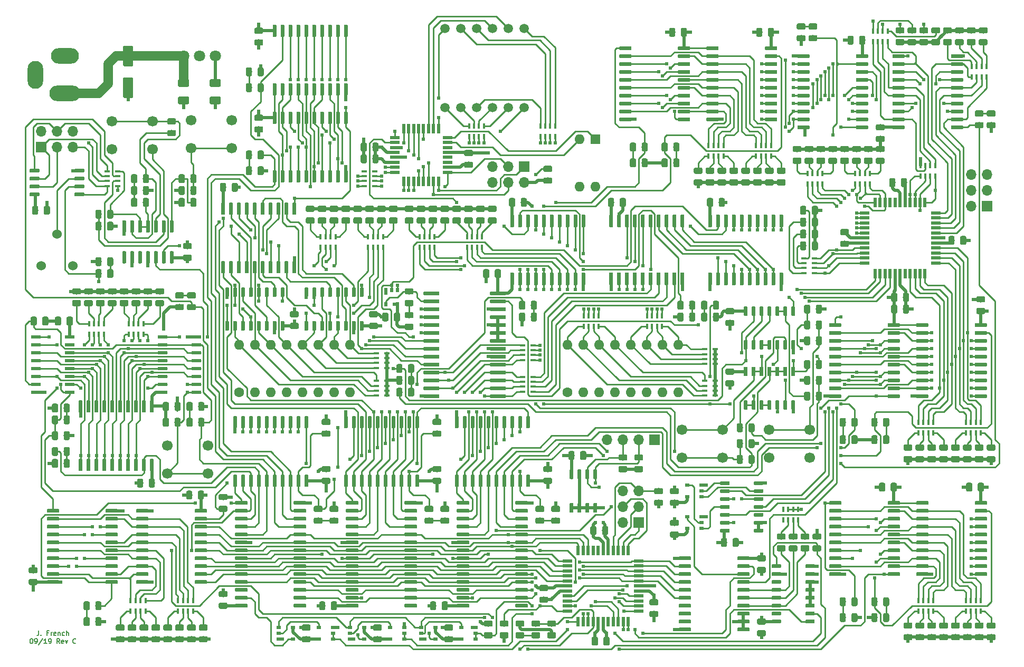
<source format=gtl>
G04 #@! TF.GenerationSoftware,KiCad,Pcbnew,5.1.4+dfsg1-1~bpo10+1*
G04 #@! TF.CreationDate,2019-09-21T23:22:25+08:00*
G04 #@! TF.ProjectId,8-Bit CPU,382d4269-7420-4435-9055-2e6b69636164,rev?*
G04 #@! TF.SameCoordinates,Original*
G04 #@! TF.FileFunction,Copper,L1,Top*
G04 #@! TF.FilePolarity,Positive*
%FSLAX46Y46*%
G04 Gerber Fmt 4.6, Leading zero omitted, Abs format (unit mm)*
G04 Created by KiCad (PCBNEW 5.1.4+dfsg1-1~bpo10+1) date 2019-09-21 23:22:25*
%MOMM*%
%LPD*%
G04 APERTURE LIST*
%ADD10C,0.150000*%
%ADD11C,0.100000*%
%ADD12C,0.600000*%
%ADD13C,0.975000*%
%ADD14C,1.700000*%
%ADD15C,1.524000*%
%ADD16R,0.900000X0.400000*%
%ADD17O,1.700000X1.700000*%
%ADD18R,1.700000X1.700000*%
%ADD19R,0.550000X1.500000*%
%ADD20R,1.500000X0.550000*%
%ADD21O,2.500000X4.500000*%
%ADD22O,5.000000X2.500000*%
%ADD23O,4.500000X2.500000*%
%ADD24C,1.800000*%
%ADD25R,0.700000X0.510000*%
%ADD26C,1.500000*%
%ADD27R,0.550000X1.600000*%
%ADD28R,1.600000X0.550000*%
%ADD29R,0.400000X0.900000*%
%ADD30C,1.600000*%
%ADD31O,1.600000X1.600000*%
%ADD32R,1.500000X0.600000*%
%ADD33R,0.510000X0.700000*%
%ADD34R,1.600000X1.600000*%
%ADD35C,1.250000*%
%ADD36C,0.609600*%
%ADD37C,0.508000*%
%ADD38C,0.254000*%
%ADD39C,0.250000*%
%ADD40C,1.524000*%
G04 APERTURE END LIST*
D10*
X41547142Y-154511214D02*
X41547142Y-155055500D01*
X41510857Y-155164357D01*
X41438285Y-155236928D01*
X41329428Y-155273214D01*
X41256857Y-155273214D01*
X41910000Y-155200642D02*
X41946285Y-155236928D01*
X41910000Y-155273214D01*
X41873714Y-155236928D01*
X41910000Y-155200642D01*
X41910000Y-155273214D01*
X43107428Y-154874071D02*
X42853428Y-154874071D01*
X42853428Y-155273214D02*
X42853428Y-154511214D01*
X43216285Y-154511214D01*
X43506571Y-155273214D02*
X43506571Y-154765214D01*
X43506571Y-154910357D02*
X43542857Y-154837785D01*
X43579142Y-154801500D01*
X43651714Y-154765214D01*
X43724285Y-154765214D01*
X44268571Y-155236928D02*
X44196000Y-155273214D01*
X44050857Y-155273214D01*
X43978285Y-155236928D01*
X43942000Y-155164357D01*
X43942000Y-154874071D01*
X43978285Y-154801500D01*
X44050857Y-154765214D01*
X44196000Y-154765214D01*
X44268571Y-154801500D01*
X44304857Y-154874071D01*
X44304857Y-154946642D01*
X43942000Y-155019214D01*
X44631428Y-154765214D02*
X44631428Y-155273214D01*
X44631428Y-154837785D02*
X44667714Y-154801500D01*
X44740285Y-154765214D01*
X44849142Y-154765214D01*
X44921714Y-154801500D01*
X44958000Y-154874071D01*
X44958000Y-155273214D01*
X45647428Y-155236928D02*
X45574857Y-155273214D01*
X45429714Y-155273214D01*
X45357142Y-155236928D01*
X45320857Y-155200642D01*
X45284571Y-155128071D01*
X45284571Y-154910357D01*
X45320857Y-154837785D01*
X45357142Y-154801500D01*
X45429714Y-154765214D01*
X45574857Y-154765214D01*
X45647428Y-154801500D01*
X45974000Y-155273214D02*
X45974000Y-154511214D01*
X46300571Y-155273214D02*
X46300571Y-154874071D01*
X46264285Y-154801500D01*
X46191714Y-154765214D01*
X46082857Y-154765214D01*
X46010285Y-154801500D01*
X45974000Y-154837785D01*
X40331571Y-155804214D02*
X40404142Y-155804214D01*
X40476714Y-155840500D01*
X40513000Y-155876785D01*
X40549285Y-155949357D01*
X40585571Y-156094500D01*
X40585571Y-156275928D01*
X40549285Y-156421071D01*
X40513000Y-156493642D01*
X40476714Y-156529928D01*
X40404142Y-156566214D01*
X40331571Y-156566214D01*
X40259000Y-156529928D01*
X40222714Y-156493642D01*
X40186428Y-156421071D01*
X40150142Y-156275928D01*
X40150142Y-156094500D01*
X40186428Y-155949357D01*
X40222714Y-155876785D01*
X40259000Y-155840500D01*
X40331571Y-155804214D01*
X40948428Y-156566214D02*
X41093571Y-156566214D01*
X41166142Y-156529928D01*
X41202428Y-156493642D01*
X41275000Y-156384785D01*
X41311285Y-156239642D01*
X41311285Y-155949357D01*
X41275000Y-155876785D01*
X41238714Y-155840500D01*
X41166142Y-155804214D01*
X41021000Y-155804214D01*
X40948428Y-155840500D01*
X40912142Y-155876785D01*
X40875857Y-155949357D01*
X40875857Y-156130785D01*
X40912142Y-156203357D01*
X40948428Y-156239642D01*
X41021000Y-156275928D01*
X41166142Y-156275928D01*
X41238714Y-156239642D01*
X41275000Y-156203357D01*
X41311285Y-156130785D01*
X42182142Y-155767928D02*
X41529000Y-156747642D01*
X42835285Y-156566214D02*
X42399857Y-156566214D01*
X42617571Y-156566214D02*
X42617571Y-155804214D01*
X42545000Y-155913071D01*
X42472428Y-155985642D01*
X42399857Y-156021928D01*
X43198142Y-156566214D02*
X43343285Y-156566214D01*
X43415857Y-156529928D01*
X43452142Y-156493642D01*
X43524714Y-156384785D01*
X43561000Y-156239642D01*
X43561000Y-155949357D01*
X43524714Y-155876785D01*
X43488428Y-155840500D01*
X43415857Y-155804214D01*
X43270714Y-155804214D01*
X43198142Y-155840500D01*
X43161857Y-155876785D01*
X43125571Y-155949357D01*
X43125571Y-156130785D01*
X43161857Y-156203357D01*
X43198142Y-156239642D01*
X43270714Y-156275928D01*
X43415857Y-156275928D01*
X43488428Y-156239642D01*
X43524714Y-156203357D01*
X43561000Y-156130785D01*
X44903571Y-156566214D02*
X44649571Y-156203357D01*
X44468142Y-156566214D02*
X44468142Y-155804214D01*
X44758428Y-155804214D01*
X44831000Y-155840500D01*
X44867285Y-155876785D01*
X44903571Y-155949357D01*
X44903571Y-156058214D01*
X44867285Y-156130785D01*
X44831000Y-156167071D01*
X44758428Y-156203357D01*
X44468142Y-156203357D01*
X45520428Y-156529928D02*
X45447857Y-156566214D01*
X45302714Y-156566214D01*
X45230142Y-156529928D01*
X45193857Y-156457357D01*
X45193857Y-156167071D01*
X45230142Y-156094500D01*
X45302714Y-156058214D01*
X45447857Y-156058214D01*
X45520428Y-156094500D01*
X45556714Y-156167071D01*
X45556714Y-156239642D01*
X45193857Y-156312214D01*
X45810714Y-156058214D02*
X45992142Y-156566214D01*
X46173571Y-156058214D01*
X47479857Y-156493642D02*
X47443571Y-156529928D01*
X47334714Y-156566214D01*
X47262142Y-156566214D01*
X47153285Y-156529928D01*
X47080714Y-156457357D01*
X47044428Y-156384785D01*
X47008142Y-156239642D01*
X47008142Y-156130785D01*
X47044428Y-155985642D01*
X47080714Y-155913071D01*
X47153285Y-155840500D01*
X47262142Y-155804214D01*
X47334714Y-155804214D01*
X47443571Y-155840500D01*
X47479857Y-155876785D01*
D11*
G36*
X63029703Y-93575722D02*
G01*
X63044264Y-93577882D01*
X63058543Y-93581459D01*
X63072403Y-93586418D01*
X63085710Y-93592712D01*
X63098336Y-93600280D01*
X63110159Y-93609048D01*
X63121066Y-93618934D01*
X63130952Y-93629841D01*
X63139720Y-93641664D01*
X63147288Y-93654290D01*
X63153582Y-93667597D01*
X63158541Y-93681457D01*
X63162118Y-93695736D01*
X63164278Y-93710297D01*
X63165000Y-93725000D01*
X63165000Y-95375000D01*
X63164278Y-95389703D01*
X63162118Y-95404264D01*
X63158541Y-95418543D01*
X63153582Y-95432403D01*
X63147288Y-95445710D01*
X63139720Y-95458336D01*
X63130952Y-95470159D01*
X63121066Y-95481066D01*
X63110159Y-95490952D01*
X63098336Y-95499720D01*
X63085710Y-95507288D01*
X63072403Y-95513582D01*
X63058543Y-95518541D01*
X63044264Y-95522118D01*
X63029703Y-95524278D01*
X63015000Y-95525000D01*
X62715000Y-95525000D01*
X62700297Y-95524278D01*
X62685736Y-95522118D01*
X62671457Y-95518541D01*
X62657597Y-95513582D01*
X62644290Y-95507288D01*
X62631664Y-95499720D01*
X62619841Y-95490952D01*
X62608934Y-95481066D01*
X62599048Y-95470159D01*
X62590280Y-95458336D01*
X62582712Y-95445710D01*
X62576418Y-95432403D01*
X62571459Y-95418543D01*
X62567882Y-95404264D01*
X62565722Y-95389703D01*
X62565000Y-95375000D01*
X62565000Y-93725000D01*
X62565722Y-93710297D01*
X62567882Y-93695736D01*
X62571459Y-93681457D01*
X62576418Y-93667597D01*
X62582712Y-93654290D01*
X62590280Y-93641664D01*
X62599048Y-93629841D01*
X62608934Y-93618934D01*
X62619841Y-93609048D01*
X62631664Y-93600280D01*
X62644290Y-93592712D01*
X62657597Y-93586418D01*
X62671457Y-93581459D01*
X62685736Y-93577882D01*
X62700297Y-93575722D01*
X62715000Y-93575000D01*
X63015000Y-93575000D01*
X63029703Y-93575722D01*
X63029703Y-93575722D01*
G37*
D12*
X62865000Y-94550000D03*
D11*
G36*
X61759703Y-93575722D02*
G01*
X61774264Y-93577882D01*
X61788543Y-93581459D01*
X61802403Y-93586418D01*
X61815710Y-93592712D01*
X61828336Y-93600280D01*
X61840159Y-93609048D01*
X61851066Y-93618934D01*
X61860952Y-93629841D01*
X61869720Y-93641664D01*
X61877288Y-93654290D01*
X61883582Y-93667597D01*
X61888541Y-93681457D01*
X61892118Y-93695736D01*
X61894278Y-93710297D01*
X61895000Y-93725000D01*
X61895000Y-95375000D01*
X61894278Y-95389703D01*
X61892118Y-95404264D01*
X61888541Y-95418543D01*
X61883582Y-95432403D01*
X61877288Y-95445710D01*
X61869720Y-95458336D01*
X61860952Y-95470159D01*
X61851066Y-95481066D01*
X61840159Y-95490952D01*
X61828336Y-95499720D01*
X61815710Y-95507288D01*
X61802403Y-95513582D01*
X61788543Y-95518541D01*
X61774264Y-95522118D01*
X61759703Y-95524278D01*
X61745000Y-95525000D01*
X61445000Y-95525000D01*
X61430297Y-95524278D01*
X61415736Y-95522118D01*
X61401457Y-95518541D01*
X61387597Y-95513582D01*
X61374290Y-95507288D01*
X61361664Y-95499720D01*
X61349841Y-95490952D01*
X61338934Y-95481066D01*
X61329048Y-95470159D01*
X61320280Y-95458336D01*
X61312712Y-95445710D01*
X61306418Y-95432403D01*
X61301459Y-95418543D01*
X61297882Y-95404264D01*
X61295722Y-95389703D01*
X61295000Y-95375000D01*
X61295000Y-93725000D01*
X61295722Y-93710297D01*
X61297882Y-93695736D01*
X61301459Y-93681457D01*
X61306418Y-93667597D01*
X61312712Y-93654290D01*
X61320280Y-93641664D01*
X61329048Y-93629841D01*
X61338934Y-93618934D01*
X61349841Y-93609048D01*
X61361664Y-93600280D01*
X61374290Y-93592712D01*
X61387597Y-93586418D01*
X61401457Y-93581459D01*
X61415736Y-93577882D01*
X61430297Y-93575722D01*
X61445000Y-93575000D01*
X61745000Y-93575000D01*
X61759703Y-93575722D01*
X61759703Y-93575722D01*
G37*
D12*
X61595000Y-94550000D03*
D11*
G36*
X60489703Y-93575722D02*
G01*
X60504264Y-93577882D01*
X60518543Y-93581459D01*
X60532403Y-93586418D01*
X60545710Y-93592712D01*
X60558336Y-93600280D01*
X60570159Y-93609048D01*
X60581066Y-93618934D01*
X60590952Y-93629841D01*
X60599720Y-93641664D01*
X60607288Y-93654290D01*
X60613582Y-93667597D01*
X60618541Y-93681457D01*
X60622118Y-93695736D01*
X60624278Y-93710297D01*
X60625000Y-93725000D01*
X60625000Y-95375000D01*
X60624278Y-95389703D01*
X60622118Y-95404264D01*
X60618541Y-95418543D01*
X60613582Y-95432403D01*
X60607288Y-95445710D01*
X60599720Y-95458336D01*
X60590952Y-95470159D01*
X60581066Y-95481066D01*
X60570159Y-95490952D01*
X60558336Y-95499720D01*
X60545710Y-95507288D01*
X60532403Y-95513582D01*
X60518543Y-95518541D01*
X60504264Y-95522118D01*
X60489703Y-95524278D01*
X60475000Y-95525000D01*
X60175000Y-95525000D01*
X60160297Y-95524278D01*
X60145736Y-95522118D01*
X60131457Y-95518541D01*
X60117597Y-95513582D01*
X60104290Y-95507288D01*
X60091664Y-95499720D01*
X60079841Y-95490952D01*
X60068934Y-95481066D01*
X60059048Y-95470159D01*
X60050280Y-95458336D01*
X60042712Y-95445710D01*
X60036418Y-95432403D01*
X60031459Y-95418543D01*
X60027882Y-95404264D01*
X60025722Y-95389703D01*
X60025000Y-95375000D01*
X60025000Y-93725000D01*
X60025722Y-93710297D01*
X60027882Y-93695736D01*
X60031459Y-93681457D01*
X60036418Y-93667597D01*
X60042712Y-93654290D01*
X60050280Y-93641664D01*
X60059048Y-93629841D01*
X60068934Y-93618934D01*
X60079841Y-93609048D01*
X60091664Y-93600280D01*
X60104290Y-93592712D01*
X60117597Y-93586418D01*
X60131457Y-93581459D01*
X60145736Y-93577882D01*
X60160297Y-93575722D01*
X60175000Y-93575000D01*
X60475000Y-93575000D01*
X60489703Y-93575722D01*
X60489703Y-93575722D01*
G37*
D12*
X60325000Y-94550000D03*
D11*
G36*
X59219703Y-93575722D02*
G01*
X59234264Y-93577882D01*
X59248543Y-93581459D01*
X59262403Y-93586418D01*
X59275710Y-93592712D01*
X59288336Y-93600280D01*
X59300159Y-93609048D01*
X59311066Y-93618934D01*
X59320952Y-93629841D01*
X59329720Y-93641664D01*
X59337288Y-93654290D01*
X59343582Y-93667597D01*
X59348541Y-93681457D01*
X59352118Y-93695736D01*
X59354278Y-93710297D01*
X59355000Y-93725000D01*
X59355000Y-95375000D01*
X59354278Y-95389703D01*
X59352118Y-95404264D01*
X59348541Y-95418543D01*
X59343582Y-95432403D01*
X59337288Y-95445710D01*
X59329720Y-95458336D01*
X59320952Y-95470159D01*
X59311066Y-95481066D01*
X59300159Y-95490952D01*
X59288336Y-95499720D01*
X59275710Y-95507288D01*
X59262403Y-95513582D01*
X59248543Y-95518541D01*
X59234264Y-95522118D01*
X59219703Y-95524278D01*
X59205000Y-95525000D01*
X58905000Y-95525000D01*
X58890297Y-95524278D01*
X58875736Y-95522118D01*
X58861457Y-95518541D01*
X58847597Y-95513582D01*
X58834290Y-95507288D01*
X58821664Y-95499720D01*
X58809841Y-95490952D01*
X58798934Y-95481066D01*
X58789048Y-95470159D01*
X58780280Y-95458336D01*
X58772712Y-95445710D01*
X58766418Y-95432403D01*
X58761459Y-95418543D01*
X58757882Y-95404264D01*
X58755722Y-95389703D01*
X58755000Y-95375000D01*
X58755000Y-93725000D01*
X58755722Y-93710297D01*
X58757882Y-93695736D01*
X58761459Y-93681457D01*
X58766418Y-93667597D01*
X58772712Y-93654290D01*
X58780280Y-93641664D01*
X58789048Y-93629841D01*
X58798934Y-93618934D01*
X58809841Y-93609048D01*
X58821664Y-93600280D01*
X58834290Y-93592712D01*
X58847597Y-93586418D01*
X58861457Y-93581459D01*
X58875736Y-93577882D01*
X58890297Y-93575722D01*
X58905000Y-93575000D01*
X59205000Y-93575000D01*
X59219703Y-93575722D01*
X59219703Y-93575722D01*
G37*
D12*
X59055000Y-94550000D03*
D11*
G36*
X57949703Y-93575722D02*
G01*
X57964264Y-93577882D01*
X57978543Y-93581459D01*
X57992403Y-93586418D01*
X58005710Y-93592712D01*
X58018336Y-93600280D01*
X58030159Y-93609048D01*
X58041066Y-93618934D01*
X58050952Y-93629841D01*
X58059720Y-93641664D01*
X58067288Y-93654290D01*
X58073582Y-93667597D01*
X58078541Y-93681457D01*
X58082118Y-93695736D01*
X58084278Y-93710297D01*
X58085000Y-93725000D01*
X58085000Y-95375000D01*
X58084278Y-95389703D01*
X58082118Y-95404264D01*
X58078541Y-95418543D01*
X58073582Y-95432403D01*
X58067288Y-95445710D01*
X58059720Y-95458336D01*
X58050952Y-95470159D01*
X58041066Y-95481066D01*
X58030159Y-95490952D01*
X58018336Y-95499720D01*
X58005710Y-95507288D01*
X57992403Y-95513582D01*
X57978543Y-95518541D01*
X57964264Y-95522118D01*
X57949703Y-95524278D01*
X57935000Y-95525000D01*
X57635000Y-95525000D01*
X57620297Y-95524278D01*
X57605736Y-95522118D01*
X57591457Y-95518541D01*
X57577597Y-95513582D01*
X57564290Y-95507288D01*
X57551664Y-95499720D01*
X57539841Y-95490952D01*
X57528934Y-95481066D01*
X57519048Y-95470159D01*
X57510280Y-95458336D01*
X57502712Y-95445710D01*
X57496418Y-95432403D01*
X57491459Y-95418543D01*
X57487882Y-95404264D01*
X57485722Y-95389703D01*
X57485000Y-95375000D01*
X57485000Y-93725000D01*
X57485722Y-93710297D01*
X57487882Y-93695736D01*
X57491459Y-93681457D01*
X57496418Y-93667597D01*
X57502712Y-93654290D01*
X57510280Y-93641664D01*
X57519048Y-93629841D01*
X57528934Y-93618934D01*
X57539841Y-93609048D01*
X57551664Y-93600280D01*
X57564290Y-93592712D01*
X57577597Y-93586418D01*
X57591457Y-93581459D01*
X57605736Y-93577882D01*
X57620297Y-93575722D01*
X57635000Y-93575000D01*
X57935000Y-93575000D01*
X57949703Y-93575722D01*
X57949703Y-93575722D01*
G37*
D12*
X57785000Y-94550000D03*
D11*
G36*
X56679703Y-93575722D02*
G01*
X56694264Y-93577882D01*
X56708543Y-93581459D01*
X56722403Y-93586418D01*
X56735710Y-93592712D01*
X56748336Y-93600280D01*
X56760159Y-93609048D01*
X56771066Y-93618934D01*
X56780952Y-93629841D01*
X56789720Y-93641664D01*
X56797288Y-93654290D01*
X56803582Y-93667597D01*
X56808541Y-93681457D01*
X56812118Y-93695736D01*
X56814278Y-93710297D01*
X56815000Y-93725000D01*
X56815000Y-95375000D01*
X56814278Y-95389703D01*
X56812118Y-95404264D01*
X56808541Y-95418543D01*
X56803582Y-95432403D01*
X56797288Y-95445710D01*
X56789720Y-95458336D01*
X56780952Y-95470159D01*
X56771066Y-95481066D01*
X56760159Y-95490952D01*
X56748336Y-95499720D01*
X56735710Y-95507288D01*
X56722403Y-95513582D01*
X56708543Y-95518541D01*
X56694264Y-95522118D01*
X56679703Y-95524278D01*
X56665000Y-95525000D01*
X56365000Y-95525000D01*
X56350297Y-95524278D01*
X56335736Y-95522118D01*
X56321457Y-95518541D01*
X56307597Y-95513582D01*
X56294290Y-95507288D01*
X56281664Y-95499720D01*
X56269841Y-95490952D01*
X56258934Y-95481066D01*
X56249048Y-95470159D01*
X56240280Y-95458336D01*
X56232712Y-95445710D01*
X56226418Y-95432403D01*
X56221459Y-95418543D01*
X56217882Y-95404264D01*
X56215722Y-95389703D01*
X56215000Y-95375000D01*
X56215000Y-93725000D01*
X56215722Y-93710297D01*
X56217882Y-93695736D01*
X56221459Y-93681457D01*
X56226418Y-93667597D01*
X56232712Y-93654290D01*
X56240280Y-93641664D01*
X56249048Y-93629841D01*
X56258934Y-93618934D01*
X56269841Y-93609048D01*
X56281664Y-93600280D01*
X56294290Y-93592712D01*
X56307597Y-93586418D01*
X56321457Y-93581459D01*
X56335736Y-93577882D01*
X56350297Y-93575722D01*
X56365000Y-93575000D01*
X56665000Y-93575000D01*
X56679703Y-93575722D01*
X56679703Y-93575722D01*
G37*
D12*
X56515000Y-94550000D03*
D11*
G36*
X55409703Y-93575722D02*
G01*
X55424264Y-93577882D01*
X55438543Y-93581459D01*
X55452403Y-93586418D01*
X55465710Y-93592712D01*
X55478336Y-93600280D01*
X55490159Y-93609048D01*
X55501066Y-93618934D01*
X55510952Y-93629841D01*
X55519720Y-93641664D01*
X55527288Y-93654290D01*
X55533582Y-93667597D01*
X55538541Y-93681457D01*
X55542118Y-93695736D01*
X55544278Y-93710297D01*
X55545000Y-93725000D01*
X55545000Y-95375000D01*
X55544278Y-95389703D01*
X55542118Y-95404264D01*
X55538541Y-95418543D01*
X55533582Y-95432403D01*
X55527288Y-95445710D01*
X55519720Y-95458336D01*
X55510952Y-95470159D01*
X55501066Y-95481066D01*
X55490159Y-95490952D01*
X55478336Y-95499720D01*
X55465710Y-95507288D01*
X55452403Y-95513582D01*
X55438543Y-95518541D01*
X55424264Y-95522118D01*
X55409703Y-95524278D01*
X55395000Y-95525000D01*
X55095000Y-95525000D01*
X55080297Y-95524278D01*
X55065736Y-95522118D01*
X55051457Y-95518541D01*
X55037597Y-95513582D01*
X55024290Y-95507288D01*
X55011664Y-95499720D01*
X54999841Y-95490952D01*
X54988934Y-95481066D01*
X54979048Y-95470159D01*
X54970280Y-95458336D01*
X54962712Y-95445710D01*
X54956418Y-95432403D01*
X54951459Y-95418543D01*
X54947882Y-95404264D01*
X54945722Y-95389703D01*
X54945000Y-95375000D01*
X54945000Y-93725000D01*
X54945722Y-93710297D01*
X54947882Y-93695736D01*
X54951459Y-93681457D01*
X54956418Y-93667597D01*
X54962712Y-93654290D01*
X54970280Y-93641664D01*
X54979048Y-93629841D01*
X54988934Y-93618934D01*
X54999841Y-93609048D01*
X55011664Y-93600280D01*
X55024290Y-93592712D01*
X55037597Y-93586418D01*
X55051457Y-93581459D01*
X55065736Y-93577882D01*
X55080297Y-93575722D01*
X55095000Y-93575000D01*
X55395000Y-93575000D01*
X55409703Y-93575722D01*
X55409703Y-93575722D01*
G37*
D12*
X55245000Y-94550000D03*
D11*
G36*
X55409703Y-88625722D02*
G01*
X55424264Y-88627882D01*
X55438543Y-88631459D01*
X55452403Y-88636418D01*
X55465710Y-88642712D01*
X55478336Y-88650280D01*
X55490159Y-88659048D01*
X55501066Y-88668934D01*
X55510952Y-88679841D01*
X55519720Y-88691664D01*
X55527288Y-88704290D01*
X55533582Y-88717597D01*
X55538541Y-88731457D01*
X55542118Y-88745736D01*
X55544278Y-88760297D01*
X55545000Y-88775000D01*
X55545000Y-90425000D01*
X55544278Y-90439703D01*
X55542118Y-90454264D01*
X55538541Y-90468543D01*
X55533582Y-90482403D01*
X55527288Y-90495710D01*
X55519720Y-90508336D01*
X55510952Y-90520159D01*
X55501066Y-90531066D01*
X55490159Y-90540952D01*
X55478336Y-90549720D01*
X55465710Y-90557288D01*
X55452403Y-90563582D01*
X55438543Y-90568541D01*
X55424264Y-90572118D01*
X55409703Y-90574278D01*
X55395000Y-90575000D01*
X55095000Y-90575000D01*
X55080297Y-90574278D01*
X55065736Y-90572118D01*
X55051457Y-90568541D01*
X55037597Y-90563582D01*
X55024290Y-90557288D01*
X55011664Y-90549720D01*
X54999841Y-90540952D01*
X54988934Y-90531066D01*
X54979048Y-90520159D01*
X54970280Y-90508336D01*
X54962712Y-90495710D01*
X54956418Y-90482403D01*
X54951459Y-90468543D01*
X54947882Y-90454264D01*
X54945722Y-90439703D01*
X54945000Y-90425000D01*
X54945000Y-88775000D01*
X54945722Y-88760297D01*
X54947882Y-88745736D01*
X54951459Y-88731457D01*
X54956418Y-88717597D01*
X54962712Y-88704290D01*
X54970280Y-88691664D01*
X54979048Y-88679841D01*
X54988934Y-88668934D01*
X54999841Y-88659048D01*
X55011664Y-88650280D01*
X55024290Y-88642712D01*
X55037597Y-88636418D01*
X55051457Y-88631459D01*
X55065736Y-88627882D01*
X55080297Y-88625722D01*
X55095000Y-88625000D01*
X55395000Y-88625000D01*
X55409703Y-88625722D01*
X55409703Y-88625722D01*
G37*
D12*
X55245000Y-89600000D03*
D11*
G36*
X56679703Y-88625722D02*
G01*
X56694264Y-88627882D01*
X56708543Y-88631459D01*
X56722403Y-88636418D01*
X56735710Y-88642712D01*
X56748336Y-88650280D01*
X56760159Y-88659048D01*
X56771066Y-88668934D01*
X56780952Y-88679841D01*
X56789720Y-88691664D01*
X56797288Y-88704290D01*
X56803582Y-88717597D01*
X56808541Y-88731457D01*
X56812118Y-88745736D01*
X56814278Y-88760297D01*
X56815000Y-88775000D01*
X56815000Y-90425000D01*
X56814278Y-90439703D01*
X56812118Y-90454264D01*
X56808541Y-90468543D01*
X56803582Y-90482403D01*
X56797288Y-90495710D01*
X56789720Y-90508336D01*
X56780952Y-90520159D01*
X56771066Y-90531066D01*
X56760159Y-90540952D01*
X56748336Y-90549720D01*
X56735710Y-90557288D01*
X56722403Y-90563582D01*
X56708543Y-90568541D01*
X56694264Y-90572118D01*
X56679703Y-90574278D01*
X56665000Y-90575000D01*
X56365000Y-90575000D01*
X56350297Y-90574278D01*
X56335736Y-90572118D01*
X56321457Y-90568541D01*
X56307597Y-90563582D01*
X56294290Y-90557288D01*
X56281664Y-90549720D01*
X56269841Y-90540952D01*
X56258934Y-90531066D01*
X56249048Y-90520159D01*
X56240280Y-90508336D01*
X56232712Y-90495710D01*
X56226418Y-90482403D01*
X56221459Y-90468543D01*
X56217882Y-90454264D01*
X56215722Y-90439703D01*
X56215000Y-90425000D01*
X56215000Y-88775000D01*
X56215722Y-88760297D01*
X56217882Y-88745736D01*
X56221459Y-88731457D01*
X56226418Y-88717597D01*
X56232712Y-88704290D01*
X56240280Y-88691664D01*
X56249048Y-88679841D01*
X56258934Y-88668934D01*
X56269841Y-88659048D01*
X56281664Y-88650280D01*
X56294290Y-88642712D01*
X56307597Y-88636418D01*
X56321457Y-88631459D01*
X56335736Y-88627882D01*
X56350297Y-88625722D01*
X56365000Y-88625000D01*
X56665000Y-88625000D01*
X56679703Y-88625722D01*
X56679703Y-88625722D01*
G37*
D12*
X56515000Y-89600000D03*
D11*
G36*
X57949703Y-88625722D02*
G01*
X57964264Y-88627882D01*
X57978543Y-88631459D01*
X57992403Y-88636418D01*
X58005710Y-88642712D01*
X58018336Y-88650280D01*
X58030159Y-88659048D01*
X58041066Y-88668934D01*
X58050952Y-88679841D01*
X58059720Y-88691664D01*
X58067288Y-88704290D01*
X58073582Y-88717597D01*
X58078541Y-88731457D01*
X58082118Y-88745736D01*
X58084278Y-88760297D01*
X58085000Y-88775000D01*
X58085000Y-90425000D01*
X58084278Y-90439703D01*
X58082118Y-90454264D01*
X58078541Y-90468543D01*
X58073582Y-90482403D01*
X58067288Y-90495710D01*
X58059720Y-90508336D01*
X58050952Y-90520159D01*
X58041066Y-90531066D01*
X58030159Y-90540952D01*
X58018336Y-90549720D01*
X58005710Y-90557288D01*
X57992403Y-90563582D01*
X57978543Y-90568541D01*
X57964264Y-90572118D01*
X57949703Y-90574278D01*
X57935000Y-90575000D01*
X57635000Y-90575000D01*
X57620297Y-90574278D01*
X57605736Y-90572118D01*
X57591457Y-90568541D01*
X57577597Y-90563582D01*
X57564290Y-90557288D01*
X57551664Y-90549720D01*
X57539841Y-90540952D01*
X57528934Y-90531066D01*
X57519048Y-90520159D01*
X57510280Y-90508336D01*
X57502712Y-90495710D01*
X57496418Y-90482403D01*
X57491459Y-90468543D01*
X57487882Y-90454264D01*
X57485722Y-90439703D01*
X57485000Y-90425000D01*
X57485000Y-88775000D01*
X57485722Y-88760297D01*
X57487882Y-88745736D01*
X57491459Y-88731457D01*
X57496418Y-88717597D01*
X57502712Y-88704290D01*
X57510280Y-88691664D01*
X57519048Y-88679841D01*
X57528934Y-88668934D01*
X57539841Y-88659048D01*
X57551664Y-88650280D01*
X57564290Y-88642712D01*
X57577597Y-88636418D01*
X57591457Y-88631459D01*
X57605736Y-88627882D01*
X57620297Y-88625722D01*
X57635000Y-88625000D01*
X57935000Y-88625000D01*
X57949703Y-88625722D01*
X57949703Y-88625722D01*
G37*
D12*
X57785000Y-89600000D03*
D11*
G36*
X59219703Y-88625722D02*
G01*
X59234264Y-88627882D01*
X59248543Y-88631459D01*
X59262403Y-88636418D01*
X59275710Y-88642712D01*
X59288336Y-88650280D01*
X59300159Y-88659048D01*
X59311066Y-88668934D01*
X59320952Y-88679841D01*
X59329720Y-88691664D01*
X59337288Y-88704290D01*
X59343582Y-88717597D01*
X59348541Y-88731457D01*
X59352118Y-88745736D01*
X59354278Y-88760297D01*
X59355000Y-88775000D01*
X59355000Y-90425000D01*
X59354278Y-90439703D01*
X59352118Y-90454264D01*
X59348541Y-90468543D01*
X59343582Y-90482403D01*
X59337288Y-90495710D01*
X59329720Y-90508336D01*
X59320952Y-90520159D01*
X59311066Y-90531066D01*
X59300159Y-90540952D01*
X59288336Y-90549720D01*
X59275710Y-90557288D01*
X59262403Y-90563582D01*
X59248543Y-90568541D01*
X59234264Y-90572118D01*
X59219703Y-90574278D01*
X59205000Y-90575000D01*
X58905000Y-90575000D01*
X58890297Y-90574278D01*
X58875736Y-90572118D01*
X58861457Y-90568541D01*
X58847597Y-90563582D01*
X58834290Y-90557288D01*
X58821664Y-90549720D01*
X58809841Y-90540952D01*
X58798934Y-90531066D01*
X58789048Y-90520159D01*
X58780280Y-90508336D01*
X58772712Y-90495710D01*
X58766418Y-90482403D01*
X58761459Y-90468543D01*
X58757882Y-90454264D01*
X58755722Y-90439703D01*
X58755000Y-90425000D01*
X58755000Y-88775000D01*
X58755722Y-88760297D01*
X58757882Y-88745736D01*
X58761459Y-88731457D01*
X58766418Y-88717597D01*
X58772712Y-88704290D01*
X58780280Y-88691664D01*
X58789048Y-88679841D01*
X58798934Y-88668934D01*
X58809841Y-88659048D01*
X58821664Y-88650280D01*
X58834290Y-88642712D01*
X58847597Y-88636418D01*
X58861457Y-88631459D01*
X58875736Y-88627882D01*
X58890297Y-88625722D01*
X58905000Y-88625000D01*
X59205000Y-88625000D01*
X59219703Y-88625722D01*
X59219703Y-88625722D01*
G37*
D12*
X59055000Y-89600000D03*
D11*
G36*
X60489703Y-88625722D02*
G01*
X60504264Y-88627882D01*
X60518543Y-88631459D01*
X60532403Y-88636418D01*
X60545710Y-88642712D01*
X60558336Y-88650280D01*
X60570159Y-88659048D01*
X60581066Y-88668934D01*
X60590952Y-88679841D01*
X60599720Y-88691664D01*
X60607288Y-88704290D01*
X60613582Y-88717597D01*
X60618541Y-88731457D01*
X60622118Y-88745736D01*
X60624278Y-88760297D01*
X60625000Y-88775000D01*
X60625000Y-90425000D01*
X60624278Y-90439703D01*
X60622118Y-90454264D01*
X60618541Y-90468543D01*
X60613582Y-90482403D01*
X60607288Y-90495710D01*
X60599720Y-90508336D01*
X60590952Y-90520159D01*
X60581066Y-90531066D01*
X60570159Y-90540952D01*
X60558336Y-90549720D01*
X60545710Y-90557288D01*
X60532403Y-90563582D01*
X60518543Y-90568541D01*
X60504264Y-90572118D01*
X60489703Y-90574278D01*
X60475000Y-90575000D01*
X60175000Y-90575000D01*
X60160297Y-90574278D01*
X60145736Y-90572118D01*
X60131457Y-90568541D01*
X60117597Y-90563582D01*
X60104290Y-90557288D01*
X60091664Y-90549720D01*
X60079841Y-90540952D01*
X60068934Y-90531066D01*
X60059048Y-90520159D01*
X60050280Y-90508336D01*
X60042712Y-90495710D01*
X60036418Y-90482403D01*
X60031459Y-90468543D01*
X60027882Y-90454264D01*
X60025722Y-90439703D01*
X60025000Y-90425000D01*
X60025000Y-88775000D01*
X60025722Y-88760297D01*
X60027882Y-88745736D01*
X60031459Y-88731457D01*
X60036418Y-88717597D01*
X60042712Y-88704290D01*
X60050280Y-88691664D01*
X60059048Y-88679841D01*
X60068934Y-88668934D01*
X60079841Y-88659048D01*
X60091664Y-88650280D01*
X60104290Y-88642712D01*
X60117597Y-88636418D01*
X60131457Y-88631459D01*
X60145736Y-88627882D01*
X60160297Y-88625722D01*
X60175000Y-88625000D01*
X60475000Y-88625000D01*
X60489703Y-88625722D01*
X60489703Y-88625722D01*
G37*
D12*
X60325000Y-89600000D03*
D11*
G36*
X61759703Y-88625722D02*
G01*
X61774264Y-88627882D01*
X61788543Y-88631459D01*
X61802403Y-88636418D01*
X61815710Y-88642712D01*
X61828336Y-88650280D01*
X61840159Y-88659048D01*
X61851066Y-88668934D01*
X61860952Y-88679841D01*
X61869720Y-88691664D01*
X61877288Y-88704290D01*
X61883582Y-88717597D01*
X61888541Y-88731457D01*
X61892118Y-88745736D01*
X61894278Y-88760297D01*
X61895000Y-88775000D01*
X61895000Y-90425000D01*
X61894278Y-90439703D01*
X61892118Y-90454264D01*
X61888541Y-90468543D01*
X61883582Y-90482403D01*
X61877288Y-90495710D01*
X61869720Y-90508336D01*
X61860952Y-90520159D01*
X61851066Y-90531066D01*
X61840159Y-90540952D01*
X61828336Y-90549720D01*
X61815710Y-90557288D01*
X61802403Y-90563582D01*
X61788543Y-90568541D01*
X61774264Y-90572118D01*
X61759703Y-90574278D01*
X61745000Y-90575000D01*
X61445000Y-90575000D01*
X61430297Y-90574278D01*
X61415736Y-90572118D01*
X61401457Y-90568541D01*
X61387597Y-90563582D01*
X61374290Y-90557288D01*
X61361664Y-90549720D01*
X61349841Y-90540952D01*
X61338934Y-90531066D01*
X61329048Y-90520159D01*
X61320280Y-90508336D01*
X61312712Y-90495710D01*
X61306418Y-90482403D01*
X61301459Y-90468543D01*
X61297882Y-90454264D01*
X61295722Y-90439703D01*
X61295000Y-90425000D01*
X61295000Y-88775000D01*
X61295722Y-88760297D01*
X61297882Y-88745736D01*
X61301459Y-88731457D01*
X61306418Y-88717597D01*
X61312712Y-88704290D01*
X61320280Y-88691664D01*
X61329048Y-88679841D01*
X61338934Y-88668934D01*
X61349841Y-88659048D01*
X61361664Y-88650280D01*
X61374290Y-88642712D01*
X61387597Y-88636418D01*
X61401457Y-88631459D01*
X61415736Y-88627882D01*
X61430297Y-88625722D01*
X61445000Y-88625000D01*
X61745000Y-88625000D01*
X61759703Y-88625722D01*
X61759703Y-88625722D01*
G37*
D12*
X61595000Y-89600000D03*
D11*
G36*
X63029703Y-88625722D02*
G01*
X63044264Y-88627882D01*
X63058543Y-88631459D01*
X63072403Y-88636418D01*
X63085710Y-88642712D01*
X63098336Y-88650280D01*
X63110159Y-88659048D01*
X63121066Y-88668934D01*
X63130952Y-88679841D01*
X63139720Y-88691664D01*
X63147288Y-88704290D01*
X63153582Y-88717597D01*
X63158541Y-88731457D01*
X63162118Y-88745736D01*
X63164278Y-88760297D01*
X63165000Y-88775000D01*
X63165000Y-90425000D01*
X63164278Y-90439703D01*
X63162118Y-90454264D01*
X63158541Y-90468543D01*
X63153582Y-90482403D01*
X63147288Y-90495710D01*
X63139720Y-90508336D01*
X63130952Y-90520159D01*
X63121066Y-90531066D01*
X63110159Y-90540952D01*
X63098336Y-90549720D01*
X63085710Y-90557288D01*
X63072403Y-90563582D01*
X63058543Y-90568541D01*
X63044264Y-90572118D01*
X63029703Y-90574278D01*
X63015000Y-90575000D01*
X62715000Y-90575000D01*
X62700297Y-90574278D01*
X62685736Y-90572118D01*
X62671457Y-90568541D01*
X62657597Y-90563582D01*
X62644290Y-90557288D01*
X62631664Y-90549720D01*
X62619841Y-90540952D01*
X62608934Y-90531066D01*
X62599048Y-90520159D01*
X62590280Y-90508336D01*
X62582712Y-90495710D01*
X62576418Y-90482403D01*
X62571459Y-90468543D01*
X62567882Y-90454264D01*
X62565722Y-90439703D01*
X62565000Y-90425000D01*
X62565000Y-88775000D01*
X62565722Y-88760297D01*
X62567882Y-88745736D01*
X62571459Y-88731457D01*
X62576418Y-88717597D01*
X62582712Y-88704290D01*
X62590280Y-88691664D01*
X62599048Y-88679841D01*
X62608934Y-88668934D01*
X62619841Y-88659048D01*
X62631664Y-88650280D01*
X62644290Y-88642712D01*
X62657597Y-88636418D01*
X62671457Y-88631459D01*
X62685736Y-88627882D01*
X62700297Y-88625722D01*
X62715000Y-88625000D01*
X63015000Y-88625000D01*
X63029703Y-88625722D01*
X63029703Y-88625722D01*
G37*
D12*
X62865000Y-89600000D03*
D11*
G36*
X65885142Y-92253674D02*
G01*
X65908803Y-92257184D01*
X65932007Y-92262996D01*
X65954529Y-92271054D01*
X65976153Y-92281282D01*
X65996670Y-92293579D01*
X66015883Y-92307829D01*
X66033607Y-92323893D01*
X66049671Y-92341617D01*
X66063921Y-92360830D01*
X66076218Y-92381347D01*
X66086446Y-92402971D01*
X66094504Y-92425493D01*
X66100316Y-92448697D01*
X66103826Y-92472358D01*
X66105000Y-92496250D01*
X66105000Y-92983750D01*
X66103826Y-93007642D01*
X66100316Y-93031303D01*
X66094504Y-93054507D01*
X66086446Y-93077029D01*
X66076218Y-93098653D01*
X66063921Y-93119170D01*
X66049671Y-93138383D01*
X66033607Y-93156107D01*
X66015883Y-93172171D01*
X65996670Y-93186421D01*
X65976153Y-93198718D01*
X65954529Y-93208946D01*
X65932007Y-93217004D01*
X65908803Y-93222816D01*
X65885142Y-93226326D01*
X65861250Y-93227500D01*
X64948750Y-93227500D01*
X64924858Y-93226326D01*
X64901197Y-93222816D01*
X64877993Y-93217004D01*
X64855471Y-93208946D01*
X64833847Y-93198718D01*
X64813330Y-93186421D01*
X64794117Y-93172171D01*
X64776393Y-93156107D01*
X64760329Y-93138383D01*
X64746079Y-93119170D01*
X64733782Y-93098653D01*
X64723554Y-93077029D01*
X64715496Y-93054507D01*
X64709684Y-93031303D01*
X64706174Y-93007642D01*
X64705000Y-92983750D01*
X64705000Y-92496250D01*
X64706174Y-92472358D01*
X64709684Y-92448697D01*
X64715496Y-92425493D01*
X64723554Y-92402971D01*
X64733782Y-92381347D01*
X64746079Y-92360830D01*
X64760329Y-92341617D01*
X64776393Y-92323893D01*
X64794117Y-92307829D01*
X64813330Y-92293579D01*
X64833847Y-92281282D01*
X64855471Y-92271054D01*
X64877993Y-92262996D01*
X64901197Y-92257184D01*
X64924858Y-92253674D01*
X64948750Y-92252500D01*
X65861250Y-92252500D01*
X65885142Y-92253674D01*
X65885142Y-92253674D01*
G37*
D13*
X65405000Y-92740000D03*
D11*
G36*
X65885142Y-94128674D02*
G01*
X65908803Y-94132184D01*
X65932007Y-94137996D01*
X65954529Y-94146054D01*
X65976153Y-94156282D01*
X65996670Y-94168579D01*
X66015883Y-94182829D01*
X66033607Y-94198893D01*
X66049671Y-94216617D01*
X66063921Y-94235830D01*
X66076218Y-94256347D01*
X66086446Y-94277971D01*
X66094504Y-94300493D01*
X66100316Y-94323697D01*
X66103826Y-94347358D01*
X66105000Y-94371250D01*
X66105000Y-94858750D01*
X66103826Y-94882642D01*
X66100316Y-94906303D01*
X66094504Y-94929507D01*
X66086446Y-94952029D01*
X66076218Y-94973653D01*
X66063921Y-94994170D01*
X66049671Y-95013383D01*
X66033607Y-95031107D01*
X66015883Y-95047171D01*
X65996670Y-95061421D01*
X65976153Y-95073718D01*
X65954529Y-95083946D01*
X65932007Y-95092004D01*
X65908803Y-95097816D01*
X65885142Y-95101326D01*
X65861250Y-95102500D01*
X64948750Y-95102500D01*
X64924858Y-95101326D01*
X64901197Y-95097816D01*
X64877993Y-95092004D01*
X64855471Y-95083946D01*
X64833847Y-95073718D01*
X64813330Y-95061421D01*
X64794117Y-95047171D01*
X64776393Y-95031107D01*
X64760329Y-95013383D01*
X64746079Y-94994170D01*
X64733782Y-94973653D01*
X64723554Y-94952029D01*
X64715496Y-94929507D01*
X64709684Y-94906303D01*
X64706174Y-94882642D01*
X64705000Y-94858750D01*
X64705000Y-94371250D01*
X64706174Y-94347358D01*
X64709684Y-94323697D01*
X64715496Y-94300493D01*
X64723554Y-94277971D01*
X64733782Y-94256347D01*
X64746079Y-94235830D01*
X64760329Y-94216617D01*
X64776393Y-94198893D01*
X64794117Y-94182829D01*
X64813330Y-94168579D01*
X64833847Y-94156282D01*
X64855471Y-94146054D01*
X64877993Y-94137996D01*
X64901197Y-94132184D01*
X64924858Y-94128674D01*
X64948750Y-94127500D01*
X65861250Y-94127500D01*
X65885142Y-94128674D01*
X65885142Y-94128674D01*
G37*
D13*
X65405000Y-94615000D03*
D11*
G36*
X63345142Y-72236174D02*
G01*
X63368803Y-72239684D01*
X63392007Y-72245496D01*
X63414529Y-72253554D01*
X63436153Y-72263782D01*
X63456670Y-72276079D01*
X63475883Y-72290329D01*
X63493607Y-72306393D01*
X63509671Y-72324117D01*
X63523921Y-72343330D01*
X63536218Y-72363847D01*
X63546446Y-72385471D01*
X63554504Y-72407993D01*
X63560316Y-72431197D01*
X63563826Y-72454858D01*
X63565000Y-72478750D01*
X63565000Y-72966250D01*
X63563826Y-72990142D01*
X63560316Y-73013803D01*
X63554504Y-73037007D01*
X63546446Y-73059529D01*
X63536218Y-73081153D01*
X63523921Y-73101670D01*
X63509671Y-73120883D01*
X63493607Y-73138607D01*
X63475883Y-73154671D01*
X63456670Y-73168921D01*
X63436153Y-73181218D01*
X63414529Y-73191446D01*
X63392007Y-73199504D01*
X63368803Y-73205316D01*
X63345142Y-73208826D01*
X63321250Y-73210000D01*
X62408750Y-73210000D01*
X62384858Y-73208826D01*
X62361197Y-73205316D01*
X62337993Y-73199504D01*
X62315471Y-73191446D01*
X62293847Y-73181218D01*
X62273330Y-73168921D01*
X62254117Y-73154671D01*
X62236393Y-73138607D01*
X62220329Y-73120883D01*
X62206079Y-73101670D01*
X62193782Y-73081153D01*
X62183554Y-73059529D01*
X62175496Y-73037007D01*
X62169684Y-73013803D01*
X62166174Y-72990142D01*
X62165000Y-72966250D01*
X62165000Y-72478750D01*
X62166174Y-72454858D01*
X62169684Y-72431197D01*
X62175496Y-72407993D01*
X62183554Y-72385471D01*
X62193782Y-72363847D01*
X62206079Y-72343330D01*
X62220329Y-72324117D01*
X62236393Y-72306393D01*
X62254117Y-72290329D01*
X62273330Y-72276079D01*
X62293847Y-72263782D01*
X62315471Y-72253554D01*
X62337993Y-72245496D01*
X62361197Y-72239684D01*
X62384858Y-72236174D01*
X62408750Y-72235000D01*
X63321250Y-72235000D01*
X63345142Y-72236174D01*
X63345142Y-72236174D01*
G37*
D13*
X62865000Y-72722500D03*
D11*
G36*
X63345142Y-74111174D02*
G01*
X63368803Y-74114684D01*
X63392007Y-74120496D01*
X63414529Y-74128554D01*
X63436153Y-74138782D01*
X63456670Y-74151079D01*
X63475883Y-74165329D01*
X63493607Y-74181393D01*
X63509671Y-74199117D01*
X63523921Y-74218330D01*
X63536218Y-74238847D01*
X63546446Y-74260471D01*
X63554504Y-74282993D01*
X63560316Y-74306197D01*
X63563826Y-74329858D01*
X63565000Y-74353750D01*
X63565000Y-74841250D01*
X63563826Y-74865142D01*
X63560316Y-74888803D01*
X63554504Y-74912007D01*
X63546446Y-74934529D01*
X63536218Y-74956153D01*
X63523921Y-74976670D01*
X63509671Y-74995883D01*
X63493607Y-75013607D01*
X63475883Y-75029671D01*
X63456670Y-75043921D01*
X63436153Y-75056218D01*
X63414529Y-75066446D01*
X63392007Y-75074504D01*
X63368803Y-75080316D01*
X63345142Y-75083826D01*
X63321250Y-75085000D01*
X62408750Y-75085000D01*
X62384858Y-75083826D01*
X62361197Y-75080316D01*
X62337993Y-75074504D01*
X62315471Y-75066446D01*
X62293847Y-75056218D01*
X62273330Y-75043921D01*
X62254117Y-75029671D01*
X62236393Y-75013607D01*
X62220329Y-74995883D01*
X62206079Y-74976670D01*
X62193782Y-74956153D01*
X62183554Y-74934529D01*
X62175496Y-74912007D01*
X62169684Y-74888803D01*
X62166174Y-74865142D01*
X62165000Y-74841250D01*
X62165000Y-74353750D01*
X62166174Y-74329858D01*
X62169684Y-74306197D01*
X62175496Y-74282993D01*
X62183554Y-74260471D01*
X62193782Y-74238847D01*
X62206079Y-74218330D01*
X62220329Y-74199117D01*
X62236393Y-74181393D01*
X62254117Y-74165329D01*
X62273330Y-74151079D01*
X62293847Y-74138782D01*
X62315471Y-74128554D01*
X62337993Y-74120496D01*
X62361197Y-74114684D01*
X62384858Y-74111174D01*
X62408750Y-74110000D01*
X63321250Y-74110000D01*
X63345142Y-74111174D01*
X63345142Y-74111174D01*
G37*
D13*
X62865000Y-74597500D03*
D11*
G36*
X64735142Y-81216174D02*
G01*
X64758803Y-81219684D01*
X64782007Y-81225496D01*
X64804529Y-81233554D01*
X64826153Y-81243782D01*
X64846670Y-81256079D01*
X64865883Y-81270329D01*
X64883607Y-81286393D01*
X64899671Y-81304117D01*
X64913921Y-81323330D01*
X64926218Y-81343847D01*
X64936446Y-81365471D01*
X64944504Y-81387993D01*
X64950316Y-81411197D01*
X64953826Y-81434858D01*
X64955000Y-81458750D01*
X64955000Y-82371250D01*
X64953826Y-82395142D01*
X64950316Y-82418803D01*
X64944504Y-82442007D01*
X64936446Y-82464529D01*
X64926218Y-82486153D01*
X64913921Y-82506670D01*
X64899671Y-82525883D01*
X64883607Y-82543607D01*
X64865883Y-82559671D01*
X64846670Y-82573921D01*
X64826153Y-82586218D01*
X64804529Y-82596446D01*
X64782007Y-82604504D01*
X64758803Y-82610316D01*
X64735142Y-82613826D01*
X64711250Y-82615000D01*
X64223750Y-82615000D01*
X64199858Y-82613826D01*
X64176197Y-82610316D01*
X64152993Y-82604504D01*
X64130471Y-82596446D01*
X64108847Y-82586218D01*
X64088330Y-82573921D01*
X64069117Y-82559671D01*
X64051393Y-82543607D01*
X64035329Y-82525883D01*
X64021079Y-82506670D01*
X64008782Y-82486153D01*
X63998554Y-82464529D01*
X63990496Y-82442007D01*
X63984684Y-82418803D01*
X63981174Y-82395142D01*
X63980000Y-82371250D01*
X63980000Y-81458750D01*
X63981174Y-81434858D01*
X63984684Y-81411197D01*
X63990496Y-81387993D01*
X63998554Y-81365471D01*
X64008782Y-81343847D01*
X64021079Y-81323330D01*
X64035329Y-81304117D01*
X64051393Y-81286393D01*
X64069117Y-81270329D01*
X64088330Y-81256079D01*
X64108847Y-81243782D01*
X64130471Y-81233554D01*
X64152993Y-81225496D01*
X64176197Y-81219684D01*
X64199858Y-81216174D01*
X64223750Y-81215000D01*
X64711250Y-81215000D01*
X64735142Y-81216174D01*
X64735142Y-81216174D01*
G37*
D13*
X64467500Y-81915000D03*
D11*
G36*
X66610142Y-81216174D02*
G01*
X66633803Y-81219684D01*
X66657007Y-81225496D01*
X66679529Y-81233554D01*
X66701153Y-81243782D01*
X66721670Y-81256079D01*
X66740883Y-81270329D01*
X66758607Y-81286393D01*
X66774671Y-81304117D01*
X66788921Y-81323330D01*
X66801218Y-81343847D01*
X66811446Y-81365471D01*
X66819504Y-81387993D01*
X66825316Y-81411197D01*
X66828826Y-81434858D01*
X66830000Y-81458750D01*
X66830000Y-82371250D01*
X66828826Y-82395142D01*
X66825316Y-82418803D01*
X66819504Y-82442007D01*
X66811446Y-82464529D01*
X66801218Y-82486153D01*
X66788921Y-82506670D01*
X66774671Y-82525883D01*
X66758607Y-82543607D01*
X66740883Y-82559671D01*
X66721670Y-82573921D01*
X66701153Y-82586218D01*
X66679529Y-82596446D01*
X66657007Y-82604504D01*
X66633803Y-82610316D01*
X66610142Y-82613826D01*
X66586250Y-82615000D01*
X66098750Y-82615000D01*
X66074858Y-82613826D01*
X66051197Y-82610316D01*
X66027993Y-82604504D01*
X66005471Y-82596446D01*
X65983847Y-82586218D01*
X65963330Y-82573921D01*
X65944117Y-82559671D01*
X65926393Y-82543607D01*
X65910329Y-82525883D01*
X65896079Y-82506670D01*
X65883782Y-82486153D01*
X65873554Y-82464529D01*
X65865496Y-82442007D01*
X65859684Y-82418803D01*
X65856174Y-82395142D01*
X65855000Y-82371250D01*
X65855000Y-81458750D01*
X65856174Y-81434858D01*
X65859684Y-81411197D01*
X65865496Y-81387993D01*
X65873554Y-81365471D01*
X65883782Y-81343847D01*
X65896079Y-81323330D01*
X65910329Y-81304117D01*
X65926393Y-81286393D01*
X65944117Y-81270329D01*
X65963330Y-81256079D01*
X65983847Y-81243782D01*
X66005471Y-81233554D01*
X66027993Y-81225496D01*
X66051197Y-81219684D01*
X66074858Y-81216174D01*
X66098750Y-81215000D01*
X66586250Y-81215000D01*
X66610142Y-81216174D01*
X66610142Y-81216174D01*
G37*
D13*
X66342500Y-81915000D03*
D11*
G36*
X64735142Y-83121174D02*
G01*
X64758803Y-83124684D01*
X64782007Y-83130496D01*
X64804529Y-83138554D01*
X64826153Y-83148782D01*
X64846670Y-83161079D01*
X64865883Y-83175329D01*
X64883607Y-83191393D01*
X64899671Y-83209117D01*
X64913921Y-83228330D01*
X64926218Y-83248847D01*
X64936446Y-83270471D01*
X64944504Y-83292993D01*
X64950316Y-83316197D01*
X64953826Y-83339858D01*
X64955000Y-83363750D01*
X64955000Y-84276250D01*
X64953826Y-84300142D01*
X64950316Y-84323803D01*
X64944504Y-84347007D01*
X64936446Y-84369529D01*
X64926218Y-84391153D01*
X64913921Y-84411670D01*
X64899671Y-84430883D01*
X64883607Y-84448607D01*
X64865883Y-84464671D01*
X64846670Y-84478921D01*
X64826153Y-84491218D01*
X64804529Y-84501446D01*
X64782007Y-84509504D01*
X64758803Y-84515316D01*
X64735142Y-84518826D01*
X64711250Y-84520000D01*
X64223750Y-84520000D01*
X64199858Y-84518826D01*
X64176197Y-84515316D01*
X64152993Y-84509504D01*
X64130471Y-84501446D01*
X64108847Y-84491218D01*
X64088330Y-84478921D01*
X64069117Y-84464671D01*
X64051393Y-84448607D01*
X64035329Y-84430883D01*
X64021079Y-84411670D01*
X64008782Y-84391153D01*
X63998554Y-84369529D01*
X63990496Y-84347007D01*
X63984684Y-84323803D01*
X63981174Y-84300142D01*
X63980000Y-84276250D01*
X63980000Y-83363750D01*
X63981174Y-83339858D01*
X63984684Y-83316197D01*
X63990496Y-83292993D01*
X63998554Y-83270471D01*
X64008782Y-83248847D01*
X64021079Y-83228330D01*
X64035329Y-83209117D01*
X64051393Y-83191393D01*
X64069117Y-83175329D01*
X64088330Y-83161079D01*
X64108847Y-83148782D01*
X64130471Y-83138554D01*
X64152993Y-83130496D01*
X64176197Y-83124684D01*
X64199858Y-83121174D01*
X64223750Y-83120000D01*
X64711250Y-83120000D01*
X64735142Y-83121174D01*
X64735142Y-83121174D01*
G37*
D13*
X64467500Y-83820000D03*
D11*
G36*
X66610142Y-83121174D02*
G01*
X66633803Y-83124684D01*
X66657007Y-83130496D01*
X66679529Y-83138554D01*
X66701153Y-83148782D01*
X66721670Y-83161079D01*
X66740883Y-83175329D01*
X66758607Y-83191393D01*
X66774671Y-83209117D01*
X66788921Y-83228330D01*
X66801218Y-83248847D01*
X66811446Y-83270471D01*
X66819504Y-83292993D01*
X66825316Y-83316197D01*
X66828826Y-83339858D01*
X66830000Y-83363750D01*
X66830000Y-84276250D01*
X66828826Y-84300142D01*
X66825316Y-84323803D01*
X66819504Y-84347007D01*
X66811446Y-84369529D01*
X66801218Y-84391153D01*
X66788921Y-84411670D01*
X66774671Y-84430883D01*
X66758607Y-84448607D01*
X66740883Y-84464671D01*
X66721670Y-84478921D01*
X66701153Y-84491218D01*
X66679529Y-84501446D01*
X66657007Y-84509504D01*
X66633803Y-84515316D01*
X66610142Y-84518826D01*
X66586250Y-84520000D01*
X66098750Y-84520000D01*
X66074858Y-84518826D01*
X66051197Y-84515316D01*
X66027993Y-84509504D01*
X66005471Y-84501446D01*
X65983847Y-84491218D01*
X65963330Y-84478921D01*
X65944117Y-84464671D01*
X65926393Y-84448607D01*
X65910329Y-84430883D01*
X65896079Y-84411670D01*
X65883782Y-84391153D01*
X65873554Y-84369529D01*
X65865496Y-84347007D01*
X65859684Y-84323803D01*
X65856174Y-84300142D01*
X65855000Y-84276250D01*
X65855000Y-83363750D01*
X65856174Y-83339858D01*
X65859684Y-83316197D01*
X65865496Y-83292993D01*
X65873554Y-83270471D01*
X65883782Y-83248847D01*
X65896079Y-83228330D01*
X65910329Y-83209117D01*
X65926393Y-83191393D01*
X65944117Y-83175329D01*
X65963330Y-83161079D01*
X65983847Y-83148782D01*
X66005471Y-83138554D01*
X66027993Y-83130496D01*
X66051197Y-83124684D01*
X66074858Y-83121174D01*
X66098750Y-83120000D01*
X66586250Y-83120000D01*
X66610142Y-83121174D01*
X66610142Y-83121174D01*
G37*
D13*
X66342500Y-83820000D03*
D11*
G36*
X57115142Y-83121174D02*
G01*
X57138803Y-83124684D01*
X57162007Y-83130496D01*
X57184529Y-83138554D01*
X57206153Y-83148782D01*
X57226670Y-83161079D01*
X57245883Y-83175329D01*
X57263607Y-83191393D01*
X57279671Y-83209117D01*
X57293921Y-83228330D01*
X57306218Y-83248847D01*
X57316446Y-83270471D01*
X57324504Y-83292993D01*
X57330316Y-83316197D01*
X57333826Y-83339858D01*
X57335000Y-83363750D01*
X57335000Y-84276250D01*
X57333826Y-84300142D01*
X57330316Y-84323803D01*
X57324504Y-84347007D01*
X57316446Y-84369529D01*
X57306218Y-84391153D01*
X57293921Y-84411670D01*
X57279671Y-84430883D01*
X57263607Y-84448607D01*
X57245883Y-84464671D01*
X57226670Y-84478921D01*
X57206153Y-84491218D01*
X57184529Y-84501446D01*
X57162007Y-84509504D01*
X57138803Y-84515316D01*
X57115142Y-84518826D01*
X57091250Y-84520000D01*
X56603750Y-84520000D01*
X56579858Y-84518826D01*
X56556197Y-84515316D01*
X56532993Y-84509504D01*
X56510471Y-84501446D01*
X56488847Y-84491218D01*
X56468330Y-84478921D01*
X56449117Y-84464671D01*
X56431393Y-84448607D01*
X56415329Y-84430883D01*
X56401079Y-84411670D01*
X56388782Y-84391153D01*
X56378554Y-84369529D01*
X56370496Y-84347007D01*
X56364684Y-84323803D01*
X56361174Y-84300142D01*
X56360000Y-84276250D01*
X56360000Y-83363750D01*
X56361174Y-83339858D01*
X56364684Y-83316197D01*
X56370496Y-83292993D01*
X56378554Y-83270471D01*
X56388782Y-83248847D01*
X56401079Y-83228330D01*
X56415329Y-83209117D01*
X56431393Y-83191393D01*
X56449117Y-83175329D01*
X56468330Y-83161079D01*
X56488847Y-83148782D01*
X56510471Y-83138554D01*
X56532993Y-83130496D01*
X56556197Y-83124684D01*
X56579858Y-83121174D01*
X56603750Y-83120000D01*
X57091250Y-83120000D01*
X57115142Y-83121174D01*
X57115142Y-83121174D01*
G37*
D13*
X56847500Y-83820000D03*
D11*
G36*
X58990142Y-83121174D02*
G01*
X59013803Y-83124684D01*
X59037007Y-83130496D01*
X59059529Y-83138554D01*
X59081153Y-83148782D01*
X59101670Y-83161079D01*
X59120883Y-83175329D01*
X59138607Y-83191393D01*
X59154671Y-83209117D01*
X59168921Y-83228330D01*
X59181218Y-83248847D01*
X59191446Y-83270471D01*
X59199504Y-83292993D01*
X59205316Y-83316197D01*
X59208826Y-83339858D01*
X59210000Y-83363750D01*
X59210000Y-84276250D01*
X59208826Y-84300142D01*
X59205316Y-84323803D01*
X59199504Y-84347007D01*
X59191446Y-84369529D01*
X59181218Y-84391153D01*
X59168921Y-84411670D01*
X59154671Y-84430883D01*
X59138607Y-84448607D01*
X59120883Y-84464671D01*
X59101670Y-84478921D01*
X59081153Y-84491218D01*
X59059529Y-84501446D01*
X59037007Y-84509504D01*
X59013803Y-84515316D01*
X58990142Y-84518826D01*
X58966250Y-84520000D01*
X58478750Y-84520000D01*
X58454858Y-84518826D01*
X58431197Y-84515316D01*
X58407993Y-84509504D01*
X58385471Y-84501446D01*
X58363847Y-84491218D01*
X58343330Y-84478921D01*
X58324117Y-84464671D01*
X58306393Y-84448607D01*
X58290329Y-84430883D01*
X58276079Y-84411670D01*
X58263782Y-84391153D01*
X58253554Y-84369529D01*
X58245496Y-84347007D01*
X58239684Y-84323803D01*
X58236174Y-84300142D01*
X58235000Y-84276250D01*
X58235000Y-83363750D01*
X58236174Y-83339858D01*
X58239684Y-83316197D01*
X58245496Y-83292993D01*
X58253554Y-83270471D01*
X58263782Y-83248847D01*
X58276079Y-83228330D01*
X58290329Y-83209117D01*
X58306393Y-83191393D01*
X58324117Y-83175329D01*
X58343330Y-83161079D01*
X58363847Y-83148782D01*
X58385471Y-83138554D01*
X58407993Y-83130496D01*
X58431197Y-83124684D01*
X58454858Y-83121174D01*
X58478750Y-83120000D01*
X58966250Y-83120000D01*
X58990142Y-83121174D01*
X58990142Y-83121174D01*
G37*
D13*
X58722500Y-83820000D03*
D11*
G36*
X53275142Y-86931174D02*
G01*
X53298803Y-86934684D01*
X53322007Y-86940496D01*
X53344529Y-86948554D01*
X53366153Y-86958782D01*
X53386670Y-86971079D01*
X53405883Y-86985329D01*
X53423607Y-87001393D01*
X53439671Y-87019117D01*
X53453921Y-87038330D01*
X53466218Y-87058847D01*
X53476446Y-87080471D01*
X53484504Y-87102993D01*
X53490316Y-87126197D01*
X53493826Y-87149858D01*
X53495000Y-87173750D01*
X53495000Y-88086250D01*
X53493826Y-88110142D01*
X53490316Y-88133803D01*
X53484504Y-88157007D01*
X53476446Y-88179529D01*
X53466218Y-88201153D01*
X53453921Y-88221670D01*
X53439671Y-88240883D01*
X53423607Y-88258607D01*
X53405883Y-88274671D01*
X53386670Y-88288921D01*
X53366153Y-88301218D01*
X53344529Y-88311446D01*
X53322007Y-88319504D01*
X53298803Y-88325316D01*
X53275142Y-88328826D01*
X53251250Y-88330000D01*
X52763750Y-88330000D01*
X52739858Y-88328826D01*
X52716197Y-88325316D01*
X52692993Y-88319504D01*
X52670471Y-88311446D01*
X52648847Y-88301218D01*
X52628330Y-88288921D01*
X52609117Y-88274671D01*
X52591393Y-88258607D01*
X52575329Y-88240883D01*
X52561079Y-88221670D01*
X52548782Y-88201153D01*
X52538554Y-88179529D01*
X52530496Y-88157007D01*
X52524684Y-88133803D01*
X52521174Y-88110142D01*
X52520000Y-88086250D01*
X52520000Y-87173750D01*
X52521174Y-87149858D01*
X52524684Y-87126197D01*
X52530496Y-87102993D01*
X52538554Y-87080471D01*
X52548782Y-87058847D01*
X52561079Y-87038330D01*
X52575329Y-87019117D01*
X52591393Y-87001393D01*
X52609117Y-86985329D01*
X52628330Y-86971079D01*
X52648847Y-86958782D01*
X52670471Y-86948554D01*
X52692993Y-86940496D01*
X52716197Y-86934684D01*
X52739858Y-86931174D01*
X52763750Y-86930000D01*
X53251250Y-86930000D01*
X53275142Y-86931174D01*
X53275142Y-86931174D01*
G37*
D13*
X53007500Y-87630000D03*
D11*
G36*
X51400142Y-86931174D02*
G01*
X51423803Y-86934684D01*
X51447007Y-86940496D01*
X51469529Y-86948554D01*
X51491153Y-86958782D01*
X51511670Y-86971079D01*
X51530883Y-86985329D01*
X51548607Y-87001393D01*
X51564671Y-87019117D01*
X51578921Y-87038330D01*
X51591218Y-87058847D01*
X51601446Y-87080471D01*
X51609504Y-87102993D01*
X51615316Y-87126197D01*
X51618826Y-87149858D01*
X51620000Y-87173750D01*
X51620000Y-88086250D01*
X51618826Y-88110142D01*
X51615316Y-88133803D01*
X51609504Y-88157007D01*
X51601446Y-88179529D01*
X51591218Y-88201153D01*
X51578921Y-88221670D01*
X51564671Y-88240883D01*
X51548607Y-88258607D01*
X51530883Y-88274671D01*
X51511670Y-88288921D01*
X51491153Y-88301218D01*
X51469529Y-88311446D01*
X51447007Y-88319504D01*
X51423803Y-88325316D01*
X51400142Y-88328826D01*
X51376250Y-88330000D01*
X50888750Y-88330000D01*
X50864858Y-88328826D01*
X50841197Y-88325316D01*
X50817993Y-88319504D01*
X50795471Y-88311446D01*
X50773847Y-88301218D01*
X50753330Y-88288921D01*
X50734117Y-88274671D01*
X50716393Y-88258607D01*
X50700329Y-88240883D01*
X50686079Y-88221670D01*
X50673782Y-88201153D01*
X50663554Y-88179529D01*
X50655496Y-88157007D01*
X50649684Y-88133803D01*
X50646174Y-88110142D01*
X50645000Y-88086250D01*
X50645000Y-87173750D01*
X50646174Y-87149858D01*
X50649684Y-87126197D01*
X50655496Y-87102993D01*
X50663554Y-87080471D01*
X50673782Y-87058847D01*
X50686079Y-87038330D01*
X50700329Y-87019117D01*
X50716393Y-87001393D01*
X50734117Y-86985329D01*
X50753330Y-86971079D01*
X50773847Y-86958782D01*
X50795471Y-86948554D01*
X50817993Y-86940496D01*
X50841197Y-86934684D01*
X50864858Y-86931174D01*
X50888750Y-86930000D01*
X51376250Y-86930000D01*
X51400142Y-86931174D01*
X51400142Y-86931174D01*
G37*
D13*
X51132500Y-87630000D03*
D11*
G36*
X51400142Y-96456174D02*
G01*
X51423803Y-96459684D01*
X51447007Y-96465496D01*
X51469529Y-96473554D01*
X51491153Y-96483782D01*
X51511670Y-96496079D01*
X51530883Y-96510329D01*
X51548607Y-96526393D01*
X51564671Y-96544117D01*
X51578921Y-96563330D01*
X51591218Y-96583847D01*
X51601446Y-96605471D01*
X51609504Y-96627993D01*
X51615316Y-96651197D01*
X51618826Y-96674858D01*
X51620000Y-96698750D01*
X51620000Y-97611250D01*
X51618826Y-97635142D01*
X51615316Y-97658803D01*
X51609504Y-97682007D01*
X51601446Y-97704529D01*
X51591218Y-97726153D01*
X51578921Y-97746670D01*
X51564671Y-97765883D01*
X51548607Y-97783607D01*
X51530883Y-97799671D01*
X51511670Y-97813921D01*
X51491153Y-97826218D01*
X51469529Y-97836446D01*
X51447007Y-97844504D01*
X51423803Y-97850316D01*
X51400142Y-97853826D01*
X51376250Y-97855000D01*
X50888750Y-97855000D01*
X50864858Y-97853826D01*
X50841197Y-97850316D01*
X50817993Y-97844504D01*
X50795471Y-97836446D01*
X50773847Y-97826218D01*
X50753330Y-97813921D01*
X50734117Y-97799671D01*
X50716393Y-97783607D01*
X50700329Y-97765883D01*
X50686079Y-97746670D01*
X50673782Y-97726153D01*
X50663554Y-97704529D01*
X50655496Y-97682007D01*
X50649684Y-97658803D01*
X50646174Y-97635142D01*
X50645000Y-97611250D01*
X50645000Y-96698750D01*
X50646174Y-96674858D01*
X50649684Y-96651197D01*
X50655496Y-96627993D01*
X50663554Y-96605471D01*
X50673782Y-96583847D01*
X50686079Y-96563330D01*
X50700329Y-96544117D01*
X50716393Y-96526393D01*
X50734117Y-96510329D01*
X50753330Y-96496079D01*
X50773847Y-96483782D01*
X50795471Y-96473554D01*
X50817993Y-96465496D01*
X50841197Y-96459684D01*
X50864858Y-96456174D01*
X50888750Y-96455000D01*
X51376250Y-96455000D01*
X51400142Y-96456174D01*
X51400142Y-96456174D01*
G37*
D13*
X51132500Y-97155000D03*
D11*
G36*
X53275142Y-96456174D02*
G01*
X53298803Y-96459684D01*
X53322007Y-96465496D01*
X53344529Y-96473554D01*
X53366153Y-96483782D01*
X53386670Y-96496079D01*
X53405883Y-96510329D01*
X53423607Y-96526393D01*
X53439671Y-96544117D01*
X53453921Y-96563330D01*
X53466218Y-96583847D01*
X53476446Y-96605471D01*
X53484504Y-96627993D01*
X53490316Y-96651197D01*
X53493826Y-96674858D01*
X53495000Y-96698750D01*
X53495000Y-97611250D01*
X53493826Y-97635142D01*
X53490316Y-97658803D01*
X53484504Y-97682007D01*
X53476446Y-97704529D01*
X53466218Y-97726153D01*
X53453921Y-97746670D01*
X53439671Y-97765883D01*
X53423607Y-97783607D01*
X53405883Y-97799671D01*
X53386670Y-97813921D01*
X53366153Y-97826218D01*
X53344529Y-97836446D01*
X53322007Y-97844504D01*
X53298803Y-97850316D01*
X53275142Y-97853826D01*
X53251250Y-97855000D01*
X52763750Y-97855000D01*
X52739858Y-97853826D01*
X52716197Y-97850316D01*
X52692993Y-97844504D01*
X52670471Y-97836446D01*
X52648847Y-97826218D01*
X52628330Y-97813921D01*
X52609117Y-97799671D01*
X52591393Y-97783607D01*
X52575329Y-97765883D01*
X52561079Y-97746670D01*
X52548782Y-97726153D01*
X52538554Y-97704529D01*
X52530496Y-97682007D01*
X52524684Y-97658803D01*
X52521174Y-97635142D01*
X52520000Y-97611250D01*
X52520000Y-96698750D01*
X52521174Y-96674858D01*
X52524684Y-96651197D01*
X52530496Y-96627993D01*
X52538554Y-96605471D01*
X52548782Y-96583847D01*
X52561079Y-96563330D01*
X52575329Y-96544117D01*
X52591393Y-96526393D01*
X52609117Y-96510329D01*
X52628330Y-96496079D01*
X52648847Y-96483782D01*
X52670471Y-96473554D01*
X52692993Y-96465496D01*
X52716197Y-96459684D01*
X52739858Y-96456174D01*
X52763750Y-96455000D01*
X53251250Y-96455000D01*
X53275142Y-96456174D01*
X53275142Y-96456174D01*
G37*
D13*
X53007500Y-97155000D03*
D11*
G36*
X58990142Y-81216174D02*
G01*
X59013803Y-81219684D01*
X59037007Y-81225496D01*
X59059529Y-81233554D01*
X59081153Y-81243782D01*
X59101670Y-81256079D01*
X59120883Y-81270329D01*
X59138607Y-81286393D01*
X59154671Y-81304117D01*
X59168921Y-81323330D01*
X59181218Y-81343847D01*
X59191446Y-81365471D01*
X59199504Y-81387993D01*
X59205316Y-81411197D01*
X59208826Y-81434858D01*
X59210000Y-81458750D01*
X59210000Y-82371250D01*
X59208826Y-82395142D01*
X59205316Y-82418803D01*
X59199504Y-82442007D01*
X59191446Y-82464529D01*
X59181218Y-82486153D01*
X59168921Y-82506670D01*
X59154671Y-82525883D01*
X59138607Y-82543607D01*
X59120883Y-82559671D01*
X59101670Y-82573921D01*
X59081153Y-82586218D01*
X59059529Y-82596446D01*
X59037007Y-82604504D01*
X59013803Y-82610316D01*
X58990142Y-82613826D01*
X58966250Y-82615000D01*
X58478750Y-82615000D01*
X58454858Y-82613826D01*
X58431197Y-82610316D01*
X58407993Y-82604504D01*
X58385471Y-82596446D01*
X58363847Y-82586218D01*
X58343330Y-82573921D01*
X58324117Y-82559671D01*
X58306393Y-82543607D01*
X58290329Y-82525883D01*
X58276079Y-82506670D01*
X58263782Y-82486153D01*
X58253554Y-82464529D01*
X58245496Y-82442007D01*
X58239684Y-82418803D01*
X58236174Y-82395142D01*
X58235000Y-82371250D01*
X58235000Y-81458750D01*
X58236174Y-81434858D01*
X58239684Y-81411197D01*
X58245496Y-81387993D01*
X58253554Y-81365471D01*
X58263782Y-81343847D01*
X58276079Y-81323330D01*
X58290329Y-81304117D01*
X58306393Y-81286393D01*
X58324117Y-81270329D01*
X58343330Y-81256079D01*
X58363847Y-81243782D01*
X58385471Y-81233554D01*
X58407993Y-81225496D01*
X58431197Y-81219684D01*
X58454858Y-81216174D01*
X58478750Y-81215000D01*
X58966250Y-81215000D01*
X58990142Y-81216174D01*
X58990142Y-81216174D01*
G37*
D13*
X58722500Y-81915000D03*
D11*
G36*
X57115142Y-81216174D02*
G01*
X57138803Y-81219684D01*
X57162007Y-81225496D01*
X57184529Y-81233554D01*
X57206153Y-81243782D01*
X57226670Y-81256079D01*
X57245883Y-81270329D01*
X57263607Y-81286393D01*
X57279671Y-81304117D01*
X57293921Y-81323330D01*
X57306218Y-81343847D01*
X57316446Y-81365471D01*
X57324504Y-81387993D01*
X57330316Y-81411197D01*
X57333826Y-81434858D01*
X57335000Y-81458750D01*
X57335000Y-82371250D01*
X57333826Y-82395142D01*
X57330316Y-82418803D01*
X57324504Y-82442007D01*
X57316446Y-82464529D01*
X57306218Y-82486153D01*
X57293921Y-82506670D01*
X57279671Y-82525883D01*
X57263607Y-82543607D01*
X57245883Y-82559671D01*
X57226670Y-82573921D01*
X57206153Y-82586218D01*
X57184529Y-82596446D01*
X57162007Y-82604504D01*
X57138803Y-82610316D01*
X57115142Y-82613826D01*
X57091250Y-82615000D01*
X56603750Y-82615000D01*
X56579858Y-82613826D01*
X56556197Y-82610316D01*
X56532993Y-82604504D01*
X56510471Y-82596446D01*
X56488847Y-82586218D01*
X56468330Y-82573921D01*
X56449117Y-82559671D01*
X56431393Y-82543607D01*
X56415329Y-82525883D01*
X56401079Y-82506670D01*
X56388782Y-82486153D01*
X56378554Y-82464529D01*
X56370496Y-82442007D01*
X56364684Y-82418803D01*
X56361174Y-82395142D01*
X56360000Y-82371250D01*
X56360000Y-81458750D01*
X56361174Y-81434858D01*
X56364684Y-81411197D01*
X56370496Y-81387993D01*
X56378554Y-81365471D01*
X56388782Y-81343847D01*
X56401079Y-81323330D01*
X56415329Y-81304117D01*
X56431393Y-81286393D01*
X56449117Y-81270329D01*
X56468330Y-81256079D01*
X56488847Y-81243782D01*
X56510471Y-81233554D01*
X56532993Y-81225496D01*
X56556197Y-81219684D01*
X56579858Y-81216174D01*
X56603750Y-81215000D01*
X57091250Y-81215000D01*
X57115142Y-81216174D01*
X57115142Y-81216174D01*
G37*
D13*
X56847500Y-81915000D03*
D11*
G36*
X58990142Y-85026174D02*
G01*
X59013803Y-85029684D01*
X59037007Y-85035496D01*
X59059529Y-85043554D01*
X59081153Y-85053782D01*
X59101670Y-85066079D01*
X59120883Y-85080329D01*
X59138607Y-85096393D01*
X59154671Y-85114117D01*
X59168921Y-85133330D01*
X59181218Y-85153847D01*
X59191446Y-85175471D01*
X59199504Y-85197993D01*
X59205316Y-85221197D01*
X59208826Y-85244858D01*
X59210000Y-85268750D01*
X59210000Y-86181250D01*
X59208826Y-86205142D01*
X59205316Y-86228803D01*
X59199504Y-86252007D01*
X59191446Y-86274529D01*
X59181218Y-86296153D01*
X59168921Y-86316670D01*
X59154671Y-86335883D01*
X59138607Y-86353607D01*
X59120883Y-86369671D01*
X59101670Y-86383921D01*
X59081153Y-86396218D01*
X59059529Y-86406446D01*
X59037007Y-86414504D01*
X59013803Y-86420316D01*
X58990142Y-86423826D01*
X58966250Y-86425000D01*
X58478750Y-86425000D01*
X58454858Y-86423826D01*
X58431197Y-86420316D01*
X58407993Y-86414504D01*
X58385471Y-86406446D01*
X58363847Y-86396218D01*
X58343330Y-86383921D01*
X58324117Y-86369671D01*
X58306393Y-86353607D01*
X58290329Y-86335883D01*
X58276079Y-86316670D01*
X58263782Y-86296153D01*
X58253554Y-86274529D01*
X58245496Y-86252007D01*
X58239684Y-86228803D01*
X58236174Y-86205142D01*
X58235000Y-86181250D01*
X58235000Y-85268750D01*
X58236174Y-85244858D01*
X58239684Y-85221197D01*
X58245496Y-85197993D01*
X58253554Y-85175471D01*
X58263782Y-85153847D01*
X58276079Y-85133330D01*
X58290329Y-85114117D01*
X58306393Y-85096393D01*
X58324117Y-85080329D01*
X58343330Y-85066079D01*
X58363847Y-85053782D01*
X58385471Y-85043554D01*
X58407993Y-85035496D01*
X58431197Y-85029684D01*
X58454858Y-85026174D01*
X58478750Y-85025000D01*
X58966250Y-85025000D01*
X58990142Y-85026174D01*
X58990142Y-85026174D01*
G37*
D13*
X58722500Y-85725000D03*
D11*
G36*
X57115142Y-85026174D02*
G01*
X57138803Y-85029684D01*
X57162007Y-85035496D01*
X57184529Y-85043554D01*
X57206153Y-85053782D01*
X57226670Y-85066079D01*
X57245883Y-85080329D01*
X57263607Y-85096393D01*
X57279671Y-85114117D01*
X57293921Y-85133330D01*
X57306218Y-85153847D01*
X57316446Y-85175471D01*
X57324504Y-85197993D01*
X57330316Y-85221197D01*
X57333826Y-85244858D01*
X57335000Y-85268750D01*
X57335000Y-86181250D01*
X57333826Y-86205142D01*
X57330316Y-86228803D01*
X57324504Y-86252007D01*
X57316446Y-86274529D01*
X57306218Y-86296153D01*
X57293921Y-86316670D01*
X57279671Y-86335883D01*
X57263607Y-86353607D01*
X57245883Y-86369671D01*
X57226670Y-86383921D01*
X57206153Y-86396218D01*
X57184529Y-86406446D01*
X57162007Y-86414504D01*
X57138803Y-86420316D01*
X57115142Y-86423826D01*
X57091250Y-86425000D01*
X56603750Y-86425000D01*
X56579858Y-86423826D01*
X56556197Y-86420316D01*
X56532993Y-86414504D01*
X56510471Y-86406446D01*
X56488847Y-86396218D01*
X56468330Y-86383921D01*
X56449117Y-86369671D01*
X56431393Y-86353607D01*
X56415329Y-86335883D01*
X56401079Y-86316670D01*
X56388782Y-86296153D01*
X56378554Y-86274529D01*
X56370496Y-86252007D01*
X56364684Y-86228803D01*
X56361174Y-86205142D01*
X56360000Y-86181250D01*
X56360000Y-85268750D01*
X56361174Y-85244858D01*
X56364684Y-85221197D01*
X56370496Y-85197993D01*
X56378554Y-85175471D01*
X56388782Y-85153847D01*
X56401079Y-85133330D01*
X56415329Y-85114117D01*
X56431393Y-85096393D01*
X56449117Y-85080329D01*
X56468330Y-85066079D01*
X56488847Y-85053782D01*
X56510471Y-85043554D01*
X56532993Y-85035496D01*
X56556197Y-85029684D01*
X56579858Y-85026174D01*
X56603750Y-85025000D01*
X57091250Y-85025000D01*
X57115142Y-85026174D01*
X57115142Y-85026174D01*
G37*
D13*
X56847500Y-85725000D03*
D11*
G36*
X53275142Y-94551174D02*
G01*
X53298803Y-94554684D01*
X53322007Y-94560496D01*
X53344529Y-94568554D01*
X53366153Y-94578782D01*
X53386670Y-94591079D01*
X53405883Y-94605329D01*
X53423607Y-94621393D01*
X53439671Y-94639117D01*
X53453921Y-94658330D01*
X53466218Y-94678847D01*
X53476446Y-94700471D01*
X53484504Y-94722993D01*
X53490316Y-94746197D01*
X53493826Y-94769858D01*
X53495000Y-94793750D01*
X53495000Y-95706250D01*
X53493826Y-95730142D01*
X53490316Y-95753803D01*
X53484504Y-95777007D01*
X53476446Y-95799529D01*
X53466218Y-95821153D01*
X53453921Y-95841670D01*
X53439671Y-95860883D01*
X53423607Y-95878607D01*
X53405883Y-95894671D01*
X53386670Y-95908921D01*
X53366153Y-95921218D01*
X53344529Y-95931446D01*
X53322007Y-95939504D01*
X53298803Y-95945316D01*
X53275142Y-95948826D01*
X53251250Y-95950000D01*
X52763750Y-95950000D01*
X52739858Y-95948826D01*
X52716197Y-95945316D01*
X52692993Y-95939504D01*
X52670471Y-95931446D01*
X52648847Y-95921218D01*
X52628330Y-95908921D01*
X52609117Y-95894671D01*
X52591393Y-95878607D01*
X52575329Y-95860883D01*
X52561079Y-95841670D01*
X52548782Y-95821153D01*
X52538554Y-95799529D01*
X52530496Y-95777007D01*
X52524684Y-95753803D01*
X52521174Y-95730142D01*
X52520000Y-95706250D01*
X52520000Y-94793750D01*
X52521174Y-94769858D01*
X52524684Y-94746197D01*
X52530496Y-94722993D01*
X52538554Y-94700471D01*
X52548782Y-94678847D01*
X52561079Y-94658330D01*
X52575329Y-94639117D01*
X52591393Y-94621393D01*
X52609117Y-94605329D01*
X52628330Y-94591079D01*
X52648847Y-94578782D01*
X52670471Y-94568554D01*
X52692993Y-94560496D01*
X52716197Y-94554684D01*
X52739858Y-94551174D01*
X52763750Y-94550000D01*
X53251250Y-94550000D01*
X53275142Y-94551174D01*
X53275142Y-94551174D01*
G37*
D13*
X53007500Y-95250000D03*
D11*
G36*
X51400142Y-94551174D02*
G01*
X51423803Y-94554684D01*
X51447007Y-94560496D01*
X51469529Y-94568554D01*
X51491153Y-94578782D01*
X51511670Y-94591079D01*
X51530883Y-94605329D01*
X51548607Y-94621393D01*
X51564671Y-94639117D01*
X51578921Y-94658330D01*
X51591218Y-94678847D01*
X51601446Y-94700471D01*
X51609504Y-94722993D01*
X51615316Y-94746197D01*
X51618826Y-94769858D01*
X51620000Y-94793750D01*
X51620000Y-95706250D01*
X51618826Y-95730142D01*
X51615316Y-95753803D01*
X51609504Y-95777007D01*
X51601446Y-95799529D01*
X51591218Y-95821153D01*
X51578921Y-95841670D01*
X51564671Y-95860883D01*
X51548607Y-95878607D01*
X51530883Y-95894671D01*
X51511670Y-95908921D01*
X51491153Y-95921218D01*
X51469529Y-95931446D01*
X51447007Y-95939504D01*
X51423803Y-95945316D01*
X51400142Y-95948826D01*
X51376250Y-95950000D01*
X50888750Y-95950000D01*
X50864858Y-95948826D01*
X50841197Y-95945316D01*
X50817993Y-95939504D01*
X50795471Y-95931446D01*
X50773847Y-95921218D01*
X50753330Y-95908921D01*
X50734117Y-95894671D01*
X50716393Y-95878607D01*
X50700329Y-95860883D01*
X50686079Y-95841670D01*
X50673782Y-95821153D01*
X50663554Y-95799529D01*
X50655496Y-95777007D01*
X50649684Y-95753803D01*
X50646174Y-95730142D01*
X50645000Y-95706250D01*
X50645000Y-94793750D01*
X50646174Y-94769858D01*
X50649684Y-94746197D01*
X50655496Y-94722993D01*
X50663554Y-94700471D01*
X50673782Y-94678847D01*
X50686079Y-94658330D01*
X50700329Y-94639117D01*
X50716393Y-94621393D01*
X50734117Y-94605329D01*
X50753330Y-94591079D01*
X50773847Y-94578782D01*
X50795471Y-94568554D01*
X50817993Y-94560496D01*
X50841197Y-94554684D01*
X50864858Y-94551174D01*
X50888750Y-94550000D01*
X51376250Y-94550000D01*
X51400142Y-94551174D01*
X51400142Y-94551174D01*
G37*
D13*
X51132500Y-95250000D03*
D11*
G36*
X43115142Y-86296174D02*
G01*
X43138803Y-86299684D01*
X43162007Y-86305496D01*
X43184529Y-86313554D01*
X43206153Y-86323782D01*
X43226670Y-86336079D01*
X43245883Y-86350329D01*
X43263607Y-86366393D01*
X43279671Y-86384117D01*
X43293921Y-86403330D01*
X43306218Y-86423847D01*
X43316446Y-86445471D01*
X43324504Y-86467993D01*
X43330316Y-86491197D01*
X43333826Y-86514858D01*
X43335000Y-86538750D01*
X43335000Y-87451250D01*
X43333826Y-87475142D01*
X43330316Y-87498803D01*
X43324504Y-87522007D01*
X43316446Y-87544529D01*
X43306218Y-87566153D01*
X43293921Y-87586670D01*
X43279671Y-87605883D01*
X43263607Y-87623607D01*
X43245883Y-87639671D01*
X43226670Y-87653921D01*
X43206153Y-87666218D01*
X43184529Y-87676446D01*
X43162007Y-87684504D01*
X43138803Y-87690316D01*
X43115142Y-87693826D01*
X43091250Y-87695000D01*
X42603750Y-87695000D01*
X42579858Y-87693826D01*
X42556197Y-87690316D01*
X42532993Y-87684504D01*
X42510471Y-87676446D01*
X42488847Y-87666218D01*
X42468330Y-87653921D01*
X42449117Y-87639671D01*
X42431393Y-87623607D01*
X42415329Y-87605883D01*
X42401079Y-87586670D01*
X42388782Y-87566153D01*
X42378554Y-87544529D01*
X42370496Y-87522007D01*
X42364684Y-87498803D01*
X42361174Y-87475142D01*
X42360000Y-87451250D01*
X42360000Y-86538750D01*
X42361174Y-86514858D01*
X42364684Y-86491197D01*
X42370496Y-86467993D01*
X42378554Y-86445471D01*
X42388782Y-86423847D01*
X42401079Y-86403330D01*
X42415329Y-86384117D01*
X42431393Y-86366393D01*
X42449117Y-86350329D01*
X42468330Y-86336079D01*
X42488847Y-86323782D01*
X42510471Y-86313554D01*
X42532993Y-86305496D01*
X42556197Y-86299684D01*
X42579858Y-86296174D01*
X42603750Y-86295000D01*
X43091250Y-86295000D01*
X43115142Y-86296174D01*
X43115142Y-86296174D01*
G37*
D13*
X42847500Y-86995000D03*
D11*
G36*
X41240142Y-86296174D02*
G01*
X41263803Y-86299684D01*
X41287007Y-86305496D01*
X41309529Y-86313554D01*
X41331153Y-86323782D01*
X41351670Y-86336079D01*
X41370883Y-86350329D01*
X41388607Y-86366393D01*
X41404671Y-86384117D01*
X41418921Y-86403330D01*
X41431218Y-86423847D01*
X41441446Y-86445471D01*
X41449504Y-86467993D01*
X41455316Y-86491197D01*
X41458826Y-86514858D01*
X41460000Y-86538750D01*
X41460000Y-87451250D01*
X41458826Y-87475142D01*
X41455316Y-87498803D01*
X41449504Y-87522007D01*
X41441446Y-87544529D01*
X41431218Y-87566153D01*
X41418921Y-87586670D01*
X41404671Y-87605883D01*
X41388607Y-87623607D01*
X41370883Y-87639671D01*
X41351670Y-87653921D01*
X41331153Y-87666218D01*
X41309529Y-87676446D01*
X41287007Y-87684504D01*
X41263803Y-87690316D01*
X41240142Y-87693826D01*
X41216250Y-87695000D01*
X40728750Y-87695000D01*
X40704858Y-87693826D01*
X40681197Y-87690316D01*
X40657993Y-87684504D01*
X40635471Y-87676446D01*
X40613847Y-87666218D01*
X40593330Y-87653921D01*
X40574117Y-87639671D01*
X40556393Y-87623607D01*
X40540329Y-87605883D01*
X40526079Y-87586670D01*
X40513782Y-87566153D01*
X40503554Y-87544529D01*
X40495496Y-87522007D01*
X40489684Y-87498803D01*
X40486174Y-87475142D01*
X40485000Y-87451250D01*
X40485000Y-86538750D01*
X40486174Y-86514858D01*
X40489684Y-86491197D01*
X40495496Y-86467993D01*
X40503554Y-86445471D01*
X40513782Y-86423847D01*
X40526079Y-86403330D01*
X40540329Y-86384117D01*
X40556393Y-86366393D01*
X40574117Y-86350329D01*
X40593330Y-86336079D01*
X40613847Y-86323782D01*
X40635471Y-86313554D01*
X40657993Y-86305496D01*
X40681197Y-86299684D01*
X40704858Y-86296174D01*
X40728750Y-86295000D01*
X41216250Y-86295000D01*
X41240142Y-86296174D01*
X41240142Y-86296174D01*
G37*
D13*
X40972500Y-86995000D03*
D11*
G36*
X64735142Y-85026174D02*
G01*
X64758803Y-85029684D01*
X64782007Y-85035496D01*
X64804529Y-85043554D01*
X64826153Y-85053782D01*
X64846670Y-85066079D01*
X64865883Y-85080329D01*
X64883607Y-85096393D01*
X64899671Y-85114117D01*
X64913921Y-85133330D01*
X64926218Y-85153847D01*
X64936446Y-85175471D01*
X64944504Y-85197993D01*
X64950316Y-85221197D01*
X64953826Y-85244858D01*
X64955000Y-85268750D01*
X64955000Y-86181250D01*
X64953826Y-86205142D01*
X64950316Y-86228803D01*
X64944504Y-86252007D01*
X64936446Y-86274529D01*
X64926218Y-86296153D01*
X64913921Y-86316670D01*
X64899671Y-86335883D01*
X64883607Y-86353607D01*
X64865883Y-86369671D01*
X64846670Y-86383921D01*
X64826153Y-86396218D01*
X64804529Y-86406446D01*
X64782007Y-86414504D01*
X64758803Y-86420316D01*
X64735142Y-86423826D01*
X64711250Y-86425000D01*
X64223750Y-86425000D01*
X64199858Y-86423826D01*
X64176197Y-86420316D01*
X64152993Y-86414504D01*
X64130471Y-86406446D01*
X64108847Y-86396218D01*
X64088330Y-86383921D01*
X64069117Y-86369671D01*
X64051393Y-86353607D01*
X64035329Y-86335883D01*
X64021079Y-86316670D01*
X64008782Y-86296153D01*
X63998554Y-86274529D01*
X63990496Y-86252007D01*
X63984684Y-86228803D01*
X63981174Y-86205142D01*
X63980000Y-86181250D01*
X63980000Y-85268750D01*
X63981174Y-85244858D01*
X63984684Y-85221197D01*
X63990496Y-85197993D01*
X63998554Y-85175471D01*
X64008782Y-85153847D01*
X64021079Y-85133330D01*
X64035329Y-85114117D01*
X64051393Y-85096393D01*
X64069117Y-85080329D01*
X64088330Y-85066079D01*
X64108847Y-85053782D01*
X64130471Y-85043554D01*
X64152993Y-85035496D01*
X64176197Y-85029684D01*
X64199858Y-85026174D01*
X64223750Y-85025000D01*
X64711250Y-85025000D01*
X64735142Y-85026174D01*
X64735142Y-85026174D01*
G37*
D13*
X64467500Y-85725000D03*
D11*
G36*
X66610142Y-85026174D02*
G01*
X66633803Y-85029684D01*
X66657007Y-85035496D01*
X66679529Y-85043554D01*
X66701153Y-85053782D01*
X66721670Y-85066079D01*
X66740883Y-85080329D01*
X66758607Y-85096393D01*
X66774671Y-85114117D01*
X66788921Y-85133330D01*
X66801218Y-85153847D01*
X66811446Y-85175471D01*
X66819504Y-85197993D01*
X66825316Y-85221197D01*
X66828826Y-85244858D01*
X66830000Y-85268750D01*
X66830000Y-86181250D01*
X66828826Y-86205142D01*
X66825316Y-86228803D01*
X66819504Y-86252007D01*
X66811446Y-86274529D01*
X66801218Y-86296153D01*
X66788921Y-86316670D01*
X66774671Y-86335883D01*
X66758607Y-86353607D01*
X66740883Y-86369671D01*
X66721670Y-86383921D01*
X66701153Y-86396218D01*
X66679529Y-86406446D01*
X66657007Y-86414504D01*
X66633803Y-86420316D01*
X66610142Y-86423826D01*
X66586250Y-86425000D01*
X66098750Y-86425000D01*
X66074858Y-86423826D01*
X66051197Y-86420316D01*
X66027993Y-86414504D01*
X66005471Y-86406446D01*
X65983847Y-86396218D01*
X65963330Y-86383921D01*
X65944117Y-86369671D01*
X65926393Y-86353607D01*
X65910329Y-86335883D01*
X65896079Y-86316670D01*
X65883782Y-86296153D01*
X65873554Y-86274529D01*
X65865496Y-86252007D01*
X65859684Y-86228803D01*
X65856174Y-86205142D01*
X65855000Y-86181250D01*
X65855000Y-85268750D01*
X65856174Y-85244858D01*
X65859684Y-85221197D01*
X65865496Y-85197993D01*
X65873554Y-85175471D01*
X65883782Y-85153847D01*
X65896079Y-85133330D01*
X65910329Y-85114117D01*
X65926393Y-85096393D01*
X65944117Y-85080329D01*
X65963330Y-85066079D01*
X65983847Y-85053782D01*
X66005471Y-85043554D01*
X66027993Y-85035496D01*
X66051197Y-85029684D01*
X66074858Y-85026174D01*
X66098750Y-85025000D01*
X66586250Y-85025000D01*
X66610142Y-85026174D01*
X66610142Y-85026174D01*
G37*
D13*
X66342500Y-85725000D03*
D11*
G36*
X53275142Y-88836174D02*
G01*
X53298803Y-88839684D01*
X53322007Y-88845496D01*
X53344529Y-88853554D01*
X53366153Y-88863782D01*
X53386670Y-88876079D01*
X53405883Y-88890329D01*
X53423607Y-88906393D01*
X53439671Y-88924117D01*
X53453921Y-88943330D01*
X53466218Y-88963847D01*
X53476446Y-88985471D01*
X53484504Y-89007993D01*
X53490316Y-89031197D01*
X53493826Y-89054858D01*
X53495000Y-89078750D01*
X53495000Y-89991250D01*
X53493826Y-90015142D01*
X53490316Y-90038803D01*
X53484504Y-90062007D01*
X53476446Y-90084529D01*
X53466218Y-90106153D01*
X53453921Y-90126670D01*
X53439671Y-90145883D01*
X53423607Y-90163607D01*
X53405883Y-90179671D01*
X53386670Y-90193921D01*
X53366153Y-90206218D01*
X53344529Y-90216446D01*
X53322007Y-90224504D01*
X53298803Y-90230316D01*
X53275142Y-90233826D01*
X53251250Y-90235000D01*
X52763750Y-90235000D01*
X52739858Y-90233826D01*
X52716197Y-90230316D01*
X52692993Y-90224504D01*
X52670471Y-90216446D01*
X52648847Y-90206218D01*
X52628330Y-90193921D01*
X52609117Y-90179671D01*
X52591393Y-90163607D01*
X52575329Y-90145883D01*
X52561079Y-90126670D01*
X52548782Y-90106153D01*
X52538554Y-90084529D01*
X52530496Y-90062007D01*
X52524684Y-90038803D01*
X52521174Y-90015142D01*
X52520000Y-89991250D01*
X52520000Y-89078750D01*
X52521174Y-89054858D01*
X52524684Y-89031197D01*
X52530496Y-89007993D01*
X52538554Y-88985471D01*
X52548782Y-88963847D01*
X52561079Y-88943330D01*
X52575329Y-88924117D01*
X52591393Y-88906393D01*
X52609117Y-88890329D01*
X52628330Y-88876079D01*
X52648847Y-88863782D01*
X52670471Y-88853554D01*
X52692993Y-88845496D01*
X52716197Y-88839684D01*
X52739858Y-88836174D01*
X52763750Y-88835000D01*
X53251250Y-88835000D01*
X53275142Y-88836174D01*
X53275142Y-88836174D01*
G37*
D13*
X53007500Y-89535000D03*
D11*
G36*
X51400142Y-88836174D02*
G01*
X51423803Y-88839684D01*
X51447007Y-88845496D01*
X51469529Y-88853554D01*
X51491153Y-88863782D01*
X51511670Y-88876079D01*
X51530883Y-88890329D01*
X51548607Y-88906393D01*
X51564671Y-88924117D01*
X51578921Y-88943330D01*
X51591218Y-88963847D01*
X51601446Y-88985471D01*
X51609504Y-89007993D01*
X51615316Y-89031197D01*
X51618826Y-89054858D01*
X51620000Y-89078750D01*
X51620000Y-89991250D01*
X51618826Y-90015142D01*
X51615316Y-90038803D01*
X51609504Y-90062007D01*
X51601446Y-90084529D01*
X51591218Y-90106153D01*
X51578921Y-90126670D01*
X51564671Y-90145883D01*
X51548607Y-90163607D01*
X51530883Y-90179671D01*
X51511670Y-90193921D01*
X51491153Y-90206218D01*
X51469529Y-90216446D01*
X51447007Y-90224504D01*
X51423803Y-90230316D01*
X51400142Y-90233826D01*
X51376250Y-90235000D01*
X50888750Y-90235000D01*
X50864858Y-90233826D01*
X50841197Y-90230316D01*
X50817993Y-90224504D01*
X50795471Y-90216446D01*
X50773847Y-90206218D01*
X50753330Y-90193921D01*
X50734117Y-90179671D01*
X50716393Y-90163607D01*
X50700329Y-90145883D01*
X50686079Y-90126670D01*
X50673782Y-90106153D01*
X50663554Y-90084529D01*
X50655496Y-90062007D01*
X50649684Y-90038803D01*
X50646174Y-90015142D01*
X50645000Y-89991250D01*
X50645000Y-89078750D01*
X50646174Y-89054858D01*
X50649684Y-89031197D01*
X50655496Y-89007993D01*
X50663554Y-88985471D01*
X50673782Y-88963847D01*
X50686079Y-88943330D01*
X50700329Y-88924117D01*
X50716393Y-88906393D01*
X50734117Y-88890329D01*
X50753330Y-88876079D01*
X50773847Y-88863782D01*
X50795471Y-88853554D01*
X50817993Y-88845496D01*
X50841197Y-88839684D01*
X50864858Y-88836174D01*
X50888750Y-88835000D01*
X51376250Y-88835000D01*
X51400142Y-88836174D01*
X51400142Y-88836174D01*
G37*
D13*
X51132500Y-89535000D03*
D11*
G36*
X41514703Y-84155722D02*
G01*
X41529264Y-84157882D01*
X41543543Y-84161459D01*
X41557403Y-84166418D01*
X41570710Y-84172712D01*
X41583336Y-84180280D01*
X41595159Y-84189048D01*
X41606066Y-84198934D01*
X41615952Y-84209841D01*
X41624720Y-84221664D01*
X41632288Y-84234290D01*
X41638582Y-84247597D01*
X41643541Y-84261457D01*
X41647118Y-84275736D01*
X41649278Y-84290297D01*
X41650000Y-84305000D01*
X41650000Y-84605000D01*
X41649278Y-84619703D01*
X41647118Y-84634264D01*
X41643541Y-84648543D01*
X41638582Y-84662403D01*
X41632288Y-84675710D01*
X41624720Y-84688336D01*
X41615952Y-84700159D01*
X41606066Y-84711066D01*
X41595159Y-84720952D01*
X41583336Y-84729720D01*
X41570710Y-84737288D01*
X41557403Y-84743582D01*
X41543543Y-84748541D01*
X41529264Y-84752118D01*
X41514703Y-84754278D01*
X41500000Y-84755000D01*
X40200000Y-84755000D01*
X40185297Y-84754278D01*
X40170736Y-84752118D01*
X40156457Y-84748541D01*
X40142597Y-84743582D01*
X40129290Y-84737288D01*
X40116664Y-84729720D01*
X40104841Y-84720952D01*
X40093934Y-84711066D01*
X40084048Y-84700159D01*
X40075280Y-84688336D01*
X40067712Y-84675710D01*
X40061418Y-84662403D01*
X40056459Y-84648543D01*
X40052882Y-84634264D01*
X40050722Y-84619703D01*
X40050000Y-84605000D01*
X40050000Y-84305000D01*
X40050722Y-84290297D01*
X40052882Y-84275736D01*
X40056459Y-84261457D01*
X40061418Y-84247597D01*
X40067712Y-84234290D01*
X40075280Y-84221664D01*
X40084048Y-84209841D01*
X40093934Y-84198934D01*
X40104841Y-84189048D01*
X40116664Y-84180280D01*
X40129290Y-84172712D01*
X40142597Y-84166418D01*
X40156457Y-84161459D01*
X40170736Y-84157882D01*
X40185297Y-84155722D01*
X40200000Y-84155000D01*
X41500000Y-84155000D01*
X41514703Y-84155722D01*
X41514703Y-84155722D01*
G37*
D12*
X40850000Y-84455000D03*
D11*
G36*
X41514703Y-82885722D02*
G01*
X41529264Y-82887882D01*
X41543543Y-82891459D01*
X41557403Y-82896418D01*
X41570710Y-82902712D01*
X41583336Y-82910280D01*
X41595159Y-82919048D01*
X41606066Y-82928934D01*
X41615952Y-82939841D01*
X41624720Y-82951664D01*
X41632288Y-82964290D01*
X41638582Y-82977597D01*
X41643541Y-82991457D01*
X41647118Y-83005736D01*
X41649278Y-83020297D01*
X41650000Y-83035000D01*
X41650000Y-83335000D01*
X41649278Y-83349703D01*
X41647118Y-83364264D01*
X41643541Y-83378543D01*
X41638582Y-83392403D01*
X41632288Y-83405710D01*
X41624720Y-83418336D01*
X41615952Y-83430159D01*
X41606066Y-83441066D01*
X41595159Y-83450952D01*
X41583336Y-83459720D01*
X41570710Y-83467288D01*
X41557403Y-83473582D01*
X41543543Y-83478541D01*
X41529264Y-83482118D01*
X41514703Y-83484278D01*
X41500000Y-83485000D01*
X40200000Y-83485000D01*
X40185297Y-83484278D01*
X40170736Y-83482118D01*
X40156457Y-83478541D01*
X40142597Y-83473582D01*
X40129290Y-83467288D01*
X40116664Y-83459720D01*
X40104841Y-83450952D01*
X40093934Y-83441066D01*
X40084048Y-83430159D01*
X40075280Y-83418336D01*
X40067712Y-83405710D01*
X40061418Y-83392403D01*
X40056459Y-83378543D01*
X40052882Y-83364264D01*
X40050722Y-83349703D01*
X40050000Y-83335000D01*
X40050000Y-83035000D01*
X40050722Y-83020297D01*
X40052882Y-83005736D01*
X40056459Y-82991457D01*
X40061418Y-82977597D01*
X40067712Y-82964290D01*
X40075280Y-82951664D01*
X40084048Y-82939841D01*
X40093934Y-82928934D01*
X40104841Y-82919048D01*
X40116664Y-82910280D01*
X40129290Y-82902712D01*
X40142597Y-82896418D01*
X40156457Y-82891459D01*
X40170736Y-82887882D01*
X40185297Y-82885722D01*
X40200000Y-82885000D01*
X41500000Y-82885000D01*
X41514703Y-82885722D01*
X41514703Y-82885722D01*
G37*
D12*
X40850000Y-83185000D03*
D11*
G36*
X41514703Y-81615722D02*
G01*
X41529264Y-81617882D01*
X41543543Y-81621459D01*
X41557403Y-81626418D01*
X41570710Y-81632712D01*
X41583336Y-81640280D01*
X41595159Y-81649048D01*
X41606066Y-81658934D01*
X41615952Y-81669841D01*
X41624720Y-81681664D01*
X41632288Y-81694290D01*
X41638582Y-81707597D01*
X41643541Y-81721457D01*
X41647118Y-81735736D01*
X41649278Y-81750297D01*
X41650000Y-81765000D01*
X41650000Y-82065000D01*
X41649278Y-82079703D01*
X41647118Y-82094264D01*
X41643541Y-82108543D01*
X41638582Y-82122403D01*
X41632288Y-82135710D01*
X41624720Y-82148336D01*
X41615952Y-82160159D01*
X41606066Y-82171066D01*
X41595159Y-82180952D01*
X41583336Y-82189720D01*
X41570710Y-82197288D01*
X41557403Y-82203582D01*
X41543543Y-82208541D01*
X41529264Y-82212118D01*
X41514703Y-82214278D01*
X41500000Y-82215000D01*
X40200000Y-82215000D01*
X40185297Y-82214278D01*
X40170736Y-82212118D01*
X40156457Y-82208541D01*
X40142597Y-82203582D01*
X40129290Y-82197288D01*
X40116664Y-82189720D01*
X40104841Y-82180952D01*
X40093934Y-82171066D01*
X40084048Y-82160159D01*
X40075280Y-82148336D01*
X40067712Y-82135710D01*
X40061418Y-82122403D01*
X40056459Y-82108543D01*
X40052882Y-82094264D01*
X40050722Y-82079703D01*
X40050000Y-82065000D01*
X40050000Y-81765000D01*
X40050722Y-81750297D01*
X40052882Y-81735736D01*
X40056459Y-81721457D01*
X40061418Y-81707597D01*
X40067712Y-81694290D01*
X40075280Y-81681664D01*
X40084048Y-81669841D01*
X40093934Y-81658934D01*
X40104841Y-81649048D01*
X40116664Y-81640280D01*
X40129290Y-81632712D01*
X40142597Y-81626418D01*
X40156457Y-81621459D01*
X40170736Y-81617882D01*
X40185297Y-81615722D01*
X40200000Y-81615000D01*
X41500000Y-81615000D01*
X41514703Y-81615722D01*
X41514703Y-81615722D01*
G37*
D12*
X40850000Y-81915000D03*
D11*
G36*
X41514703Y-80345722D02*
G01*
X41529264Y-80347882D01*
X41543543Y-80351459D01*
X41557403Y-80356418D01*
X41570710Y-80362712D01*
X41583336Y-80370280D01*
X41595159Y-80379048D01*
X41606066Y-80388934D01*
X41615952Y-80399841D01*
X41624720Y-80411664D01*
X41632288Y-80424290D01*
X41638582Y-80437597D01*
X41643541Y-80451457D01*
X41647118Y-80465736D01*
X41649278Y-80480297D01*
X41650000Y-80495000D01*
X41650000Y-80795000D01*
X41649278Y-80809703D01*
X41647118Y-80824264D01*
X41643541Y-80838543D01*
X41638582Y-80852403D01*
X41632288Y-80865710D01*
X41624720Y-80878336D01*
X41615952Y-80890159D01*
X41606066Y-80901066D01*
X41595159Y-80910952D01*
X41583336Y-80919720D01*
X41570710Y-80927288D01*
X41557403Y-80933582D01*
X41543543Y-80938541D01*
X41529264Y-80942118D01*
X41514703Y-80944278D01*
X41500000Y-80945000D01*
X40200000Y-80945000D01*
X40185297Y-80944278D01*
X40170736Y-80942118D01*
X40156457Y-80938541D01*
X40142597Y-80933582D01*
X40129290Y-80927288D01*
X40116664Y-80919720D01*
X40104841Y-80910952D01*
X40093934Y-80901066D01*
X40084048Y-80890159D01*
X40075280Y-80878336D01*
X40067712Y-80865710D01*
X40061418Y-80852403D01*
X40056459Y-80838543D01*
X40052882Y-80824264D01*
X40050722Y-80809703D01*
X40050000Y-80795000D01*
X40050000Y-80495000D01*
X40050722Y-80480297D01*
X40052882Y-80465736D01*
X40056459Y-80451457D01*
X40061418Y-80437597D01*
X40067712Y-80424290D01*
X40075280Y-80411664D01*
X40084048Y-80399841D01*
X40093934Y-80388934D01*
X40104841Y-80379048D01*
X40116664Y-80370280D01*
X40129290Y-80362712D01*
X40142597Y-80356418D01*
X40156457Y-80351459D01*
X40170736Y-80347882D01*
X40185297Y-80345722D01*
X40200000Y-80345000D01*
X41500000Y-80345000D01*
X41514703Y-80345722D01*
X41514703Y-80345722D01*
G37*
D12*
X40850000Y-80645000D03*
D11*
G36*
X48714703Y-80345722D02*
G01*
X48729264Y-80347882D01*
X48743543Y-80351459D01*
X48757403Y-80356418D01*
X48770710Y-80362712D01*
X48783336Y-80370280D01*
X48795159Y-80379048D01*
X48806066Y-80388934D01*
X48815952Y-80399841D01*
X48824720Y-80411664D01*
X48832288Y-80424290D01*
X48838582Y-80437597D01*
X48843541Y-80451457D01*
X48847118Y-80465736D01*
X48849278Y-80480297D01*
X48850000Y-80495000D01*
X48850000Y-80795000D01*
X48849278Y-80809703D01*
X48847118Y-80824264D01*
X48843541Y-80838543D01*
X48838582Y-80852403D01*
X48832288Y-80865710D01*
X48824720Y-80878336D01*
X48815952Y-80890159D01*
X48806066Y-80901066D01*
X48795159Y-80910952D01*
X48783336Y-80919720D01*
X48770710Y-80927288D01*
X48757403Y-80933582D01*
X48743543Y-80938541D01*
X48729264Y-80942118D01*
X48714703Y-80944278D01*
X48700000Y-80945000D01*
X47400000Y-80945000D01*
X47385297Y-80944278D01*
X47370736Y-80942118D01*
X47356457Y-80938541D01*
X47342597Y-80933582D01*
X47329290Y-80927288D01*
X47316664Y-80919720D01*
X47304841Y-80910952D01*
X47293934Y-80901066D01*
X47284048Y-80890159D01*
X47275280Y-80878336D01*
X47267712Y-80865710D01*
X47261418Y-80852403D01*
X47256459Y-80838543D01*
X47252882Y-80824264D01*
X47250722Y-80809703D01*
X47250000Y-80795000D01*
X47250000Y-80495000D01*
X47250722Y-80480297D01*
X47252882Y-80465736D01*
X47256459Y-80451457D01*
X47261418Y-80437597D01*
X47267712Y-80424290D01*
X47275280Y-80411664D01*
X47284048Y-80399841D01*
X47293934Y-80388934D01*
X47304841Y-80379048D01*
X47316664Y-80370280D01*
X47329290Y-80362712D01*
X47342597Y-80356418D01*
X47356457Y-80351459D01*
X47370736Y-80347882D01*
X47385297Y-80345722D01*
X47400000Y-80345000D01*
X48700000Y-80345000D01*
X48714703Y-80345722D01*
X48714703Y-80345722D01*
G37*
D12*
X48050000Y-80645000D03*
D11*
G36*
X48714703Y-81615722D02*
G01*
X48729264Y-81617882D01*
X48743543Y-81621459D01*
X48757403Y-81626418D01*
X48770710Y-81632712D01*
X48783336Y-81640280D01*
X48795159Y-81649048D01*
X48806066Y-81658934D01*
X48815952Y-81669841D01*
X48824720Y-81681664D01*
X48832288Y-81694290D01*
X48838582Y-81707597D01*
X48843541Y-81721457D01*
X48847118Y-81735736D01*
X48849278Y-81750297D01*
X48850000Y-81765000D01*
X48850000Y-82065000D01*
X48849278Y-82079703D01*
X48847118Y-82094264D01*
X48843541Y-82108543D01*
X48838582Y-82122403D01*
X48832288Y-82135710D01*
X48824720Y-82148336D01*
X48815952Y-82160159D01*
X48806066Y-82171066D01*
X48795159Y-82180952D01*
X48783336Y-82189720D01*
X48770710Y-82197288D01*
X48757403Y-82203582D01*
X48743543Y-82208541D01*
X48729264Y-82212118D01*
X48714703Y-82214278D01*
X48700000Y-82215000D01*
X47400000Y-82215000D01*
X47385297Y-82214278D01*
X47370736Y-82212118D01*
X47356457Y-82208541D01*
X47342597Y-82203582D01*
X47329290Y-82197288D01*
X47316664Y-82189720D01*
X47304841Y-82180952D01*
X47293934Y-82171066D01*
X47284048Y-82160159D01*
X47275280Y-82148336D01*
X47267712Y-82135710D01*
X47261418Y-82122403D01*
X47256459Y-82108543D01*
X47252882Y-82094264D01*
X47250722Y-82079703D01*
X47250000Y-82065000D01*
X47250000Y-81765000D01*
X47250722Y-81750297D01*
X47252882Y-81735736D01*
X47256459Y-81721457D01*
X47261418Y-81707597D01*
X47267712Y-81694290D01*
X47275280Y-81681664D01*
X47284048Y-81669841D01*
X47293934Y-81658934D01*
X47304841Y-81649048D01*
X47316664Y-81640280D01*
X47329290Y-81632712D01*
X47342597Y-81626418D01*
X47356457Y-81621459D01*
X47370736Y-81617882D01*
X47385297Y-81615722D01*
X47400000Y-81615000D01*
X48700000Y-81615000D01*
X48714703Y-81615722D01*
X48714703Y-81615722D01*
G37*
D12*
X48050000Y-81915000D03*
D11*
G36*
X48714703Y-82885722D02*
G01*
X48729264Y-82887882D01*
X48743543Y-82891459D01*
X48757403Y-82896418D01*
X48770710Y-82902712D01*
X48783336Y-82910280D01*
X48795159Y-82919048D01*
X48806066Y-82928934D01*
X48815952Y-82939841D01*
X48824720Y-82951664D01*
X48832288Y-82964290D01*
X48838582Y-82977597D01*
X48843541Y-82991457D01*
X48847118Y-83005736D01*
X48849278Y-83020297D01*
X48850000Y-83035000D01*
X48850000Y-83335000D01*
X48849278Y-83349703D01*
X48847118Y-83364264D01*
X48843541Y-83378543D01*
X48838582Y-83392403D01*
X48832288Y-83405710D01*
X48824720Y-83418336D01*
X48815952Y-83430159D01*
X48806066Y-83441066D01*
X48795159Y-83450952D01*
X48783336Y-83459720D01*
X48770710Y-83467288D01*
X48757403Y-83473582D01*
X48743543Y-83478541D01*
X48729264Y-83482118D01*
X48714703Y-83484278D01*
X48700000Y-83485000D01*
X47400000Y-83485000D01*
X47385297Y-83484278D01*
X47370736Y-83482118D01*
X47356457Y-83478541D01*
X47342597Y-83473582D01*
X47329290Y-83467288D01*
X47316664Y-83459720D01*
X47304841Y-83450952D01*
X47293934Y-83441066D01*
X47284048Y-83430159D01*
X47275280Y-83418336D01*
X47267712Y-83405710D01*
X47261418Y-83392403D01*
X47256459Y-83378543D01*
X47252882Y-83364264D01*
X47250722Y-83349703D01*
X47250000Y-83335000D01*
X47250000Y-83035000D01*
X47250722Y-83020297D01*
X47252882Y-83005736D01*
X47256459Y-82991457D01*
X47261418Y-82977597D01*
X47267712Y-82964290D01*
X47275280Y-82951664D01*
X47284048Y-82939841D01*
X47293934Y-82928934D01*
X47304841Y-82919048D01*
X47316664Y-82910280D01*
X47329290Y-82902712D01*
X47342597Y-82896418D01*
X47356457Y-82891459D01*
X47370736Y-82887882D01*
X47385297Y-82885722D01*
X47400000Y-82885000D01*
X48700000Y-82885000D01*
X48714703Y-82885722D01*
X48714703Y-82885722D01*
G37*
D12*
X48050000Y-83185000D03*
D11*
G36*
X48714703Y-84155722D02*
G01*
X48729264Y-84157882D01*
X48743543Y-84161459D01*
X48757403Y-84166418D01*
X48770710Y-84172712D01*
X48783336Y-84180280D01*
X48795159Y-84189048D01*
X48806066Y-84198934D01*
X48815952Y-84209841D01*
X48824720Y-84221664D01*
X48832288Y-84234290D01*
X48838582Y-84247597D01*
X48843541Y-84261457D01*
X48847118Y-84275736D01*
X48849278Y-84290297D01*
X48850000Y-84305000D01*
X48850000Y-84605000D01*
X48849278Y-84619703D01*
X48847118Y-84634264D01*
X48843541Y-84648543D01*
X48838582Y-84662403D01*
X48832288Y-84675710D01*
X48824720Y-84688336D01*
X48815952Y-84700159D01*
X48806066Y-84711066D01*
X48795159Y-84720952D01*
X48783336Y-84729720D01*
X48770710Y-84737288D01*
X48757403Y-84743582D01*
X48743543Y-84748541D01*
X48729264Y-84752118D01*
X48714703Y-84754278D01*
X48700000Y-84755000D01*
X47400000Y-84755000D01*
X47385297Y-84754278D01*
X47370736Y-84752118D01*
X47356457Y-84748541D01*
X47342597Y-84743582D01*
X47329290Y-84737288D01*
X47316664Y-84729720D01*
X47304841Y-84720952D01*
X47293934Y-84711066D01*
X47284048Y-84700159D01*
X47275280Y-84688336D01*
X47267712Y-84675710D01*
X47261418Y-84662403D01*
X47256459Y-84648543D01*
X47252882Y-84634264D01*
X47250722Y-84619703D01*
X47250000Y-84605000D01*
X47250000Y-84305000D01*
X47250722Y-84290297D01*
X47252882Y-84275736D01*
X47256459Y-84261457D01*
X47261418Y-84247597D01*
X47267712Y-84234290D01*
X47275280Y-84221664D01*
X47284048Y-84209841D01*
X47293934Y-84198934D01*
X47304841Y-84189048D01*
X47316664Y-84180280D01*
X47329290Y-84172712D01*
X47342597Y-84166418D01*
X47356457Y-84161459D01*
X47370736Y-84157882D01*
X47385297Y-84155722D01*
X47400000Y-84155000D01*
X48700000Y-84155000D01*
X48714703Y-84155722D01*
X48714703Y-84155722D01*
G37*
D12*
X48050000Y-84455000D03*
D14*
X72465000Y-77053000D03*
X65965000Y-77053000D03*
X72465000Y-72553000D03*
X65965000Y-72553000D03*
D15*
X46990000Y-95885000D03*
X44450000Y-90805000D03*
X41910000Y-95885000D03*
D16*
X52490000Y-80715000D03*
X52490000Y-81515000D03*
X52490000Y-82315000D03*
X52490000Y-83115000D03*
X54190000Y-80715000D03*
X54190000Y-83115000D03*
X54190000Y-81515000D03*
X54190000Y-82315000D03*
D17*
X46990000Y-74295000D03*
X46990000Y-76835000D03*
X44450000Y-74295000D03*
X44450000Y-76835000D03*
X41910000Y-74295000D03*
D18*
X41910000Y-76835000D03*
D11*
G36*
X145999703Y-142575722D02*
G01*
X146014264Y-142577882D01*
X146028543Y-142581459D01*
X146042403Y-142586418D01*
X146055710Y-142592712D01*
X146068336Y-142600280D01*
X146080159Y-142609048D01*
X146091066Y-142618934D01*
X146100952Y-142629841D01*
X146109720Y-142641664D01*
X146117288Y-142654290D01*
X146123582Y-142667597D01*
X146128541Y-142681457D01*
X146132118Y-142695736D01*
X146134278Y-142710297D01*
X146135000Y-142725000D01*
X146135000Y-143025000D01*
X146134278Y-143039703D01*
X146132118Y-143054264D01*
X146128541Y-143068543D01*
X146123582Y-143082403D01*
X146117288Y-143095710D01*
X146109720Y-143108336D01*
X146100952Y-143120159D01*
X146091066Y-143131066D01*
X146080159Y-143140952D01*
X146068336Y-143149720D01*
X146055710Y-143157288D01*
X146042403Y-143163582D01*
X146028543Y-143168541D01*
X146014264Y-143172118D01*
X145999703Y-143174278D01*
X145985000Y-143175000D01*
X144335000Y-143175000D01*
X144320297Y-143174278D01*
X144305736Y-143172118D01*
X144291457Y-143168541D01*
X144277597Y-143163582D01*
X144264290Y-143157288D01*
X144251664Y-143149720D01*
X144239841Y-143140952D01*
X144228934Y-143131066D01*
X144219048Y-143120159D01*
X144210280Y-143108336D01*
X144202712Y-143095710D01*
X144196418Y-143082403D01*
X144191459Y-143068543D01*
X144187882Y-143054264D01*
X144185722Y-143039703D01*
X144185000Y-143025000D01*
X144185000Y-142725000D01*
X144185722Y-142710297D01*
X144187882Y-142695736D01*
X144191459Y-142681457D01*
X144196418Y-142667597D01*
X144202712Y-142654290D01*
X144210280Y-142641664D01*
X144219048Y-142629841D01*
X144228934Y-142618934D01*
X144239841Y-142609048D01*
X144251664Y-142600280D01*
X144264290Y-142592712D01*
X144277597Y-142586418D01*
X144291457Y-142581459D01*
X144305736Y-142577882D01*
X144320297Y-142575722D01*
X144335000Y-142575000D01*
X145985000Y-142575000D01*
X145999703Y-142575722D01*
X145999703Y-142575722D01*
G37*
D12*
X145160000Y-142875000D03*
D11*
G36*
X145999703Y-143845722D02*
G01*
X146014264Y-143847882D01*
X146028543Y-143851459D01*
X146042403Y-143856418D01*
X146055710Y-143862712D01*
X146068336Y-143870280D01*
X146080159Y-143879048D01*
X146091066Y-143888934D01*
X146100952Y-143899841D01*
X146109720Y-143911664D01*
X146117288Y-143924290D01*
X146123582Y-143937597D01*
X146128541Y-143951457D01*
X146132118Y-143965736D01*
X146134278Y-143980297D01*
X146135000Y-143995000D01*
X146135000Y-144295000D01*
X146134278Y-144309703D01*
X146132118Y-144324264D01*
X146128541Y-144338543D01*
X146123582Y-144352403D01*
X146117288Y-144365710D01*
X146109720Y-144378336D01*
X146100952Y-144390159D01*
X146091066Y-144401066D01*
X146080159Y-144410952D01*
X146068336Y-144419720D01*
X146055710Y-144427288D01*
X146042403Y-144433582D01*
X146028543Y-144438541D01*
X146014264Y-144442118D01*
X145999703Y-144444278D01*
X145985000Y-144445000D01*
X144335000Y-144445000D01*
X144320297Y-144444278D01*
X144305736Y-144442118D01*
X144291457Y-144438541D01*
X144277597Y-144433582D01*
X144264290Y-144427288D01*
X144251664Y-144419720D01*
X144239841Y-144410952D01*
X144228934Y-144401066D01*
X144219048Y-144390159D01*
X144210280Y-144378336D01*
X144202712Y-144365710D01*
X144196418Y-144352403D01*
X144191459Y-144338543D01*
X144187882Y-144324264D01*
X144185722Y-144309703D01*
X144185000Y-144295000D01*
X144185000Y-143995000D01*
X144185722Y-143980297D01*
X144187882Y-143965736D01*
X144191459Y-143951457D01*
X144196418Y-143937597D01*
X144202712Y-143924290D01*
X144210280Y-143911664D01*
X144219048Y-143899841D01*
X144228934Y-143888934D01*
X144239841Y-143879048D01*
X144251664Y-143870280D01*
X144264290Y-143862712D01*
X144277597Y-143856418D01*
X144291457Y-143851459D01*
X144305736Y-143847882D01*
X144320297Y-143845722D01*
X144335000Y-143845000D01*
X145985000Y-143845000D01*
X145999703Y-143845722D01*
X145999703Y-143845722D01*
G37*
D12*
X145160000Y-144145000D03*
D11*
G36*
X145999703Y-145115722D02*
G01*
X146014264Y-145117882D01*
X146028543Y-145121459D01*
X146042403Y-145126418D01*
X146055710Y-145132712D01*
X146068336Y-145140280D01*
X146080159Y-145149048D01*
X146091066Y-145158934D01*
X146100952Y-145169841D01*
X146109720Y-145181664D01*
X146117288Y-145194290D01*
X146123582Y-145207597D01*
X146128541Y-145221457D01*
X146132118Y-145235736D01*
X146134278Y-145250297D01*
X146135000Y-145265000D01*
X146135000Y-145565000D01*
X146134278Y-145579703D01*
X146132118Y-145594264D01*
X146128541Y-145608543D01*
X146123582Y-145622403D01*
X146117288Y-145635710D01*
X146109720Y-145648336D01*
X146100952Y-145660159D01*
X146091066Y-145671066D01*
X146080159Y-145680952D01*
X146068336Y-145689720D01*
X146055710Y-145697288D01*
X146042403Y-145703582D01*
X146028543Y-145708541D01*
X146014264Y-145712118D01*
X145999703Y-145714278D01*
X145985000Y-145715000D01*
X144335000Y-145715000D01*
X144320297Y-145714278D01*
X144305736Y-145712118D01*
X144291457Y-145708541D01*
X144277597Y-145703582D01*
X144264290Y-145697288D01*
X144251664Y-145689720D01*
X144239841Y-145680952D01*
X144228934Y-145671066D01*
X144219048Y-145660159D01*
X144210280Y-145648336D01*
X144202712Y-145635710D01*
X144196418Y-145622403D01*
X144191459Y-145608543D01*
X144187882Y-145594264D01*
X144185722Y-145579703D01*
X144185000Y-145565000D01*
X144185000Y-145265000D01*
X144185722Y-145250297D01*
X144187882Y-145235736D01*
X144191459Y-145221457D01*
X144196418Y-145207597D01*
X144202712Y-145194290D01*
X144210280Y-145181664D01*
X144219048Y-145169841D01*
X144228934Y-145158934D01*
X144239841Y-145149048D01*
X144251664Y-145140280D01*
X144264290Y-145132712D01*
X144277597Y-145126418D01*
X144291457Y-145121459D01*
X144305736Y-145117882D01*
X144320297Y-145115722D01*
X144335000Y-145115000D01*
X145985000Y-145115000D01*
X145999703Y-145115722D01*
X145999703Y-145115722D01*
G37*
D12*
X145160000Y-145415000D03*
D11*
G36*
X145999703Y-146385722D02*
G01*
X146014264Y-146387882D01*
X146028543Y-146391459D01*
X146042403Y-146396418D01*
X146055710Y-146402712D01*
X146068336Y-146410280D01*
X146080159Y-146419048D01*
X146091066Y-146428934D01*
X146100952Y-146439841D01*
X146109720Y-146451664D01*
X146117288Y-146464290D01*
X146123582Y-146477597D01*
X146128541Y-146491457D01*
X146132118Y-146505736D01*
X146134278Y-146520297D01*
X146135000Y-146535000D01*
X146135000Y-146835000D01*
X146134278Y-146849703D01*
X146132118Y-146864264D01*
X146128541Y-146878543D01*
X146123582Y-146892403D01*
X146117288Y-146905710D01*
X146109720Y-146918336D01*
X146100952Y-146930159D01*
X146091066Y-146941066D01*
X146080159Y-146950952D01*
X146068336Y-146959720D01*
X146055710Y-146967288D01*
X146042403Y-146973582D01*
X146028543Y-146978541D01*
X146014264Y-146982118D01*
X145999703Y-146984278D01*
X145985000Y-146985000D01*
X144335000Y-146985000D01*
X144320297Y-146984278D01*
X144305736Y-146982118D01*
X144291457Y-146978541D01*
X144277597Y-146973582D01*
X144264290Y-146967288D01*
X144251664Y-146959720D01*
X144239841Y-146950952D01*
X144228934Y-146941066D01*
X144219048Y-146930159D01*
X144210280Y-146918336D01*
X144202712Y-146905710D01*
X144196418Y-146892403D01*
X144191459Y-146878543D01*
X144187882Y-146864264D01*
X144185722Y-146849703D01*
X144185000Y-146835000D01*
X144185000Y-146535000D01*
X144185722Y-146520297D01*
X144187882Y-146505736D01*
X144191459Y-146491457D01*
X144196418Y-146477597D01*
X144202712Y-146464290D01*
X144210280Y-146451664D01*
X144219048Y-146439841D01*
X144228934Y-146428934D01*
X144239841Y-146419048D01*
X144251664Y-146410280D01*
X144264290Y-146402712D01*
X144277597Y-146396418D01*
X144291457Y-146391459D01*
X144305736Y-146387882D01*
X144320297Y-146385722D01*
X144335000Y-146385000D01*
X145985000Y-146385000D01*
X145999703Y-146385722D01*
X145999703Y-146385722D01*
G37*
D12*
X145160000Y-146685000D03*
D11*
G36*
X145999703Y-147655722D02*
G01*
X146014264Y-147657882D01*
X146028543Y-147661459D01*
X146042403Y-147666418D01*
X146055710Y-147672712D01*
X146068336Y-147680280D01*
X146080159Y-147689048D01*
X146091066Y-147698934D01*
X146100952Y-147709841D01*
X146109720Y-147721664D01*
X146117288Y-147734290D01*
X146123582Y-147747597D01*
X146128541Y-147761457D01*
X146132118Y-147775736D01*
X146134278Y-147790297D01*
X146135000Y-147805000D01*
X146135000Y-148105000D01*
X146134278Y-148119703D01*
X146132118Y-148134264D01*
X146128541Y-148148543D01*
X146123582Y-148162403D01*
X146117288Y-148175710D01*
X146109720Y-148188336D01*
X146100952Y-148200159D01*
X146091066Y-148211066D01*
X146080159Y-148220952D01*
X146068336Y-148229720D01*
X146055710Y-148237288D01*
X146042403Y-148243582D01*
X146028543Y-148248541D01*
X146014264Y-148252118D01*
X145999703Y-148254278D01*
X145985000Y-148255000D01*
X144335000Y-148255000D01*
X144320297Y-148254278D01*
X144305736Y-148252118D01*
X144291457Y-148248541D01*
X144277597Y-148243582D01*
X144264290Y-148237288D01*
X144251664Y-148229720D01*
X144239841Y-148220952D01*
X144228934Y-148211066D01*
X144219048Y-148200159D01*
X144210280Y-148188336D01*
X144202712Y-148175710D01*
X144196418Y-148162403D01*
X144191459Y-148148543D01*
X144187882Y-148134264D01*
X144185722Y-148119703D01*
X144185000Y-148105000D01*
X144185000Y-147805000D01*
X144185722Y-147790297D01*
X144187882Y-147775736D01*
X144191459Y-147761457D01*
X144196418Y-147747597D01*
X144202712Y-147734290D01*
X144210280Y-147721664D01*
X144219048Y-147709841D01*
X144228934Y-147698934D01*
X144239841Y-147689048D01*
X144251664Y-147680280D01*
X144264290Y-147672712D01*
X144277597Y-147666418D01*
X144291457Y-147661459D01*
X144305736Y-147657882D01*
X144320297Y-147655722D01*
X144335000Y-147655000D01*
X145985000Y-147655000D01*
X145999703Y-147655722D01*
X145999703Y-147655722D01*
G37*
D12*
X145160000Y-147955000D03*
D11*
G36*
X145999703Y-148925722D02*
G01*
X146014264Y-148927882D01*
X146028543Y-148931459D01*
X146042403Y-148936418D01*
X146055710Y-148942712D01*
X146068336Y-148950280D01*
X146080159Y-148959048D01*
X146091066Y-148968934D01*
X146100952Y-148979841D01*
X146109720Y-148991664D01*
X146117288Y-149004290D01*
X146123582Y-149017597D01*
X146128541Y-149031457D01*
X146132118Y-149045736D01*
X146134278Y-149060297D01*
X146135000Y-149075000D01*
X146135000Y-149375000D01*
X146134278Y-149389703D01*
X146132118Y-149404264D01*
X146128541Y-149418543D01*
X146123582Y-149432403D01*
X146117288Y-149445710D01*
X146109720Y-149458336D01*
X146100952Y-149470159D01*
X146091066Y-149481066D01*
X146080159Y-149490952D01*
X146068336Y-149499720D01*
X146055710Y-149507288D01*
X146042403Y-149513582D01*
X146028543Y-149518541D01*
X146014264Y-149522118D01*
X145999703Y-149524278D01*
X145985000Y-149525000D01*
X144335000Y-149525000D01*
X144320297Y-149524278D01*
X144305736Y-149522118D01*
X144291457Y-149518541D01*
X144277597Y-149513582D01*
X144264290Y-149507288D01*
X144251664Y-149499720D01*
X144239841Y-149490952D01*
X144228934Y-149481066D01*
X144219048Y-149470159D01*
X144210280Y-149458336D01*
X144202712Y-149445710D01*
X144196418Y-149432403D01*
X144191459Y-149418543D01*
X144187882Y-149404264D01*
X144185722Y-149389703D01*
X144185000Y-149375000D01*
X144185000Y-149075000D01*
X144185722Y-149060297D01*
X144187882Y-149045736D01*
X144191459Y-149031457D01*
X144196418Y-149017597D01*
X144202712Y-149004290D01*
X144210280Y-148991664D01*
X144219048Y-148979841D01*
X144228934Y-148968934D01*
X144239841Y-148959048D01*
X144251664Y-148950280D01*
X144264290Y-148942712D01*
X144277597Y-148936418D01*
X144291457Y-148931459D01*
X144305736Y-148927882D01*
X144320297Y-148925722D01*
X144335000Y-148925000D01*
X145985000Y-148925000D01*
X145999703Y-148925722D01*
X145999703Y-148925722D01*
G37*
D12*
X145160000Y-149225000D03*
D11*
G36*
X145999703Y-150195722D02*
G01*
X146014264Y-150197882D01*
X146028543Y-150201459D01*
X146042403Y-150206418D01*
X146055710Y-150212712D01*
X146068336Y-150220280D01*
X146080159Y-150229048D01*
X146091066Y-150238934D01*
X146100952Y-150249841D01*
X146109720Y-150261664D01*
X146117288Y-150274290D01*
X146123582Y-150287597D01*
X146128541Y-150301457D01*
X146132118Y-150315736D01*
X146134278Y-150330297D01*
X146135000Y-150345000D01*
X146135000Y-150645000D01*
X146134278Y-150659703D01*
X146132118Y-150674264D01*
X146128541Y-150688543D01*
X146123582Y-150702403D01*
X146117288Y-150715710D01*
X146109720Y-150728336D01*
X146100952Y-150740159D01*
X146091066Y-150751066D01*
X146080159Y-150760952D01*
X146068336Y-150769720D01*
X146055710Y-150777288D01*
X146042403Y-150783582D01*
X146028543Y-150788541D01*
X146014264Y-150792118D01*
X145999703Y-150794278D01*
X145985000Y-150795000D01*
X144335000Y-150795000D01*
X144320297Y-150794278D01*
X144305736Y-150792118D01*
X144291457Y-150788541D01*
X144277597Y-150783582D01*
X144264290Y-150777288D01*
X144251664Y-150769720D01*
X144239841Y-150760952D01*
X144228934Y-150751066D01*
X144219048Y-150740159D01*
X144210280Y-150728336D01*
X144202712Y-150715710D01*
X144196418Y-150702403D01*
X144191459Y-150688543D01*
X144187882Y-150674264D01*
X144185722Y-150659703D01*
X144185000Y-150645000D01*
X144185000Y-150345000D01*
X144185722Y-150330297D01*
X144187882Y-150315736D01*
X144191459Y-150301457D01*
X144196418Y-150287597D01*
X144202712Y-150274290D01*
X144210280Y-150261664D01*
X144219048Y-150249841D01*
X144228934Y-150238934D01*
X144239841Y-150229048D01*
X144251664Y-150220280D01*
X144264290Y-150212712D01*
X144277597Y-150206418D01*
X144291457Y-150201459D01*
X144305736Y-150197882D01*
X144320297Y-150195722D01*
X144335000Y-150195000D01*
X145985000Y-150195000D01*
X145999703Y-150195722D01*
X145999703Y-150195722D01*
G37*
D12*
X145160000Y-150495000D03*
D11*
G36*
X145999703Y-151465722D02*
G01*
X146014264Y-151467882D01*
X146028543Y-151471459D01*
X146042403Y-151476418D01*
X146055710Y-151482712D01*
X146068336Y-151490280D01*
X146080159Y-151499048D01*
X146091066Y-151508934D01*
X146100952Y-151519841D01*
X146109720Y-151531664D01*
X146117288Y-151544290D01*
X146123582Y-151557597D01*
X146128541Y-151571457D01*
X146132118Y-151585736D01*
X146134278Y-151600297D01*
X146135000Y-151615000D01*
X146135000Y-151915000D01*
X146134278Y-151929703D01*
X146132118Y-151944264D01*
X146128541Y-151958543D01*
X146123582Y-151972403D01*
X146117288Y-151985710D01*
X146109720Y-151998336D01*
X146100952Y-152010159D01*
X146091066Y-152021066D01*
X146080159Y-152030952D01*
X146068336Y-152039720D01*
X146055710Y-152047288D01*
X146042403Y-152053582D01*
X146028543Y-152058541D01*
X146014264Y-152062118D01*
X145999703Y-152064278D01*
X145985000Y-152065000D01*
X144335000Y-152065000D01*
X144320297Y-152064278D01*
X144305736Y-152062118D01*
X144291457Y-152058541D01*
X144277597Y-152053582D01*
X144264290Y-152047288D01*
X144251664Y-152039720D01*
X144239841Y-152030952D01*
X144228934Y-152021066D01*
X144219048Y-152010159D01*
X144210280Y-151998336D01*
X144202712Y-151985710D01*
X144196418Y-151972403D01*
X144191459Y-151958543D01*
X144187882Y-151944264D01*
X144185722Y-151929703D01*
X144185000Y-151915000D01*
X144185000Y-151615000D01*
X144185722Y-151600297D01*
X144187882Y-151585736D01*
X144191459Y-151571457D01*
X144196418Y-151557597D01*
X144202712Y-151544290D01*
X144210280Y-151531664D01*
X144219048Y-151519841D01*
X144228934Y-151508934D01*
X144239841Y-151499048D01*
X144251664Y-151490280D01*
X144264290Y-151482712D01*
X144277597Y-151476418D01*
X144291457Y-151471459D01*
X144305736Y-151467882D01*
X144320297Y-151465722D01*
X144335000Y-151465000D01*
X145985000Y-151465000D01*
X145999703Y-151465722D01*
X145999703Y-151465722D01*
G37*
D12*
X145160000Y-151765000D03*
D11*
G36*
X145999703Y-152735722D02*
G01*
X146014264Y-152737882D01*
X146028543Y-152741459D01*
X146042403Y-152746418D01*
X146055710Y-152752712D01*
X146068336Y-152760280D01*
X146080159Y-152769048D01*
X146091066Y-152778934D01*
X146100952Y-152789841D01*
X146109720Y-152801664D01*
X146117288Y-152814290D01*
X146123582Y-152827597D01*
X146128541Y-152841457D01*
X146132118Y-152855736D01*
X146134278Y-152870297D01*
X146135000Y-152885000D01*
X146135000Y-153185000D01*
X146134278Y-153199703D01*
X146132118Y-153214264D01*
X146128541Y-153228543D01*
X146123582Y-153242403D01*
X146117288Y-153255710D01*
X146109720Y-153268336D01*
X146100952Y-153280159D01*
X146091066Y-153291066D01*
X146080159Y-153300952D01*
X146068336Y-153309720D01*
X146055710Y-153317288D01*
X146042403Y-153323582D01*
X146028543Y-153328541D01*
X146014264Y-153332118D01*
X145999703Y-153334278D01*
X145985000Y-153335000D01*
X144335000Y-153335000D01*
X144320297Y-153334278D01*
X144305736Y-153332118D01*
X144291457Y-153328541D01*
X144277597Y-153323582D01*
X144264290Y-153317288D01*
X144251664Y-153309720D01*
X144239841Y-153300952D01*
X144228934Y-153291066D01*
X144219048Y-153280159D01*
X144210280Y-153268336D01*
X144202712Y-153255710D01*
X144196418Y-153242403D01*
X144191459Y-153228543D01*
X144187882Y-153214264D01*
X144185722Y-153199703D01*
X144185000Y-153185000D01*
X144185000Y-152885000D01*
X144185722Y-152870297D01*
X144187882Y-152855736D01*
X144191459Y-152841457D01*
X144196418Y-152827597D01*
X144202712Y-152814290D01*
X144210280Y-152801664D01*
X144219048Y-152789841D01*
X144228934Y-152778934D01*
X144239841Y-152769048D01*
X144251664Y-152760280D01*
X144264290Y-152752712D01*
X144277597Y-152746418D01*
X144291457Y-152741459D01*
X144305736Y-152737882D01*
X144320297Y-152735722D01*
X144335000Y-152735000D01*
X145985000Y-152735000D01*
X145999703Y-152735722D01*
X145999703Y-152735722D01*
G37*
D12*
X145160000Y-153035000D03*
D11*
G36*
X145999703Y-154005722D02*
G01*
X146014264Y-154007882D01*
X146028543Y-154011459D01*
X146042403Y-154016418D01*
X146055710Y-154022712D01*
X146068336Y-154030280D01*
X146080159Y-154039048D01*
X146091066Y-154048934D01*
X146100952Y-154059841D01*
X146109720Y-154071664D01*
X146117288Y-154084290D01*
X146123582Y-154097597D01*
X146128541Y-154111457D01*
X146132118Y-154125736D01*
X146134278Y-154140297D01*
X146135000Y-154155000D01*
X146135000Y-154455000D01*
X146134278Y-154469703D01*
X146132118Y-154484264D01*
X146128541Y-154498543D01*
X146123582Y-154512403D01*
X146117288Y-154525710D01*
X146109720Y-154538336D01*
X146100952Y-154550159D01*
X146091066Y-154561066D01*
X146080159Y-154570952D01*
X146068336Y-154579720D01*
X146055710Y-154587288D01*
X146042403Y-154593582D01*
X146028543Y-154598541D01*
X146014264Y-154602118D01*
X145999703Y-154604278D01*
X145985000Y-154605000D01*
X144335000Y-154605000D01*
X144320297Y-154604278D01*
X144305736Y-154602118D01*
X144291457Y-154598541D01*
X144277597Y-154593582D01*
X144264290Y-154587288D01*
X144251664Y-154579720D01*
X144239841Y-154570952D01*
X144228934Y-154561066D01*
X144219048Y-154550159D01*
X144210280Y-154538336D01*
X144202712Y-154525710D01*
X144196418Y-154512403D01*
X144191459Y-154498543D01*
X144187882Y-154484264D01*
X144185722Y-154469703D01*
X144185000Y-154455000D01*
X144185000Y-154155000D01*
X144185722Y-154140297D01*
X144187882Y-154125736D01*
X144191459Y-154111457D01*
X144196418Y-154097597D01*
X144202712Y-154084290D01*
X144210280Y-154071664D01*
X144219048Y-154059841D01*
X144228934Y-154048934D01*
X144239841Y-154039048D01*
X144251664Y-154030280D01*
X144264290Y-154022712D01*
X144277597Y-154016418D01*
X144291457Y-154011459D01*
X144305736Y-154007882D01*
X144320297Y-154005722D01*
X144335000Y-154005000D01*
X145985000Y-154005000D01*
X145999703Y-154005722D01*
X145999703Y-154005722D01*
G37*
D12*
X145160000Y-154305000D03*
D11*
G36*
X155399703Y-154005722D02*
G01*
X155414264Y-154007882D01*
X155428543Y-154011459D01*
X155442403Y-154016418D01*
X155455710Y-154022712D01*
X155468336Y-154030280D01*
X155480159Y-154039048D01*
X155491066Y-154048934D01*
X155500952Y-154059841D01*
X155509720Y-154071664D01*
X155517288Y-154084290D01*
X155523582Y-154097597D01*
X155528541Y-154111457D01*
X155532118Y-154125736D01*
X155534278Y-154140297D01*
X155535000Y-154155000D01*
X155535000Y-154455000D01*
X155534278Y-154469703D01*
X155532118Y-154484264D01*
X155528541Y-154498543D01*
X155523582Y-154512403D01*
X155517288Y-154525710D01*
X155509720Y-154538336D01*
X155500952Y-154550159D01*
X155491066Y-154561066D01*
X155480159Y-154570952D01*
X155468336Y-154579720D01*
X155455710Y-154587288D01*
X155442403Y-154593582D01*
X155428543Y-154598541D01*
X155414264Y-154602118D01*
X155399703Y-154604278D01*
X155385000Y-154605000D01*
X153735000Y-154605000D01*
X153720297Y-154604278D01*
X153705736Y-154602118D01*
X153691457Y-154598541D01*
X153677597Y-154593582D01*
X153664290Y-154587288D01*
X153651664Y-154579720D01*
X153639841Y-154570952D01*
X153628934Y-154561066D01*
X153619048Y-154550159D01*
X153610280Y-154538336D01*
X153602712Y-154525710D01*
X153596418Y-154512403D01*
X153591459Y-154498543D01*
X153587882Y-154484264D01*
X153585722Y-154469703D01*
X153585000Y-154455000D01*
X153585000Y-154155000D01*
X153585722Y-154140297D01*
X153587882Y-154125736D01*
X153591459Y-154111457D01*
X153596418Y-154097597D01*
X153602712Y-154084290D01*
X153610280Y-154071664D01*
X153619048Y-154059841D01*
X153628934Y-154048934D01*
X153639841Y-154039048D01*
X153651664Y-154030280D01*
X153664290Y-154022712D01*
X153677597Y-154016418D01*
X153691457Y-154011459D01*
X153705736Y-154007882D01*
X153720297Y-154005722D01*
X153735000Y-154005000D01*
X155385000Y-154005000D01*
X155399703Y-154005722D01*
X155399703Y-154005722D01*
G37*
D12*
X154560000Y-154305000D03*
D11*
G36*
X155399703Y-152735722D02*
G01*
X155414264Y-152737882D01*
X155428543Y-152741459D01*
X155442403Y-152746418D01*
X155455710Y-152752712D01*
X155468336Y-152760280D01*
X155480159Y-152769048D01*
X155491066Y-152778934D01*
X155500952Y-152789841D01*
X155509720Y-152801664D01*
X155517288Y-152814290D01*
X155523582Y-152827597D01*
X155528541Y-152841457D01*
X155532118Y-152855736D01*
X155534278Y-152870297D01*
X155535000Y-152885000D01*
X155535000Y-153185000D01*
X155534278Y-153199703D01*
X155532118Y-153214264D01*
X155528541Y-153228543D01*
X155523582Y-153242403D01*
X155517288Y-153255710D01*
X155509720Y-153268336D01*
X155500952Y-153280159D01*
X155491066Y-153291066D01*
X155480159Y-153300952D01*
X155468336Y-153309720D01*
X155455710Y-153317288D01*
X155442403Y-153323582D01*
X155428543Y-153328541D01*
X155414264Y-153332118D01*
X155399703Y-153334278D01*
X155385000Y-153335000D01*
X153735000Y-153335000D01*
X153720297Y-153334278D01*
X153705736Y-153332118D01*
X153691457Y-153328541D01*
X153677597Y-153323582D01*
X153664290Y-153317288D01*
X153651664Y-153309720D01*
X153639841Y-153300952D01*
X153628934Y-153291066D01*
X153619048Y-153280159D01*
X153610280Y-153268336D01*
X153602712Y-153255710D01*
X153596418Y-153242403D01*
X153591459Y-153228543D01*
X153587882Y-153214264D01*
X153585722Y-153199703D01*
X153585000Y-153185000D01*
X153585000Y-152885000D01*
X153585722Y-152870297D01*
X153587882Y-152855736D01*
X153591459Y-152841457D01*
X153596418Y-152827597D01*
X153602712Y-152814290D01*
X153610280Y-152801664D01*
X153619048Y-152789841D01*
X153628934Y-152778934D01*
X153639841Y-152769048D01*
X153651664Y-152760280D01*
X153664290Y-152752712D01*
X153677597Y-152746418D01*
X153691457Y-152741459D01*
X153705736Y-152737882D01*
X153720297Y-152735722D01*
X153735000Y-152735000D01*
X155385000Y-152735000D01*
X155399703Y-152735722D01*
X155399703Y-152735722D01*
G37*
D12*
X154560000Y-153035000D03*
D11*
G36*
X155399703Y-151465722D02*
G01*
X155414264Y-151467882D01*
X155428543Y-151471459D01*
X155442403Y-151476418D01*
X155455710Y-151482712D01*
X155468336Y-151490280D01*
X155480159Y-151499048D01*
X155491066Y-151508934D01*
X155500952Y-151519841D01*
X155509720Y-151531664D01*
X155517288Y-151544290D01*
X155523582Y-151557597D01*
X155528541Y-151571457D01*
X155532118Y-151585736D01*
X155534278Y-151600297D01*
X155535000Y-151615000D01*
X155535000Y-151915000D01*
X155534278Y-151929703D01*
X155532118Y-151944264D01*
X155528541Y-151958543D01*
X155523582Y-151972403D01*
X155517288Y-151985710D01*
X155509720Y-151998336D01*
X155500952Y-152010159D01*
X155491066Y-152021066D01*
X155480159Y-152030952D01*
X155468336Y-152039720D01*
X155455710Y-152047288D01*
X155442403Y-152053582D01*
X155428543Y-152058541D01*
X155414264Y-152062118D01*
X155399703Y-152064278D01*
X155385000Y-152065000D01*
X153735000Y-152065000D01*
X153720297Y-152064278D01*
X153705736Y-152062118D01*
X153691457Y-152058541D01*
X153677597Y-152053582D01*
X153664290Y-152047288D01*
X153651664Y-152039720D01*
X153639841Y-152030952D01*
X153628934Y-152021066D01*
X153619048Y-152010159D01*
X153610280Y-151998336D01*
X153602712Y-151985710D01*
X153596418Y-151972403D01*
X153591459Y-151958543D01*
X153587882Y-151944264D01*
X153585722Y-151929703D01*
X153585000Y-151915000D01*
X153585000Y-151615000D01*
X153585722Y-151600297D01*
X153587882Y-151585736D01*
X153591459Y-151571457D01*
X153596418Y-151557597D01*
X153602712Y-151544290D01*
X153610280Y-151531664D01*
X153619048Y-151519841D01*
X153628934Y-151508934D01*
X153639841Y-151499048D01*
X153651664Y-151490280D01*
X153664290Y-151482712D01*
X153677597Y-151476418D01*
X153691457Y-151471459D01*
X153705736Y-151467882D01*
X153720297Y-151465722D01*
X153735000Y-151465000D01*
X155385000Y-151465000D01*
X155399703Y-151465722D01*
X155399703Y-151465722D01*
G37*
D12*
X154560000Y-151765000D03*
D11*
G36*
X155399703Y-150195722D02*
G01*
X155414264Y-150197882D01*
X155428543Y-150201459D01*
X155442403Y-150206418D01*
X155455710Y-150212712D01*
X155468336Y-150220280D01*
X155480159Y-150229048D01*
X155491066Y-150238934D01*
X155500952Y-150249841D01*
X155509720Y-150261664D01*
X155517288Y-150274290D01*
X155523582Y-150287597D01*
X155528541Y-150301457D01*
X155532118Y-150315736D01*
X155534278Y-150330297D01*
X155535000Y-150345000D01*
X155535000Y-150645000D01*
X155534278Y-150659703D01*
X155532118Y-150674264D01*
X155528541Y-150688543D01*
X155523582Y-150702403D01*
X155517288Y-150715710D01*
X155509720Y-150728336D01*
X155500952Y-150740159D01*
X155491066Y-150751066D01*
X155480159Y-150760952D01*
X155468336Y-150769720D01*
X155455710Y-150777288D01*
X155442403Y-150783582D01*
X155428543Y-150788541D01*
X155414264Y-150792118D01*
X155399703Y-150794278D01*
X155385000Y-150795000D01*
X153735000Y-150795000D01*
X153720297Y-150794278D01*
X153705736Y-150792118D01*
X153691457Y-150788541D01*
X153677597Y-150783582D01*
X153664290Y-150777288D01*
X153651664Y-150769720D01*
X153639841Y-150760952D01*
X153628934Y-150751066D01*
X153619048Y-150740159D01*
X153610280Y-150728336D01*
X153602712Y-150715710D01*
X153596418Y-150702403D01*
X153591459Y-150688543D01*
X153587882Y-150674264D01*
X153585722Y-150659703D01*
X153585000Y-150645000D01*
X153585000Y-150345000D01*
X153585722Y-150330297D01*
X153587882Y-150315736D01*
X153591459Y-150301457D01*
X153596418Y-150287597D01*
X153602712Y-150274290D01*
X153610280Y-150261664D01*
X153619048Y-150249841D01*
X153628934Y-150238934D01*
X153639841Y-150229048D01*
X153651664Y-150220280D01*
X153664290Y-150212712D01*
X153677597Y-150206418D01*
X153691457Y-150201459D01*
X153705736Y-150197882D01*
X153720297Y-150195722D01*
X153735000Y-150195000D01*
X155385000Y-150195000D01*
X155399703Y-150195722D01*
X155399703Y-150195722D01*
G37*
D12*
X154560000Y-150495000D03*
D11*
G36*
X155399703Y-148925722D02*
G01*
X155414264Y-148927882D01*
X155428543Y-148931459D01*
X155442403Y-148936418D01*
X155455710Y-148942712D01*
X155468336Y-148950280D01*
X155480159Y-148959048D01*
X155491066Y-148968934D01*
X155500952Y-148979841D01*
X155509720Y-148991664D01*
X155517288Y-149004290D01*
X155523582Y-149017597D01*
X155528541Y-149031457D01*
X155532118Y-149045736D01*
X155534278Y-149060297D01*
X155535000Y-149075000D01*
X155535000Y-149375000D01*
X155534278Y-149389703D01*
X155532118Y-149404264D01*
X155528541Y-149418543D01*
X155523582Y-149432403D01*
X155517288Y-149445710D01*
X155509720Y-149458336D01*
X155500952Y-149470159D01*
X155491066Y-149481066D01*
X155480159Y-149490952D01*
X155468336Y-149499720D01*
X155455710Y-149507288D01*
X155442403Y-149513582D01*
X155428543Y-149518541D01*
X155414264Y-149522118D01*
X155399703Y-149524278D01*
X155385000Y-149525000D01*
X153735000Y-149525000D01*
X153720297Y-149524278D01*
X153705736Y-149522118D01*
X153691457Y-149518541D01*
X153677597Y-149513582D01*
X153664290Y-149507288D01*
X153651664Y-149499720D01*
X153639841Y-149490952D01*
X153628934Y-149481066D01*
X153619048Y-149470159D01*
X153610280Y-149458336D01*
X153602712Y-149445710D01*
X153596418Y-149432403D01*
X153591459Y-149418543D01*
X153587882Y-149404264D01*
X153585722Y-149389703D01*
X153585000Y-149375000D01*
X153585000Y-149075000D01*
X153585722Y-149060297D01*
X153587882Y-149045736D01*
X153591459Y-149031457D01*
X153596418Y-149017597D01*
X153602712Y-149004290D01*
X153610280Y-148991664D01*
X153619048Y-148979841D01*
X153628934Y-148968934D01*
X153639841Y-148959048D01*
X153651664Y-148950280D01*
X153664290Y-148942712D01*
X153677597Y-148936418D01*
X153691457Y-148931459D01*
X153705736Y-148927882D01*
X153720297Y-148925722D01*
X153735000Y-148925000D01*
X155385000Y-148925000D01*
X155399703Y-148925722D01*
X155399703Y-148925722D01*
G37*
D12*
X154560000Y-149225000D03*
D11*
G36*
X155399703Y-147655722D02*
G01*
X155414264Y-147657882D01*
X155428543Y-147661459D01*
X155442403Y-147666418D01*
X155455710Y-147672712D01*
X155468336Y-147680280D01*
X155480159Y-147689048D01*
X155491066Y-147698934D01*
X155500952Y-147709841D01*
X155509720Y-147721664D01*
X155517288Y-147734290D01*
X155523582Y-147747597D01*
X155528541Y-147761457D01*
X155532118Y-147775736D01*
X155534278Y-147790297D01*
X155535000Y-147805000D01*
X155535000Y-148105000D01*
X155534278Y-148119703D01*
X155532118Y-148134264D01*
X155528541Y-148148543D01*
X155523582Y-148162403D01*
X155517288Y-148175710D01*
X155509720Y-148188336D01*
X155500952Y-148200159D01*
X155491066Y-148211066D01*
X155480159Y-148220952D01*
X155468336Y-148229720D01*
X155455710Y-148237288D01*
X155442403Y-148243582D01*
X155428543Y-148248541D01*
X155414264Y-148252118D01*
X155399703Y-148254278D01*
X155385000Y-148255000D01*
X153735000Y-148255000D01*
X153720297Y-148254278D01*
X153705736Y-148252118D01*
X153691457Y-148248541D01*
X153677597Y-148243582D01*
X153664290Y-148237288D01*
X153651664Y-148229720D01*
X153639841Y-148220952D01*
X153628934Y-148211066D01*
X153619048Y-148200159D01*
X153610280Y-148188336D01*
X153602712Y-148175710D01*
X153596418Y-148162403D01*
X153591459Y-148148543D01*
X153587882Y-148134264D01*
X153585722Y-148119703D01*
X153585000Y-148105000D01*
X153585000Y-147805000D01*
X153585722Y-147790297D01*
X153587882Y-147775736D01*
X153591459Y-147761457D01*
X153596418Y-147747597D01*
X153602712Y-147734290D01*
X153610280Y-147721664D01*
X153619048Y-147709841D01*
X153628934Y-147698934D01*
X153639841Y-147689048D01*
X153651664Y-147680280D01*
X153664290Y-147672712D01*
X153677597Y-147666418D01*
X153691457Y-147661459D01*
X153705736Y-147657882D01*
X153720297Y-147655722D01*
X153735000Y-147655000D01*
X155385000Y-147655000D01*
X155399703Y-147655722D01*
X155399703Y-147655722D01*
G37*
D12*
X154560000Y-147955000D03*
D11*
G36*
X155399703Y-146385722D02*
G01*
X155414264Y-146387882D01*
X155428543Y-146391459D01*
X155442403Y-146396418D01*
X155455710Y-146402712D01*
X155468336Y-146410280D01*
X155480159Y-146419048D01*
X155491066Y-146428934D01*
X155500952Y-146439841D01*
X155509720Y-146451664D01*
X155517288Y-146464290D01*
X155523582Y-146477597D01*
X155528541Y-146491457D01*
X155532118Y-146505736D01*
X155534278Y-146520297D01*
X155535000Y-146535000D01*
X155535000Y-146835000D01*
X155534278Y-146849703D01*
X155532118Y-146864264D01*
X155528541Y-146878543D01*
X155523582Y-146892403D01*
X155517288Y-146905710D01*
X155509720Y-146918336D01*
X155500952Y-146930159D01*
X155491066Y-146941066D01*
X155480159Y-146950952D01*
X155468336Y-146959720D01*
X155455710Y-146967288D01*
X155442403Y-146973582D01*
X155428543Y-146978541D01*
X155414264Y-146982118D01*
X155399703Y-146984278D01*
X155385000Y-146985000D01*
X153735000Y-146985000D01*
X153720297Y-146984278D01*
X153705736Y-146982118D01*
X153691457Y-146978541D01*
X153677597Y-146973582D01*
X153664290Y-146967288D01*
X153651664Y-146959720D01*
X153639841Y-146950952D01*
X153628934Y-146941066D01*
X153619048Y-146930159D01*
X153610280Y-146918336D01*
X153602712Y-146905710D01*
X153596418Y-146892403D01*
X153591459Y-146878543D01*
X153587882Y-146864264D01*
X153585722Y-146849703D01*
X153585000Y-146835000D01*
X153585000Y-146535000D01*
X153585722Y-146520297D01*
X153587882Y-146505736D01*
X153591459Y-146491457D01*
X153596418Y-146477597D01*
X153602712Y-146464290D01*
X153610280Y-146451664D01*
X153619048Y-146439841D01*
X153628934Y-146428934D01*
X153639841Y-146419048D01*
X153651664Y-146410280D01*
X153664290Y-146402712D01*
X153677597Y-146396418D01*
X153691457Y-146391459D01*
X153705736Y-146387882D01*
X153720297Y-146385722D01*
X153735000Y-146385000D01*
X155385000Y-146385000D01*
X155399703Y-146385722D01*
X155399703Y-146385722D01*
G37*
D12*
X154560000Y-146685000D03*
D11*
G36*
X155399703Y-145115722D02*
G01*
X155414264Y-145117882D01*
X155428543Y-145121459D01*
X155442403Y-145126418D01*
X155455710Y-145132712D01*
X155468336Y-145140280D01*
X155480159Y-145149048D01*
X155491066Y-145158934D01*
X155500952Y-145169841D01*
X155509720Y-145181664D01*
X155517288Y-145194290D01*
X155523582Y-145207597D01*
X155528541Y-145221457D01*
X155532118Y-145235736D01*
X155534278Y-145250297D01*
X155535000Y-145265000D01*
X155535000Y-145565000D01*
X155534278Y-145579703D01*
X155532118Y-145594264D01*
X155528541Y-145608543D01*
X155523582Y-145622403D01*
X155517288Y-145635710D01*
X155509720Y-145648336D01*
X155500952Y-145660159D01*
X155491066Y-145671066D01*
X155480159Y-145680952D01*
X155468336Y-145689720D01*
X155455710Y-145697288D01*
X155442403Y-145703582D01*
X155428543Y-145708541D01*
X155414264Y-145712118D01*
X155399703Y-145714278D01*
X155385000Y-145715000D01*
X153735000Y-145715000D01*
X153720297Y-145714278D01*
X153705736Y-145712118D01*
X153691457Y-145708541D01*
X153677597Y-145703582D01*
X153664290Y-145697288D01*
X153651664Y-145689720D01*
X153639841Y-145680952D01*
X153628934Y-145671066D01*
X153619048Y-145660159D01*
X153610280Y-145648336D01*
X153602712Y-145635710D01*
X153596418Y-145622403D01*
X153591459Y-145608543D01*
X153587882Y-145594264D01*
X153585722Y-145579703D01*
X153585000Y-145565000D01*
X153585000Y-145265000D01*
X153585722Y-145250297D01*
X153587882Y-145235736D01*
X153591459Y-145221457D01*
X153596418Y-145207597D01*
X153602712Y-145194290D01*
X153610280Y-145181664D01*
X153619048Y-145169841D01*
X153628934Y-145158934D01*
X153639841Y-145149048D01*
X153651664Y-145140280D01*
X153664290Y-145132712D01*
X153677597Y-145126418D01*
X153691457Y-145121459D01*
X153705736Y-145117882D01*
X153720297Y-145115722D01*
X153735000Y-145115000D01*
X155385000Y-145115000D01*
X155399703Y-145115722D01*
X155399703Y-145115722D01*
G37*
D12*
X154560000Y-145415000D03*
D11*
G36*
X155399703Y-143845722D02*
G01*
X155414264Y-143847882D01*
X155428543Y-143851459D01*
X155442403Y-143856418D01*
X155455710Y-143862712D01*
X155468336Y-143870280D01*
X155480159Y-143879048D01*
X155491066Y-143888934D01*
X155500952Y-143899841D01*
X155509720Y-143911664D01*
X155517288Y-143924290D01*
X155523582Y-143937597D01*
X155528541Y-143951457D01*
X155532118Y-143965736D01*
X155534278Y-143980297D01*
X155535000Y-143995000D01*
X155535000Y-144295000D01*
X155534278Y-144309703D01*
X155532118Y-144324264D01*
X155528541Y-144338543D01*
X155523582Y-144352403D01*
X155517288Y-144365710D01*
X155509720Y-144378336D01*
X155500952Y-144390159D01*
X155491066Y-144401066D01*
X155480159Y-144410952D01*
X155468336Y-144419720D01*
X155455710Y-144427288D01*
X155442403Y-144433582D01*
X155428543Y-144438541D01*
X155414264Y-144442118D01*
X155399703Y-144444278D01*
X155385000Y-144445000D01*
X153735000Y-144445000D01*
X153720297Y-144444278D01*
X153705736Y-144442118D01*
X153691457Y-144438541D01*
X153677597Y-144433582D01*
X153664290Y-144427288D01*
X153651664Y-144419720D01*
X153639841Y-144410952D01*
X153628934Y-144401066D01*
X153619048Y-144390159D01*
X153610280Y-144378336D01*
X153602712Y-144365710D01*
X153596418Y-144352403D01*
X153591459Y-144338543D01*
X153587882Y-144324264D01*
X153585722Y-144309703D01*
X153585000Y-144295000D01*
X153585000Y-143995000D01*
X153585722Y-143980297D01*
X153587882Y-143965736D01*
X153591459Y-143951457D01*
X153596418Y-143937597D01*
X153602712Y-143924290D01*
X153610280Y-143911664D01*
X153619048Y-143899841D01*
X153628934Y-143888934D01*
X153639841Y-143879048D01*
X153651664Y-143870280D01*
X153664290Y-143862712D01*
X153677597Y-143856418D01*
X153691457Y-143851459D01*
X153705736Y-143847882D01*
X153720297Y-143845722D01*
X153735000Y-143845000D01*
X155385000Y-143845000D01*
X155399703Y-143845722D01*
X155399703Y-143845722D01*
G37*
D12*
X154560000Y-144145000D03*
D11*
G36*
X155399703Y-142575722D02*
G01*
X155414264Y-142577882D01*
X155428543Y-142581459D01*
X155442403Y-142586418D01*
X155455710Y-142592712D01*
X155468336Y-142600280D01*
X155480159Y-142609048D01*
X155491066Y-142618934D01*
X155500952Y-142629841D01*
X155509720Y-142641664D01*
X155517288Y-142654290D01*
X155523582Y-142667597D01*
X155528541Y-142681457D01*
X155532118Y-142695736D01*
X155534278Y-142710297D01*
X155535000Y-142725000D01*
X155535000Y-143025000D01*
X155534278Y-143039703D01*
X155532118Y-143054264D01*
X155528541Y-143068543D01*
X155523582Y-143082403D01*
X155517288Y-143095710D01*
X155509720Y-143108336D01*
X155500952Y-143120159D01*
X155491066Y-143131066D01*
X155480159Y-143140952D01*
X155468336Y-143149720D01*
X155455710Y-143157288D01*
X155442403Y-143163582D01*
X155428543Y-143168541D01*
X155414264Y-143172118D01*
X155399703Y-143174278D01*
X155385000Y-143175000D01*
X153735000Y-143175000D01*
X153720297Y-143174278D01*
X153705736Y-143172118D01*
X153691457Y-143168541D01*
X153677597Y-143163582D01*
X153664290Y-143157288D01*
X153651664Y-143149720D01*
X153639841Y-143140952D01*
X153628934Y-143131066D01*
X153619048Y-143120159D01*
X153610280Y-143108336D01*
X153602712Y-143095710D01*
X153596418Y-143082403D01*
X153591459Y-143068543D01*
X153587882Y-143054264D01*
X153585722Y-143039703D01*
X153585000Y-143025000D01*
X153585000Y-142725000D01*
X153585722Y-142710297D01*
X153587882Y-142695736D01*
X153591459Y-142681457D01*
X153596418Y-142667597D01*
X153602712Y-142654290D01*
X153610280Y-142641664D01*
X153619048Y-142629841D01*
X153628934Y-142618934D01*
X153639841Y-142609048D01*
X153651664Y-142600280D01*
X153664290Y-142592712D01*
X153677597Y-142586418D01*
X153691457Y-142581459D01*
X153705736Y-142577882D01*
X153720297Y-142575722D01*
X153735000Y-142575000D01*
X155385000Y-142575000D01*
X155399703Y-142575722D01*
X155399703Y-142575722D01*
G37*
D12*
X154560000Y-142875000D03*
D11*
G36*
X151730142Y-139636174D02*
G01*
X151753803Y-139639684D01*
X151777007Y-139645496D01*
X151799529Y-139653554D01*
X151821153Y-139663782D01*
X151841670Y-139676079D01*
X151860883Y-139690329D01*
X151878607Y-139706393D01*
X151894671Y-139724117D01*
X151908921Y-139743330D01*
X151921218Y-139763847D01*
X151931446Y-139785471D01*
X151939504Y-139807993D01*
X151945316Y-139831197D01*
X151948826Y-139854858D01*
X151950000Y-139878750D01*
X151950000Y-140791250D01*
X151948826Y-140815142D01*
X151945316Y-140838803D01*
X151939504Y-140862007D01*
X151931446Y-140884529D01*
X151921218Y-140906153D01*
X151908921Y-140926670D01*
X151894671Y-140945883D01*
X151878607Y-140963607D01*
X151860883Y-140979671D01*
X151841670Y-140993921D01*
X151821153Y-141006218D01*
X151799529Y-141016446D01*
X151777007Y-141024504D01*
X151753803Y-141030316D01*
X151730142Y-141033826D01*
X151706250Y-141035000D01*
X151218750Y-141035000D01*
X151194858Y-141033826D01*
X151171197Y-141030316D01*
X151147993Y-141024504D01*
X151125471Y-141016446D01*
X151103847Y-141006218D01*
X151083330Y-140993921D01*
X151064117Y-140979671D01*
X151046393Y-140963607D01*
X151030329Y-140945883D01*
X151016079Y-140926670D01*
X151003782Y-140906153D01*
X150993554Y-140884529D01*
X150985496Y-140862007D01*
X150979684Y-140838803D01*
X150976174Y-140815142D01*
X150975000Y-140791250D01*
X150975000Y-139878750D01*
X150976174Y-139854858D01*
X150979684Y-139831197D01*
X150985496Y-139807993D01*
X150993554Y-139785471D01*
X151003782Y-139763847D01*
X151016079Y-139743330D01*
X151030329Y-139724117D01*
X151046393Y-139706393D01*
X151064117Y-139690329D01*
X151083330Y-139676079D01*
X151103847Y-139663782D01*
X151125471Y-139653554D01*
X151147993Y-139645496D01*
X151171197Y-139639684D01*
X151194858Y-139636174D01*
X151218750Y-139635000D01*
X151706250Y-139635000D01*
X151730142Y-139636174D01*
X151730142Y-139636174D01*
G37*
D13*
X151462500Y-140335000D03*
D11*
G36*
X153605142Y-139636174D02*
G01*
X153628803Y-139639684D01*
X153652007Y-139645496D01*
X153674529Y-139653554D01*
X153696153Y-139663782D01*
X153716670Y-139676079D01*
X153735883Y-139690329D01*
X153753607Y-139706393D01*
X153769671Y-139724117D01*
X153783921Y-139743330D01*
X153796218Y-139763847D01*
X153806446Y-139785471D01*
X153814504Y-139807993D01*
X153820316Y-139831197D01*
X153823826Y-139854858D01*
X153825000Y-139878750D01*
X153825000Y-140791250D01*
X153823826Y-140815142D01*
X153820316Y-140838803D01*
X153814504Y-140862007D01*
X153806446Y-140884529D01*
X153796218Y-140906153D01*
X153783921Y-140926670D01*
X153769671Y-140945883D01*
X153753607Y-140963607D01*
X153735883Y-140979671D01*
X153716670Y-140993921D01*
X153696153Y-141006218D01*
X153674529Y-141016446D01*
X153652007Y-141024504D01*
X153628803Y-141030316D01*
X153605142Y-141033826D01*
X153581250Y-141035000D01*
X153093750Y-141035000D01*
X153069858Y-141033826D01*
X153046197Y-141030316D01*
X153022993Y-141024504D01*
X153000471Y-141016446D01*
X152978847Y-141006218D01*
X152958330Y-140993921D01*
X152939117Y-140979671D01*
X152921393Y-140963607D01*
X152905329Y-140945883D01*
X152891079Y-140926670D01*
X152878782Y-140906153D01*
X152868554Y-140884529D01*
X152860496Y-140862007D01*
X152854684Y-140838803D01*
X152851174Y-140815142D01*
X152850000Y-140791250D01*
X152850000Y-139878750D01*
X152851174Y-139854858D01*
X152854684Y-139831197D01*
X152860496Y-139807993D01*
X152868554Y-139785471D01*
X152878782Y-139763847D01*
X152891079Y-139743330D01*
X152905329Y-139724117D01*
X152921393Y-139706393D01*
X152939117Y-139690329D01*
X152958330Y-139676079D01*
X152978847Y-139663782D01*
X153000471Y-139653554D01*
X153022993Y-139645496D01*
X153046197Y-139639684D01*
X153069858Y-139636174D01*
X153093750Y-139635000D01*
X153581250Y-139635000D01*
X153605142Y-139636174D01*
X153605142Y-139636174D01*
G37*
D13*
X153337500Y-140335000D03*
D11*
G36*
X49495142Y-152336174D02*
G01*
X49518803Y-152339684D01*
X49542007Y-152345496D01*
X49564529Y-152353554D01*
X49586153Y-152363782D01*
X49606670Y-152376079D01*
X49625883Y-152390329D01*
X49643607Y-152406393D01*
X49659671Y-152424117D01*
X49673921Y-152443330D01*
X49686218Y-152463847D01*
X49696446Y-152485471D01*
X49704504Y-152507993D01*
X49710316Y-152531197D01*
X49713826Y-152554858D01*
X49715000Y-152578750D01*
X49715000Y-153491250D01*
X49713826Y-153515142D01*
X49710316Y-153538803D01*
X49704504Y-153562007D01*
X49696446Y-153584529D01*
X49686218Y-153606153D01*
X49673921Y-153626670D01*
X49659671Y-153645883D01*
X49643607Y-153663607D01*
X49625883Y-153679671D01*
X49606670Y-153693921D01*
X49586153Y-153706218D01*
X49564529Y-153716446D01*
X49542007Y-153724504D01*
X49518803Y-153730316D01*
X49495142Y-153733826D01*
X49471250Y-153735000D01*
X48983750Y-153735000D01*
X48959858Y-153733826D01*
X48936197Y-153730316D01*
X48912993Y-153724504D01*
X48890471Y-153716446D01*
X48868847Y-153706218D01*
X48848330Y-153693921D01*
X48829117Y-153679671D01*
X48811393Y-153663607D01*
X48795329Y-153645883D01*
X48781079Y-153626670D01*
X48768782Y-153606153D01*
X48758554Y-153584529D01*
X48750496Y-153562007D01*
X48744684Y-153538803D01*
X48741174Y-153515142D01*
X48740000Y-153491250D01*
X48740000Y-152578750D01*
X48741174Y-152554858D01*
X48744684Y-152531197D01*
X48750496Y-152507993D01*
X48758554Y-152485471D01*
X48768782Y-152463847D01*
X48781079Y-152443330D01*
X48795329Y-152424117D01*
X48811393Y-152406393D01*
X48829117Y-152390329D01*
X48848330Y-152376079D01*
X48868847Y-152363782D01*
X48890471Y-152353554D01*
X48912993Y-152345496D01*
X48936197Y-152339684D01*
X48959858Y-152336174D01*
X48983750Y-152335000D01*
X49471250Y-152335000D01*
X49495142Y-152336174D01*
X49495142Y-152336174D01*
G37*
D13*
X49227500Y-153035000D03*
D11*
G36*
X51370142Y-152336174D02*
G01*
X51393803Y-152339684D01*
X51417007Y-152345496D01*
X51439529Y-152353554D01*
X51461153Y-152363782D01*
X51481670Y-152376079D01*
X51500883Y-152390329D01*
X51518607Y-152406393D01*
X51534671Y-152424117D01*
X51548921Y-152443330D01*
X51561218Y-152463847D01*
X51571446Y-152485471D01*
X51579504Y-152507993D01*
X51585316Y-152531197D01*
X51588826Y-152554858D01*
X51590000Y-152578750D01*
X51590000Y-153491250D01*
X51588826Y-153515142D01*
X51585316Y-153538803D01*
X51579504Y-153562007D01*
X51571446Y-153584529D01*
X51561218Y-153606153D01*
X51548921Y-153626670D01*
X51534671Y-153645883D01*
X51518607Y-153663607D01*
X51500883Y-153679671D01*
X51481670Y-153693921D01*
X51461153Y-153706218D01*
X51439529Y-153716446D01*
X51417007Y-153724504D01*
X51393803Y-153730316D01*
X51370142Y-153733826D01*
X51346250Y-153735000D01*
X50858750Y-153735000D01*
X50834858Y-153733826D01*
X50811197Y-153730316D01*
X50787993Y-153724504D01*
X50765471Y-153716446D01*
X50743847Y-153706218D01*
X50723330Y-153693921D01*
X50704117Y-153679671D01*
X50686393Y-153663607D01*
X50670329Y-153645883D01*
X50656079Y-153626670D01*
X50643782Y-153606153D01*
X50633554Y-153584529D01*
X50625496Y-153562007D01*
X50619684Y-153538803D01*
X50616174Y-153515142D01*
X50615000Y-153491250D01*
X50615000Y-152578750D01*
X50616174Y-152554858D01*
X50619684Y-152531197D01*
X50625496Y-152507993D01*
X50633554Y-152485471D01*
X50643782Y-152463847D01*
X50656079Y-152443330D01*
X50670329Y-152424117D01*
X50686393Y-152406393D01*
X50704117Y-152390329D01*
X50723330Y-152376079D01*
X50743847Y-152363782D01*
X50765471Y-152353554D01*
X50787993Y-152345496D01*
X50811197Y-152339684D01*
X50834858Y-152336174D01*
X50858750Y-152335000D01*
X51346250Y-152335000D01*
X51370142Y-152336174D01*
X51370142Y-152336174D01*
G37*
D13*
X51102500Y-153035000D03*
D11*
G36*
X44654703Y-146385722D02*
G01*
X44669264Y-146387882D01*
X44683543Y-146391459D01*
X44697403Y-146396418D01*
X44710710Y-146402712D01*
X44723336Y-146410280D01*
X44735159Y-146419048D01*
X44746066Y-146428934D01*
X44755952Y-146439841D01*
X44764720Y-146451664D01*
X44772288Y-146464290D01*
X44778582Y-146477597D01*
X44783541Y-146491457D01*
X44787118Y-146505736D01*
X44789278Y-146520297D01*
X44790000Y-146535000D01*
X44790000Y-146835000D01*
X44789278Y-146849703D01*
X44787118Y-146864264D01*
X44783541Y-146878543D01*
X44778582Y-146892403D01*
X44772288Y-146905710D01*
X44764720Y-146918336D01*
X44755952Y-146930159D01*
X44746066Y-146941066D01*
X44735159Y-146950952D01*
X44723336Y-146959720D01*
X44710710Y-146967288D01*
X44697403Y-146973582D01*
X44683543Y-146978541D01*
X44669264Y-146982118D01*
X44654703Y-146984278D01*
X44640000Y-146985000D01*
X42990000Y-146985000D01*
X42975297Y-146984278D01*
X42960736Y-146982118D01*
X42946457Y-146978541D01*
X42932597Y-146973582D01*
X42919290Y-146967288D01*
X42906664Y-146959720D01*
X42894841Y-146950952D01*
X42883934Y-146941066D01*
X42874048Y-146930159D01*
X42865280Y-146918336D01*
X42857712Y-146905710D01*
X42851418Y-146892403D01*
X42846459Y-146878543D01*
X42842882Y-146864264D01*
X42840722Y-146849703D01*
X42840000Y-146835000D01*
X42840000Y-146535000D01*
X42840722Y-146520297D01*
X42842882Y-146505736D01*
X42846459Y-146491457D01*
X42851418Y-146477597D01*
X42857712Y-146464290D01*
X42865280Y-146451664D01*
X42874048Y-146439841D01*
X42883934Y-146428934D01*
X42894841Y-146419048D01*
X42906664Y-146410280D01*
X42919290Y-146402712D01*
X42932597Y-146396418D01*
X42946457Y-146391459D01*
X42960736Y-146387882D01*
X42975297Y-146385722D01*
X42990000Y-146385000D01*
X44640000Y-146385000D01*
X44654703Y-146385722D01*
X44654703Y-146385722D01*
G37*
D12*
X43815000Y-146685000D03*
D11*
G36*
X44654703Y-145115722D02*
G01*
X44669264Y-145117882D01*
X44683543Y-145121459D01*
X44697403Y-145126418D01*
X44710710Y-145132712D01*
X44723336Y-145140280D01*
X44735159Y-145149048D01*
X44746066Y-145158934D01*
X44755952Y-145169841D01*
X44764720Y-145181664D01*
X44772288Y-145194290D01*
X44778582Y-145207597D01*
X44783541Y-145221457D01*
X44787118Y-145235736D01*
X44789278Y-145250297D01*
X44790000Y-145265000D01*
X44790000Y-145565000D01*
X44789278Y-145579703D01*
X44787118Y-145594264D01*
X44783541Y-145608543D01*
X44778582Y-145622403D01*
X44772288Y-145635710D01*
X44764720Y-145648336D01*
X44755952Y-145660159D01*
X44746066Y-145671066D01*
X44735159Y-145680952D01*
X44723336Y-145689720D01*
X44710710Y-145697288D01*
X44697403Y-145703582D01*
X44683543Y-145708541D01*
X44669264Y-145712118D01*
X44654703Y-145714278D01*
X44640000Y-145715000D01*
X42990000Y-145715000D01*
X42975297Y-145714278D01*
X42960736Y-145712118D01*
X42946457Y-145708541D01*
X42932597Y-145703582D01*
X42919290Y-145697288D01*
X42906664Y-145689720D01*
X42894841Y-145680952D01*
X42883934Y-145671066D01*
X42874048Y-145660159D01*
X42865280Y-145648336D01*
X42857712Y-145635710D01*
X42851418Y-145622403D01*
X42846459Y-145608543D01*
X42842882Y-145594264D01*
X42840722Y-145579703D01*
X42840000Y-145565000D01*
X42840000Y-145265000D01*
X42840722Y-145250297D01*
X42842882Y-145235736D01*
X42846459Y-145221457D01*
X42851418Y-145207597D01*
X42857712Y-145194290D01*
X42865280Y-145181664D01*
X42874048Y-145169841D01*
X42883934Y-145158934D01*
X42894841Y-145149048D01*
X42906664Y-145140280D01*
X42919290Y-145132712D01*
X42932597Y-145126418D01*
X42946457Y-145121459D01*
X42960736Y-145117882D01*
X42975297Y-145115722D01*
X42990000Y-145115000D01*
X44640000Y-145115000D01*
X44654703Y-145115722D01*
X44654703Y-145115722D01*
G37*
D12*
X43815000Y-145415000D03*
D11*
G36*
X44654703Y-143845722D02*
G01*
X44669264Y-143847882D01*
X44683543Y-143851459D01*
X44697403Y-143856418D01*
X44710710Y-143862712D01*
X44723336Y-143870280D01*
X44735159Y-143879048D01*
X44746066Y-143888934D01*
X44755952Y-143899841D01*
X44764720Y-143911664D01*
X44772288Y-143924290D01*
X44778582Y-143937597D01*
X44783541Y-143951457D01*
X44787118Y-143965736D01*
X44789278Y-143980297D01*
X44790000Y-143995000D01*
X44790000Y-144295000D01*
X44789278Y-144309703D01*
X44787118Y-144324264D01*
X44783541Y-144338543D01*
X44778582Y-144352403D01*
X44772288Y-144365710D01*
X44764720Y-144378336D01*
X44755952Y-144390159D01*
X44746066Y-144401066D01*
X44735159Y-144410952D01*
X44723336Y-144419720D01*
X44710710Y-144427288D01*
X44697403Y-144433582D01*
X44683543Y-144438541D01*
X44669264Y-144442118D01*
X44654703Y-144444278D01*
X44640000Y-144445000D01*
X42990000Y-144445000D01*
X42975297Y-144444278D01*
X42960736Y-144442118D01*
X42946457Y-144438541D01*
X42932597Y-144433582D01*
X42919290Y-144427288D01*
X42906664Y-144419720D01*
X42894841Y-144410952D01*
X42883934Y-144401066D01*
X42874048Y-144390159D01*
X42865280Y-144378336D01*
X42857712Y-144365710D01*
X42851418Y-144352403D01*
X42846459Y-144338543D01*
X42842882Y-144324264D01*
X42840722Y-144309703D01*
X42840000Y-144295000D01*
X42840000Y-143995000D01*
X42840722Y-143980297D01*
X42842882Y-143965736D01*
X42846459Y-143951457D01*
X42851418Y-143937597D01*
X42857712Y-143924290D01*
X42865280Y-143911664D01*
X42874048Y-143899841D01*
X42883934Y-143888934D01*
X42894841Y-143879048D01*
X42906664Y-143870280D01*
X42919290Y-143862712D01*
X42932597Y-143856418D01*
X42946457Y-143851459D01*
X42960736Y-143847882D01*
X42975297Y-143845722D01*
X42990000Y-143845000D01*
X44640000Y-143845000D01*
X44654703Y-143845722D01*
X44654703Y-143845722D01*
G37*
D12*
X43815000Y-144145000D03*
D11*
G36*
X44654703Y-142575722D02*
G01*
X44669264Y-142577882D01*
X44683543Y-142581459D01*
X44697403Y-142586418D01*
X44710710Y-142592712D01*
X44723336Y-142600280D01*
X44735159Y-142609048D01*
X44746066Y-142618934D01*
X44755952Y-142629841D01*
X44764720Y-142641664D01*
X44772288Y-142654290D01*
X44778582Y-142667597D01*
X44783541Y-142681457D01*
X44787118Y-142695736D01*
X44789278Y-142710297D01*
X44790000Y-142725000D01*
X44790000Y-143025000D01*
X44789278Y-143039703D01*
X44787118Y-143054264D01*
X44783541Y-143068543D01*
X44778582Y-143082403D01*
X44772288Y-143095710D01*
X44764720Y-143108336D01*
X44755952Y-143120159D01*
X44746066Y-143131066D01*
X44735159Y-143140952D01*
X44723336Y-143149720D01*
X44710710Y-143157288D01*
X44697403Y-143163582D01*
X44683543Y-143168541D01*
X44669264Y-143172118D01*
X44654703Y-143174278D01*
X44640000Y-143175000D01*
X42990000Y-143175000D01*
X42975297Y-143174278D01*
X42960736Y-143172118D01*
X42946457Y-143168541D01*
X42932597Y-143163582D01*
X42919290Y-143157288D01*
X42906664Y-143149720D01*
X42894841Y-143140952D01*
X42883934Y-143131066D01*
X42874048Y-143120159D01*
X42865280Y-143108336D01*
X42857712Y-143095710D01*
X42851418Y-143082403D01*
X42846459Y-143068543D01*
X42842882Y-143054264D01*
X42840722Y-143039703D01*
X42840000Y-143025000D01*
X42840000Y-142725000D01*
X42840722Y-142710297D01*
X42842882Y-142695736D01*
X42846459Y-142681457D01*
X42851418Y-142667597D01*
X42857712Y-142654290D01*
X42865280Y-142641664D01*
X42874048Y-142629841D01*
X42883934Y-142618934D01*
X42894841Y-142609048D01*
X42906664Y-142600280D01*
X42919290Y-142592712D01*
X42932597Y-142586418D01*
X42946457Y-142581459D01*
X42960736Y-142577882D01*
X42975297Y-142575722D01*
X42990000Y-142575000D01*
X44640000Y-142575000D01*
X44654703Y-142575722D01*
X44654703Y-142575722D01*
G37*
D12*
X43815000Y-142875000D03*
D11*
G36*
X44654703Y-141305722D02*
G01*
X44669264Y-141307882D01*
X44683543Y-141311459D01*
X44697403Y-141316418D01*
X44710710Y-141322712D01*
X44723336Y-141330280D01*
X44735159Y-141339048D01*
X44746066Y-141348934D01*
X44755952Y-141359841D01*
X44764720Y-141371664D01*
X44772288Y-141384290D01*
X44778582Y-141397597D01*
X44783541Y-141411457D01*
X44787118Y-141425736D01*
X44789278Y-141440297D01*
X44790000Y-141455000D01*
X44790000Y-141755000D01*
X44789278Y-141769703D01*
X44787118Y-141784264D01*
X44783541Y-141798543D01*
X44778582Y-141812403D01*
X44772288Y-141825710D01*
X44764720Y-141838336D01*
X44755952Y-141850159D01*
X44746066Y-141861066D01*
X44735159Y-141870952D01*
X44723336Y-141879720D01*
X44710710Y-141887288D01*
X44697403Y-141893582D01*
X44683543Y-141898541D01*
X44669264Y-141902118D01*
X44654703Y-141904278D01*
X44640000Y-141905000D01*
X42990000Y-141905000D01*
X42975297Y-141904278D01*
X42960736Y-141902118D01*
X42946457Y-141898541D01*
X42932597Y-141893582D01*
X42919290Y-141887288D01*
X42906664Y-141879720D01*
X42894841Y-141870952D01*
X42883934Y-141861066D01*
X42874048Y-141850159D01*
X42865280Y-141838336D01*
X42857712Y-141825710D01*
X42851418Y-141812403D01*
X42846459Y-141798543D01*
X42842882Y-141784264D01*
X42840722Y-141769703D01*
X42840000Y-141755000D01*
X42840000Y-141455000D01*
X42840722Y-141440297D01*
X42842882Y-141425736D01*
X42846459Y-141411457D01*
X42851418Y-141397597D01*
X42857712Y-141384290D01*
X42865280Y-141371664D01*
X42874048Y-141359841D01*
X42883934Y-141348934D01*
X42894841Y-141339048D01*
X42906664Y-141330280D01*
X42919290Y-141322712D01*
X42932597Y-141316418D01*
X42946457Y-141311459D01*
X42960736Y-141307882D01*
X42975297Y-141305722D01*
X42990000Y-141305000D01*
X44640000Y-141305000D01*
X44654703Y-141305722D01*
X44654703Y-141305722D01*
G37*
D12*
X43815000Y-141605000D03*
D11*
G36*
X44654703Y-140035722D02*
G01*
X44669264Y-140037882D01*
X44683543Y-140041459D01*
X44697403Y-140046418D01*
X44710710Y-140052712D01*
X44723336Y-140060280D01*
X44735159Y-140069048D01*
X44746066Y-140078934D01*
X44755952Y-140089841D01*
X44764720Y-140101664D01*
X44772288Y-140114290D01*
X44778582Y-140127597D01*
X44783541Y-140141457D01*
X44787118Y-140155736D01*
X44789278Y-140170297D01*
X44790000Y-140185000D01*
X44790000Y-140485000D01*
X44789278Y-140499703D01*
X44787118Y-140514264D01*
X44783541Y-140528543D01*
X44778582Y-140542403D01*
X44772288Y-140555710D01*
X44764720Y-140568336D01*
X44755952Y-140580159D01*
X44746066Y-140591066D01*
X44735159Y-140600952D01*
X44723336Y-140609720D01*
X44710710Y-140617288D01*
X44697403Y-140623582D01*
X44683543Y-140628541D01*
X44669264Y-140632118D01*
X44654703Y-140634278D01*
X44640000Y-140635000D01*
X42990000Y-140635000D01*
X42975297Y-140634278D01*
X42960736Y-140632118D01*
X42946457Y-140628541D01*
X42932597Y-140623582D01*
X42919290Y-140617288D01*
X42906664Y-140609720D01*
X42894841Y-140600952D01*
X42883934Y-140591066D01*
X42874048Y-140580159D01*
X42865280Y-140568336D01*
X42857712Y-140555710D01*
X42851418Y-140542403D01*
X42846459Y-140528543D01*
X42842882Y-140514264D01*
X42840722Y-140499703D01*
X42840000Y-140485000D01*
X42840000Y-140185000D01*
X42840722Y-140170297D01*
X42842882Y-140155736D01*
X42846459Y-140141457D01*
X42851418Y-140127597D01*
X42857712Y-140114290D01*
X42865280Y-140101664D01*
X42874048Y-140089841D01*
X42883934Y-140078934D01*
X42894841Y-140069048D01*
X42906664Y-140060280D01*
X42919290Y-140052712D01*
X42932597Y-140046418D01*
X42946457Y-140041459D01*
X42960736Y-140037882D01*
X42975297Y-140035722D01*
X42990000Y-140035000D01*
X44640000Y-140035000D01*
X44654703Y-140035722D01*
X44654703Y-140035722D01*
G37*
D12*
X43815000Y-140335000D03*
D11*
G36*
X44654703Y-138765722D02*
G01*
X44669264Y-138767882D01*
X44683543Y-138771459D01*
X44697403Y-138776418D01*
X44710710Y-138782712D01*
X44723336Y-138790280D01*
X44735159Y-138799048D01*
X44746066Y-138808934D01*
X44755952Y-138819841D01*
X44764720Y-138831664D01*
X44772288Y-138844290D01*
X44778582Y-138857597D01*
X44783541Y-138871457D01*
X44787118Y-138885736D01*
X44789278Y-138900297D01*
X44790000Y-138915000D01*
X44790000Y-139215000D01*
X44789278Y-139229703D01*
X44787118Y-139244264D01*
X44783541Y-139258543D01*
X44778582Y-139272403D01*
X44772288Y-139285710D01*
X44764720Y-139298336D01*
X44755952Y-139310159D01*
X44746066Y-139321066D01*
X44735159Y-139330952D01*
X44723336Y-139339720D01*
X44710710Y-139347288D01*
X44697403Y-139353582D01*
X44683543Y-139358541D01*
X44669264Y-139362118D01*
X44654703Y-139364278D01*
X44640000Y-139365000D01*
X42990000Y-139365000D01*
X42975297Y-139364278D01*
X42960736Y-139362118D01*
X42946457Y-139358541D01*
X42932597Y-139353582D01*
X42919290Y-139347288D01*
X42906664Y-139339720D01*
X42894841Y-139330952D01*
X42883934Y-139321066D01*
X42874048Y-139310159D01*
X42865280Y-139298336D01*
X42857712Y-139285710D01*
X42851418Y-139272403D01*
X42846459Y-139258543D01*
X42842882Y-139244264D01*
X42840722Y-139229703D01*
X42840000Y-139215000D01*
X42840000Y-138915000D01*
X42840722Y-138900297D01*
X42842882Y-138885736D01*
X42846459Y-138871457D01*
X42851418Y-138857597D01*
X42857712Y-138844290D01*
X42865280Y-138831664D01*
X42874048Y-138819841D01*
X42883934Y-138808934D01*
X42894841Y-138799048D01*
X42906664Y-138790280D01*
X42919290Y-138782712D01*
X42932597Y-138776418D01*
X42946457Y-138771459D01*
X42960736Y-138767882D01*
X42975297Y-138765722D01*
X42990000Y-138765000D01*
X44640000Y-138765000D01*
X44654703Y-138765722D01*
X44654703Y-138765722D01*
G37*
D12*
X43815000Y-139065000D03*
D11*
G36*
X44654703Y-137495722D02*
G01*
X44669264Y-137497882D01*
X44683543Y-137501459D01*
X44697403Y-137506418D01*
X44710710Y-137512712D01*
X44723336Y-137520280D01*
X44735159Y-137529048D01*
X44746066Y-137538934D01*
X44755952Y-137549841D01*
X44764720Y-137561664D01*
X44772288Y-137574290D01*
X44778582Y-137587597D01*
X44783541Y-137601457D01*
X44787118Y-137615736D01*
X44789278Y-137630297D01*
X44790000Y-137645000D01*
X44790000Y-137945000D01*
X44789278Y-137959703D01*
X44787118Y-137974264D01*
X44783541Y-137988543D01*
X44778582Y-138002403D01*
X44772288Y-138015710D01*
X44764720Y-138028336D01*
X44755952Y-138040159D01*
X44746066Y-138051066D01*
X44735159Y-138060952D01*
X44723336Y-138069720D01*
X44710710Y-138077288D01*
X44697403Y-138083582D01*
X44683543Y-138088541D01*
X44669264Y-138092118D01*
X44654703Y-138094278D01*
X44640000Y-138095000D01*
X42990000Y-138095000D01*
X42975297Y-138094278D01*
X42960736Y-138092118D01*
X42946457Y-138088541D01*
X42932597Y-138083582D01*
X42919290Y-138077288D01*
X42906664Y-138069720D01*
X42894841Y-138060952D01*
X42883934Y-138051066D01*
X42874048Y-138040159D01*
X42865280Y-138028336D01*
X42857712Y-138015710D01*
X42851418Y-138002403D01*
X42846459Y-137988543D01*
X42842882Y-137974264D01*
X42840722Y-137959703D01*
X42840000Y-137945000D01*
X42840000Y-137645000D01*
X42840722Y-137630297D01*
X42842882Y-137615736D01*
X42846459Y-137601457D01*
X42851418Y-137587597D01*
X42857712Y-137574290D01*
X42865280Y-137561664D01*
X42874048Y-137549841D01*
X42883934Y-137538934D01*
X42894841Y-137529048D01*
X42906664Y-137520280D01*
X42919290Y-137512712D01*
X42932597Y-137506418D01*
X42946457Y-137501459D01*
X42960736Y-137497882D01*
X42975297Y-137495722D01*
X42990000Y-137495000D01*
X44640000Y-137495000D01*
X44654703Y-137495722D01*
X44654703Y-137495722D01*
G37*
D12*
X43815000Y-137795000D03*
D11*
G36*
X44654703Y-136225722D02*
G01*
X44669264Y-136227882D01*
X44683543Y-136231459D01*
X44697403Y-136236418D01*
X44710710Y-136242712D01*
X44723336Y-136250280D01*
X44735159Y-136259048D01*
X44746066Y-136268934D01*
X44755952Y-136279841D01*
X44764720Y-136291664D01*
X44772288Y-136304290D01*
X44778582Y-136317597D01*
X44783541Y-136331457D01*
X44787118Y-136345736D01*
X44789278Y-136360297D01*
X44790000Y-136375000D01*
X44790000Y-136675000D01*
X44789278Y-136689703D01*
X44787118Y-136704264D01*
X44783541Y-136718543D01*
X44778582Y-136732403D01*
X44772288Y-136745710D01*
X44764720Y-136758336D01*
X44755952Y-136770159D01*
X44746066Y-136781066D01*
X44735159Y-136790952D01*
X44723336Y-136799720D01*
X44710710Y-136807288D01*
X44697403Y-136813582D01*
X44683543Y-136818541D01*
X44669264Y-136822118D01*
X44654703Y-136824278D01*
X44640000Y-136825000D01*
X42990000Y-136825000D01*
X42975297Y-136824278D01*
X42960736Y-136822118D01*
X42946457Y-136818541D01*
X42932597Y-136813582D01*
X42919290Y-136807288D01*
X42906664Y-136799720D01*
X42894841Y-136790952D01*
X42883934Y-136781066D01*
X42874048Y-136770159D01*
X42865280Y-136758336D01*
X42857712Y-136745710D01*
X42851418Y-136732403D01*
X42846459Y-136718543D01*
X42842882Y-136704264D01*
X42840722Y-136689703D01*
X42840000Y-136675000D01*
X42840000Y-136375000D01*
X42840722Y-136360297D01*
X42842882Y-136345736D01*
X42846459Y-136331457D01*
X42851418Y-136317597D01*
X42857712Y-136304290D01*
X42865280Y-136291664D01*
X42874048Y-136279841D01*
X42883934Y-136268934D01*
X42894841Y-136259048D01*
X42906664Y-136250280D01*
X42919290Y-136242712D01*
X42932597Y-136236418D01*
X42946457Y-136231459D01*
X42960736Y-136227882D01*
X42975297Y-136225722D01*
X42990000Y-136225000D01*
X44640000Y-136225000D01*
X44654703Y-136225722D01*
X44654703Y-136225722D01*
G37*
D12*
X43815000Y-136525000D03*
D11*
G36*
X44654703Y-134955722D02*
G01*
X44669264Y-134957882D01*
X44683543Y-134961459D01*
X44697403Y-134966418D01*
X44710710Y-134972712D01*
X44723336Y-134980280D01*
X44735159Y-134989048D01*
X44746066Y-134998934D01*
X44755952Y-135009841D01*
X44764720Y-135021664D01*
X44772288Y-135034290D01*
X44778582Y-135047597D01*
X44783541Y-135061457D01*
X44787118Y-135075736D01*
X44789278Y-135090297D01*
X44790000Y-135105000D01*
X44790000Y-135405000D01*
X44789278Y-135419703D01*
X44787118Y-135434264D01*
X44783541Y-135448543D01*
X44778582Y-135462403D01*
X44772288Y-135475710D01*
X44764720Y-135488336D01*
X44755952Y-135500159D01*
X44746066Y-135511066D01*
X44735159Y-135520952D01*
X44723336Y-135529720D01*
X44710710Y-135537288D01*
X44697403Y-135543582D01*
X44683543Y-135548541D01*
X44669264Y-135552118D01*
X44654703Y-135554278D01*
X44640000Y-135555000D01*
X42990000Y-135555000D01*
X42975297Y-135554278D01*
X42960736Y-135552118D01*
X42946457Y-135548541D01*
X42932597Y-135543582D01*
X42919290Y-135537288D01*
X42906664Y-135529720D01*
X42894841Y-135520952D01*
X42883934Y-135511066D01*
X42874048Y-135500159D01*
X42865280Y-135488336D01*
X42857712Y-135475710D01*
X42851418Y-135462403D01*
X42846459Y-135448543D01*
X42842882Y-135434264D01*
X42840722Y-135419703D01*
X42840000Y-135405000D01*
X42840000Y-135105000D01*
X42840722Y-135090297D01*
X42842882Y-135075736D01*
X42846459Y-135061457D01*
X42851418Y-135047597D01*
X42857712Y-135034290D01*
X42865280Y-135021664D01*
X42874048Y-135009841D01*
X42883934Y-134998934D01*
X42894841Y-134989048D01*
X42906664Y-134980280D01*
X42919290Y-134972712D01*
X42932597Y-134966418D01*
X42946457Y-134961459D01*
X42960736Y-134957882D01*
X42975297Y-134955722D01*
X42990000Y-134955000D01*
X44640000Y-134955000D01*
X44654703Y-134955722D01*
X44654703Y-134955722D01*
G37*
D12*
X43815000Y-135255000D03*
D11*
G36*
X54054703Y-134955722D02*
G01*
X54069264Y-134957882D01*
X54083543Y-134961459D01*
X54097403Y-134966418D01*
X54110710Y-134972712D01*
X54123336Y-134980280D01*
X54135159Y-134989048D01*
X54146066Y-134998934D01*
X54155952Y-135009841D01*
X54164720Y-135021664D01*
X54172288Y-135034290D01*
X54178582Y-135047597D01*
X54183541Y-135061457D01*
X54187118Y-135075736D01*
X54189278Y-135090297D01*
X54190000Y-135105000D01*
X54190000Y-135405000D01*
X54189278Y-135419703D01*
X54187118Y-135434264D01*
X54183541Y-135448543D01*
X54178582Y-135462403D01*
X54172288Y-135475710D01*
X54164720Y-135488336D01*
X54155952Y-135500159D01*
X54146066Y-135511066D01*
X54135159Y-135520952D01*
X54123336Y-135529720D01*
X54110710Y-135537288D01*
X54097403Y-135543582D01*
X54083543Y-135548541D01*
X54069264Y-135552118D01*
X54054703Y-135554278D01*
X54040000Y-135555000D01*
X52390000Y-135555000D01*
X52375297Y-135554278D01*
X52360736Y-135552118D01*
X52346457Y-135548541D01*
X52332597Y-135543582D01*
X52319290Y-135537288D01*
X52306664Y-135529720D01*
X52294841Y-135520952D01*
X52283934Y-135511066D01*
X52274048Y-135500159D01*
X52265280Y-135488336D01*
X52257712Y-135475710D01*
X52251418Y-135462403D01*
X52246459Y-135448543D01*
X52242882Y-135434264D01*
X52240722Y-135419703D01*
X52240000Y-135405000D01*
X52240000Y-135105000D01*
X52240722Y-135090297D01*
X52242882Y-135075736D01*
X52246459Y-135061457D01*
X52251418Y-135047597D01*
X52257712Y-135034290D01*
X52265280Y-135021664D01*
X52274048Y-135009841D01*
X52283934Y-134998934D01*
X52294841Y-134989048D01*
X52306664Y-134980280D01*
X52319290Y-134972712D01*
X52332597Y-134966418D01*
X52346457Y-134961459D01*
X52360736Y-134957882D01*
X52375297Y-134955722D01*
X52390000Y-134955000D01*
X54040000Y-134955000D01*
X54054703Y-134955722D01*
X54054703Y-134955722D01*
G37*
D12*
X53215000Y-135255000D03*
D11*
G36*
X54054703Y-136225722D02*
G01*
X54069264Y-136227882D01*
X54083543Y-136231459D01*
X54097403Y-136236418D01*
X54110710Y-136242712D01*
X54123336Y-136250280D01*
X54135159Y-136259048D01*
X54146066Y-136268934D01*
X54155952Y-136279841D01*
X54164720Y-136291664D01*
X54172288Y-136304290D01*
X54178582Y-136317597D01*
X54183541Y-136331457D01*
X54187118Y-136345736D01*
X54189278Y-136360297D01*
X54190000Y-136375000D01*
X54190000Y-136675000D01*
X54189278Y-136689703D01*
X54187118Y-136704264D01*
X54183541Y-136718543D01*
X54178582Y-136732403D01*
X54172288Y-136745710D01*
X54164720Y-136758336D01*
X54155952Y-136770159D01*
X54146066Y-136781066D01*
X54135159Y-136790952D01*
X54123336Y-136799720D01*
X54110710Y-136807288D01*
X54097403Y-136813582D01*
X54083543Y-136818541D01*
X54069264Y-136822118D01*
X54054703Y-136824278D01*
X54040000Y-136825000D01*
X52390000Y-136825000D01*
X52375297Y-136824278D01*
X52360736Y-136822118D01*
X52346457Y-136818541D01*
X52332597Y-136813582D01*
X52319290Y-136807288D01*
X52306664Y-136799720D01*
X52294841Y-136790952D01*
X52283934Y-136781066D01*
X52274048Y-136770159D01*
X52265280Y-136758336D01*
X52257712Y-136745710D01*
X52251418Y-136732403D01*
X52246459Y-136718543D01*
X52242882Y-136704264D01*
X52240722Y-136689703D01*
X52240000Y-136675000D01*
X52240000Y-136375000D01*
X52240722Y-136360297D01*
X52242882Y-136345736D01*
X52246459Y-136331457D01*
X52251418Y-136317597D01*
X52257712Y-136304290D01*
X52265280Y-136291664D01*
X52274048Y-136279841D01*
X52283934Y-136268934D01*
X52294841Y-136259048D01*
X52306664Y-136250280D01*
X52319290Y-136242712D01*
X52332597Y-136236418D01*
X52346457Y-136231459D01*
X52360736Y-136227882D01*
X52375297Y-136225722D01*
X52390000Y-136225000D01*
X54040000Y-136225000D01*
X54054703Y-136225722D01*
X54054703Y-136225722D01*
G37*
D12*
X53215000Y-136525000D03*
D11*
G36*
X54054703Y-137495722D02*
G01*
X54069264Y-137497882D01*
X54083543Y-137501459D01*
X54097403Y-137506418D01*
X54110710Y-137512712D01*
X54123336Y-137520280D01*
X54135159Y-137529048D01*
X54146066Y-137538934D01*
X54155952Y-137549841D01*
X54164720Y-137561664D01*
X54172288Y-137574290D01*
X54178582Y-137587597D01*
X54183541Y-137601457D01*
X54187118Y-137615736D01*
X54189278Y-137630297D01*
X54190000Y-137645000D01*
X54190000Y-137945000D01*
X54189278Y-137959703D01*
X54187118Y-137974264D01*
X54183541Y-137988543D01*
X54178582Y-138002403D01*
X54172288Y-138015710D01*
X54164720Y-138028336D01*
X54155952Y-138040159D01*
X54146066Y-138051066D01*
X54135159Y-138060952D01*
X54123336Y-138069720D01*
X54110710Y-138077288D01*
X54097403Y-138083582D01*
X54083543Y-138088541D01*
X54069264Y-138092118D01*
X54054703Y-138094278D01*
X54040000Y-138095000D01*
X52390000Y-138095000D01*
X52375297Y-138094278D01*
X52360736Y-138092118D01*
X52346457Y-138088541D01*
X52332597Y-138083582D01*
X52319290Y-138077288D01*
X52306664Y-138069720D01*
X52294841Y-138060952D01*
X52283934Y-138051066D01*
X52274048Y-138040159D01*
X52265280Y-138028336D01*
X52257712Y-138015710D01*
X52251418Y-138002403D01*
X52246459Y-137988543D01*
X52242882Y-137974264D01*
X52240722Y-137959703D01*
X52240000Y-137945000D01*
X52240000Y-137645000D01*
X52240722Y-137630297D01*
X52242882Y-137615736D01*
X52246459Y-137601457D01*
X52251418Y-137587597D01*
X52257712Y-137574290D01*
X52265280Y-137561664D01*
X52274048Y-137549841D01*
X52283934Y-137538934D01*
X52294841Y-137529048D01*
X52306664Y-137520280D01*
X52319290Y-137512712D01*
X52332597Y-137506418D01*
X52346457Y-137501459D01*
X52360736Y-137497882D01*
X52375297Y-137495722D01*
X52390000Y-137495000D01*
X54040000Y-137495000D01*
X54054703Y-137495722D01*
X54054703Y-137495722D01*
G37*
D12*
X53215000Y-137795000D03*
D11*
G36*
X54054703Y-138765722D02*
G01*
X54069264Y-138767882D01*
X54083543Y-138771459D01*
X54097403Y-138776418D01*
X54110710Y-138782712D01*
X54123336Y-138790280D01*
X54135159Y-138799048D01*
X54146066Y-138808934D01*
X54155952Y-138819841D01*
X54164720Y-138831664D01*
X54172288Y-138844290D01*
X54178582Y-138857597D01*
X54183541Y-138871457D01*
X54187118Y-138885736D01*
X54189278Y-138900297D01*
X54190000Y-138915000D01*
X54190000Y-139215000D01*
X54189278Y-139229703D01*
X54187118Y-139244264D01*
X54183541Y-139258543D01*
X54178582Y-139272403D01*
X54172288Y-139285710D01*
X54164720Y-139298336D01*
X54155952Y-139310159D01*
X54146066Y-139321066D01*
X54135159Y-139330952D01*
X54123336Y-139339720D01*
X54110710Y-139347288D01*
X54097403Y-139353582D01*
X54083543Y-139358541D01*
X54069264Y-139362118D01*
X54054703Y-139364278D01*
X54040000Y-139365000D01*
X52390000Y-139365000D01*
X52375297Y-139364278D01*
X52360736Y-139362118D01*
X52346457Y-139358541D01*
X52332597Y-139353582D01*
X52319290Y-139347288D01*
X52306664Y-139339720D01*
X52294841Y-139330952D01*
X52283934Y-139321066D01*
X52274048Y-139310159D01*
X52265280Y-139298336D01*
X52257712Y-139285710D01*
X52251418Y-139272403D01*
X52246459Y-139258543D01*
X52242882Y-139244264D01*
X52240722Y-139229703D01*
X52240000Y-139215000D01*
X52240000Y-138915000D01*
X52240722Y-138900297D01*
X52242882Y-138885736D01*
X52246459Y-138871457D01*
X52251418Y-138857597D01*
X52257712Y-138844290D01*
X52265280Y-138831664D01*
X52274048Y-138819841D01*
X52283934Y-138808934D01*
X52294841Y-138799048D01*
X52306664Y-138790280D01*
X52319290Y-138782712D01*
X52332597Y-138776418D01*
X52346457Y-138771459D01*
X52360736Y-138767882D01*
X52375297Y-138765722D01*
X52390000Y-138765000D01*
X54040000Y-138765000D01*
X54054703Y-138765722D01*
X54054703Y-138765722D01*
G37*
D12*
X53215000Y-139065000D03*
D11*
G36*
X54054703Y-140035722D02*
G01*
X54069264Y-140037882D01*
X54083543Y-140041459D01*
X54097403Y-140046418D01*
X54110710Y-140052712D01*
X54123336Y-140060280D01*
X54135159Y-140069048D01*
X54146066Y-140078934D01*
X54155952Y-140089841D01*
X54164720Y-140101664D01*
X54172288Y-140114290D01*
X54178582Y-140127597D01*
X54183541Y-140141457D01*
X54187118Y-140155736D01*
X54189278Y-140170297D01*
X54190000Y-140185000D01*
X54190000Y-140485000D01*
X54189278Y-140499703D01*
X54187118Y-140514264D01*
X54183541Y-140528543D01*
X54178582Y-140542403D01*
X54172288Y-140555710D01*
X54164720Y-140568336D01*
X54155952Y-140580159D01*
X54146066Y-140591066D01*
X54135159Y-140600952D01*
X54123336Y-140609720D01*
X54110710Y-140617288D01*
X54097403Y-140623582D01*
X54083543Y-140628541D01*
X54069264Y-140632118D01*
X54054703Y-140634278D01*
X54040000Y-140635000D01*
X52390000Y-140635000D01*
X52375297Y-140634278D01*
X52360736Y-140632118D01*
X52346457Y-140628541D01*
X52332597Y-140623582D01*
X52319290Y-140617288D01*
X52306664Y-140609720D01*
X52294841Y-140600952D01*
X52283934Y-140591066D01*
X52274048Y-140580159D01*
X52265280Y-140568336D01*
X52257712Y-140555710D01*
X52251418Y-140542403D01*
X52246459Y-140528543D01*
X52242882Y-140514264D01*
X52240722Y-140499703D01*
X52240000Y-140485000D01*
X52240000Y-140185000D01*
X52240722Y-140170297D01*
X52242882Y-140155736D01*
X52246459Y-140141457D01*
X52251418Y-140127597D01*
X52257712Y-140114290D01*
X52265280Y-140101664D01*
X52274048Y-140089841D01*
X52283934Y-140078934D01*
X52294841Y-140069048D01*
X52306664Y-140060280D01*
X52319290Y-140052712D01*
X52332597Y-140046418D01*
X52346457Y-140041459D01*
X52360736Y-140037882D01*
X52375297Y-140035722D01*
X52390000Y-140035000D01*
X54040000Y-140035000D01*
X54054703Y-140035722D01*
X54054703Y-140035722D01*
G37*
D12*
X53215000Y-140335000D03*
D11*
G36*
X54054703Y-141305722D02*
G01*
X54069264Y-141307882D01*
X54083543Y-141311459D01*
X54097403Y-141316418D01*
X54110710Y-141322712D01*
X54123336Y-141330280D01*
X54135159Y-141339048D01*
X54146066Y-141348934D01*
X54155952Y-141359841D01*
X54164720Y-141371664D01*
X54172288Y-141384290D01*
X54178582Y-141397597D01*
X54183541Y-141411457D01*
X54187118Y-141425736D01*
X54189278Y-141440297D01*
X54190000Y-141455000D01*
X54190000Y-141755000D01*
X54189278Y-141769703D01*
X54187118Y-141784264D01*
X54183541Y-141798543D01*
X54178582Y-141812403D01*
X54172288Y-141825710D01*
X54164720Y-141838336D01*
X54155952Y-141850159D01*
X54146066Y-141861066D01*
X54135159Y-141870952D01*
X54123336Y-141879720D01*
X54110710Y-141887288D01*
X54097403Y-141893582D01*
X54083543Y-141898541D01*
X54069264Y-141902118D01*
X54054703Y-141904278D01*
X54040000Y-141905000D01*
X52390000Y-141905000D01*
X52375297Y-141904278D01*
X52360736Y-141902118D01*
X52346457Y-141898541D01*
X52332597Y-141893582D01*
X52319290Y-141887288D01*
X52306664Y-141879720D01*
X52294841Y-141870952D01*
X52283934Y-141861066D01*
X52274048Y-141850159D01*
X52265280Y-141838336D01*
X52257712Y-141825710D01*
X52251418Y-141812403D01*
X52246459Y-141798543D01*
X52242882Y-141784264D01*
X52240722Y-141769703D01*
X52240000Y-141755000D01*
X52240000Y-141455000D01*
X52240722Y-141440297D01*
X52242882Y-141425736D01*
X52246459Y-141411457D01*
X52251418Y-141397597D01*
X52257712Y-141384290D01*
X52265280Y-141371664D01*
X52274048Y-141359841D01*
X52283934Y-141348934D01*
X52294841Y-141339048D01*
X52306664Y-141330280D01*
X52319290Y-141322712D01*
X52332597Y-141316418D01*
X52346457Y-141311459D01*
X52360736Y-141307882D01*
X52375297Y-141305722D01*
X52390000Y-141305000D01*
X54040000Y-141305000D01*
X54054703Y-141305722D01*
X54054703Y-141305722D01*
G37*
D12*
X53215000Y-141605000D03*
D11*
G36*
X54054703Y-142575722D02*
G01*
X54069264Y-142577882D01*
X54083543Y-142581459D01*
X54097403Y-142586418D01*
X54110710Y-142592712D01*
X54123336Y-142600280D01*
X54135159Y-142609048D01*
X54146066Y-142618934D01*
X54155952Y-142629841D01*
X54164720Y-142641664D01*
X54172288Y-142654290D01*
X54178582Y-142667597D01*
X54183541Y-142681457D01*
X54187118Y-142695736D01*
X54189278Y-142710297D01*
X54190000Y-142725000D01*
X54190000Y-143025000D01*
X54189278Y-143039703D01*
X54187118Y-143054264D01*
X54183541Y-143068543D01*
X54178582Y-143082403D01*
X54172288Y-143095710D01*
X54164720Y-143108336D01*
X54155952Y-143120159D01*
X54146066Y-143131066D01*
X54135159Y-143140952D01*
X54123336Y-143149720D01*
X54110710Y-143157288D01*
X54097403Y-143163582D01*
X54083543Y-143168541D01*
X54069264Y-143172118D01*
X54054703Y-143174278D01*
X54040000Y-143175000D01*
X52390000Y-143175000D01*
X52375297Y-143174278D01*
X52360736Y-143172118D01*
X52346457Y-143168541D01*
X52332597Y-143163582D01*
X52319290Y-143157288D01*
X52306664Y-143149720D01*
X52294841Y-143140952D01*
X52283934Y-143131066D01*
X52274048Y-143120159D01*
X52265280Y-143108336D01*
X52257712Y-143095710D01*
X52251418Y-143082403D01*
X52246459Y-143068543D01*
X52242882Y-143054264D01*
X52240722Y-143039703D01*
X52240000Y-143025000D01*
X52240000Y-142725000D01*
X52240722Y-142710297D01*
X52242882Y-142695736D01*
X52246459Y-142681457D01*
X52251418Y-142667597D01*
X52257712Y-142654290D01*
X52265280Y-142641664D01*
X52274048Y-142629841D01*
X52283934Y-142618934D01*
X52294841Y-142609048D01*
X52306664Y-142600280D01*
X52319290Y-142592712D01*
X52332597Y-142586418D01*
X52346457Y-142581459D01*
X52360736Y-142577882D01*
X52375297Y-142575722D01*
X52390000Y-142575000D01*
X54040000Y-142575000D01*
X54054703Y-142575722D01*
X54054703Y-142575722D01*
G37*
D12*
X53215000Y-142875000D03*
D11*
G36*
X54054703Y-143845722D02*
G01*
X54069264Y-143847882D01*
X54083543Y-143851459D01*
X54097403Y-143856418D01*
X54110710Y-143862712D01*
X54123336Y-143870280D01*
X54135159Y-143879048D01*
X54146066Y-143888934D01*
X54155952Y-143899841D01*
X54164720Y-143911664D01*
X54172288Y-143924290D01*
X54178582Y-143937597D01*
X54183541Y-143951457D01*
X54187118Y-143965736D01*
X54189278Y-143980297D01*
X54190000Y-143995000D01*
X54190000Y-144295000D01*
X54189278Y-144309703D01*
X54187118Y-144324264D01*
X54183541Y-144338543D01*
X54178582Y-144352403D01*
X54172288Y-144365710D01*
X54164720Y-144378336D01*
X54155952Y-144390159D01*
X54146066Y-144401066D01*
X54135159Y-144410952D01*
X54123336Y-144419720D01*
X54110710Y-144427288D01*
X54097403Y-144433582D01*
X54083543Y-144438541D01*
X54069264Y-144442118D01*
X54054703Y-144444278D01*
X54040000Y-144445000D01*
X52390000Y-144445000D01*
X52375297Y-144444278D01*
X52360736Y-144442118D01*
X52346457Y-144438541D01*
X52332597Y-144433582D01*
X52319290Y-144427288D01*
X52306664Y-144419720D01*
X52294841Y-144410952D01*
X52283934Y-144401066D01*
X52274048Y-144390159D01*
X52265280Y-144378336D01*
X52257712Y-144365710D01*
X52251418Y-144352403D01*
X52246459Y-144338543D01*
X52242882Y-144324264D01*
X52240722Y-144309703D01*
X52240000Y-144295000D01*
X52240000Y-143995000D01*
X52240722Y-143980297D01*
X52242882Y-143965736D01*
X52246459Y-143951457D01*
X52251418Y-143937597D01*
X52257712Y-143924290D01*
X52265280Y-143911664D01*
X52274048Y-143899841D01*
X52283934Y-143888934D01*
X52294841Y-143879048D01*
X52306664Y-143870280D01*
X52319290Y-143862712D01*
X52332597Y-143856418D01*
X52346457Y-143851459D01*
X52360736Y-143847882D01*
X52375297Y-143845722D01*
X52390000Y-143845000D01*
X54040000Y-143845000D01*
X54054703Y-143845722D01*
X54054703Y-143845722D01*
G37*
D12*
X53215000Y-144145000D03*
D11*
G36*
X54054703Y-145115722D02*
G01*
X54069264Y-145117882D01*
X54083543Y-145121459D01*
X54097403Y-145126418D01*
X54110710Y-145132712D01*
X54123336Y-145140280D01*
X54135159Y-145149048D01*
X54146066Y-145158934D01*
X54155952Y-145169841D01*
X54164720Y-145181664D01*
X54172288Y-145194290D01*
X54178582Y-145207597D01*
X54183541Y-145221457D01*
X54187118Y-145235736D01*
X54189278Y-145250297D01*
X54190000Y-145265000D01*
X54190000Y-145565000D01*
X54189278Y-145579703D01*
X54187118Y-145594264D01*
X54183541Y-145608543D01*
X54178582Y-145622403D01*
X54172288Y-145635710D01*
X54164720Y-145648336D01*
X54155952Y-145660159D01*
X54146066Y-145671066D01*
X54135159Y-145680952D01*
X54123336Y-145689720D01*
X54110710Y-145697288D01*
X54097403Y-145703582D01*
X54083543Y-145708541D01*
X54069264Y-145712118D01*
X54054703Y-145714278D01*
X54040000Y-145715000D01*
X52390000Y-145715000D01*
X52375297Y-145714278D01*
X52360736Y-145712118D01*
X52346457Y-145708541D01*
X52332597Y-145703582D01*
X52319290Y-145697288D01*
X52306664Y-145689720D01*
X52294841Y-145680952D01*
X52283934Y-145671066D01*
X52274048Y-145660159D01*
X52265280Y-145648336D01*
X52257712Y-145635710D01*
X52251418Y-145622403D01*
X52246459Y-145608543D01*
X52242882Y-145594264D01*
X52240722Y-145579703D01*
X52240000Y-145565000D01*
X52240000Y-145265000D01*
X52240722Y-145250297D01*
X52242882Y-145235736D01*
X52246459Y-145221457D01*
X52251418Y-145207597D01*
X52257712Y-145194290D01*
X52265280Y-145181664D01*
X52274048Y-145169841D01*
X52283934Y-145158934D01*
X52294841Y-145149048D01*
X52306664Y-145140280D01*
X52319290Y-145132712D01*
X52332597Y-145126418D01*
X52346457Y-145121459D01*
X52360736Y-145117882D01*
X52375297Y-145115722D01*
X52390000Y-145115000D01*
X54040000Y-145115000D01*
X54054703Y-145115722D01*
X54054703Y-145115722D01*
G37*
D12*
X53215000Y-145415000D03*
D11*
G36*
X54054703Y-146385722D02*
G01*
X54069264Y-146387882D01*
X54083543Y-146391459D01*
X54097403Y-146396418D01*
X54110710Y-146402712D01*
X54123336Y-146410280D01*
X54135159Y-146419048D01*
X54146066Y-146428934D01*
X54155952Y-146439841D01*
X54164720Y-146451664D01*
X54172288Y-146464290D01*
X54178582Y-146477597D01*
X54183541Y-146491457D01*
X54187118Y-146505736D01*
X54189278Y-146520297D01*
X54190000Y-146535000D01*
X54190000Y-146835000D01*
X54189278Y-146849703D01*
X54187118Y-146864264D01*
X54183541Y-146878543D01*
X54178582Y-146892403D01*
X54172288Y-146905710D01*
X54164720Y-146918336D01*
X54155952Y-146930159D01*
X54146066Y-146941066D01*
X54135159Y-146950952D01*
X54123336Y-146959720D01*
X54110710Y-146967288D01*
X54097403Y-146973582D01*
X54083543Y-146978541D01*
X54069264Y-146982118D01*
X54054703Y-146984278D01*
X54040000Y-146985000D01*
X52390000Y-146985000D01*
X52375297Y-146984278D01*
X52360736Y-146982118D01*
X52346457Y-146978541D01*
X52332597Y-146973582D01*
X52319290Y-146967288D01*
X52306664Y-146959720D01*
X52294841Y-146950952D01*
X52283934Y-146941066D01*
X52274048Y-146930159D01*
X52265280Y-146918336D01*
X52257712Y-146905710D01*
X52251418Y-146892403D01*
X52246459Y-146878543D01*
X52242882Y-146864264D01*
X52240722Y-146849703D01*
X52240000Y-146835000D01*
X52240000Y-146535000D01*
X52240722Y-146520297D01*
X52242882Y-146505736D01*
X52246459Y-146491457D01*
X52251418Y-146477597D01*
X52257712Y-146464290D01*
X52265280Y-146451664D01*
X52274048Y-146439841D01*
X52283934Y-146428934D01*
X52294841Y-146419048D01*
X52306664Y-146410280D01*
X52319290Y-146402712D01*
X52332597Y-146396418D01*
X52346457Y-146391459D01*
X52360736Y-146387882D01*
X52375297Y-146385722D01*
X52390000Y-146385000D01*
X54040000Y-146385000D01*
X54054703Y-146385722D01*
X54054703Y-146385722D01*
G37*
D12*
X53215000Y-146685000D03*
D11*
G36*
X119864703Y-150195722D02*
G01*
X119879264Y-150197882D01*
X119893543Y-150201459D01*
X119907403Y-150206418D01*
X119920710Y-150212712D01*
X119933336Y-150220280D01*
X119945159Y-150229048D01*
X119956066Y-150238934D01*
X119965952Y-150249841D01*
X119974720Y-150261664D01*
X119982288Y-150274290D01*
X119988582Y-150287597D01*
X119993541Y-150301457D01*
X119997118Y-150315736D01*
X119999278Y-150330297D01*
X120000000Y-150345000D01*
X120000000Y-150645000D01*
X119999278Y-150659703D01*
X119997118Y-150674264D01*
X119993541Y-150688543D01*
X119988582Y-150702403D01*
X119982288Y-150715710D01*
X119974720Y-150728336D01*
X119965952Y-150740159D01*
X119956066Y-150751066D01*
X119945159Y-150760952D01*
X119933336Y-150769720D01*
X119920710Y-150777288D01*
X119907403Y-150783582D01*
X119893543Y-150788541D01*
X119879264Y-150792118D01*
X119864703Y-150794278D01*
X119850000Y-150795000D01*
X118150000Y-150795000D01*
X118135297Y-150794278D01*
X118120736Y-150792118D01*
X118106457Y-150788541D01*
X118092597Y-150783582D01*
X118079290Y-150777288D01*
X118066664Y-150769720D01*
X118054841Y-150760952D01*
X118043934Y-150751066D01*
X118034048Y-150740159D01*
X118025280Y-150728336D01*
X118017712Y-150715710D01*
X118011418Y-150702403D01*
X118006459Y-150688543D01*
X118002882Y-150674264D01*
X118000722Y-150659703D01*
X118000000Y-150645000D01*
X118000000Y-150345000D01*
X118000722Y-150330297D01*
X118002882Y-150315736D01*
X118006459Y-150301457D01*
X118011418Y-150287597D01*
X118017712Y-150274290D01*
X118025280Y-150261664D01*
X118034048Y-150249841D01*
X118043934Y-150238934D01*
X118054841Y-150229048D01*
X118066664Y-150220280D01*
X118079290Y-150212712D01*
X118092597Y-150206418D01*
X118106457Y-150201459D01*
X118120736Y-150197882D01*
X118135297Y-150195722D01*
X118150000Y-150195000D01*
X119850000Y-150195000D01*
X119864703Y-150195722D01*
X119864703Y-150195722D01*
G37*
D12*
X119000000Y-150495000D03*
D11*
G36*
X119864703Y-148925722D02*
G01*
X119879264Y-148927882D01*
X119893543Y-148931459D01*
X119907403Y-148936418D01*
X119920710Y-148942712D01*
X119933336Y-148950280D01*
X119945159Y-148959048D01*
X119956066Y-148968934D01*
X119965952Y-148979841D01*
X119974720Y-148991664D01*
X119982288Y-149004290D01*
X119988582Y-149017597D01*
X119993541Y-149031457D01*
X119997118Y-149045736D01*
X119999278Y-149060297D01*
X120000000Y-149075000D01*
X120000000Y-149375000D01*
X119999278Y-149389703D01*
X119997118Y-149404264D01*
X119993541Y-149418543D01*
X119988582Y-149432403D01*
X119982288Y-149445710D01*
X119974720Y-149458336D01*
X119965952Y-149470159D01*
X119956066Y-149481066D01*
X119945159Y-149490952D01*
X119933336Y-149499720D01*
X119920710Y-149507288D01*
X119907403Y-149513582D01*
X119893543Y-149518541D01*
X119879264Y-149522118D01*
X119864703Y-149524278D01*
X119850000Y-149525000D01*
X118150000Y-149525000D01*
X118135297Y-149524278D01*
X118120736Y-149522118D01*
X118106457Y-149518541D01*
X118092597Y-149513582D01*
X118079290Y-149507288D01*
X118066664Y-149499720D01*
X118054841Y-149490952D01*
X118043934Y-149481066D01*
X118034048Y-149470159D01*
X118025280Y-149458336D01*
X118017712Y-149445710D01*
X118011418Y-149432403D01*
X118006459Y-149418543D01*
X118002882Y-149404264D01*
X118000722Y-149389703D01*
X118000000Y-149375000D01*
X118000000Y-149075000D01*
X118000722Y-149060297D01*
X118002882Y-149045736D01*
X118006459Y-149031457D01*
X118011418Y-149017597D01*
X118017712Y-149004290D01*
X118025280Y-148991664D01*
X118034048Y-148979841D01*
X118043934Y-148968934D01*
X118054841Y-148959048D01*
X118066664Y-148950280D01*
X118079290Y-148942712D01*
X118092597Y-148936418D01*
X118106457Y-148931459D01*
X118120736Y-148927882D01*
X118135297Y-148925722D01*
X118150000Y-148925000D01*
X119850000Y-148925000D01*
X119864703Y-148925722D01*
X119864703Y-148925722D01*
G37*
D12*
X119000000Y-149225000D03*
D11*
G36*
X119864703Y-147655722D02*
G01*
X119879264Y-147657882D01*
X119893543Y-147661459D01*
X119907403Y-147666418D01*
X119920710Y-147672712D01*
X119933336Y-147680280D01*
X119945159Y-147689048D01*
X119956066Y-147698934D01*
X119965952Y-147709841D01*
X119974720Y-147721664D01*
X119982288Y-147734290D01*
X119988582Y-147747597D01*
X119993541Y-147761457D01*
X119997118Y-147775736D01*
X119999278Y-147790297D01*
X120000000Y-147805000D01*
X120000000Y-148105000D01*
X119999278Y-148119703D01*
X119997118Y-148134264D01*
X119993541Y-148148543D01*
X119988582Y-148162403D01*
X119982288Y-148175710D01*
X119974720Y-148188336D01*
X119965952Y-148200159D01*
X119956066Y-148211066D01*
X119945159Y-148220952D01*
X119933336Y-148229720D01*
X119920710Y-148237288D01*
X119907403Y-148243582D01*
X119893543Y-148248541D01*
X119879264Y-148252118D01*
X119864703Y-148254278D01*
X119850000Y-148255000D01*
X118150000Y-148255000D01*
X118135297Y-148254278D01*
X118120736Y-148252118D01*
X118106457Y-148248541D01*
X118092597Y-148243582D01*
X118079290Y-148237288D01*
X118066664Y-148229720D01*
X118054841Y-148220952D01*
X118043934Y-148211066D01*
X118034048Y-148200159D01*
X118025280Y-148188336D01*
X118017712Y-148175710D01*
X118011418Y-148162403D01*
X118006459Y-148148543D01*
X118002882Y-148134264D01*
X118000722Y-148119703D01*
X118000000Y-148105000D01*
X118000000Y-147805000D01*
X118000722Y-147790297D01*
X118002882Y-147775736D01*
X118006459Y-147761457D01*
X118011418Y-147747597D01*
X118017712Y-147734290D01*
X118025280Y-147721664D01*
X118034048Y-147709841D01*
X118043934Y-147698934D01*
X118054841Y-147689048D01*
X118066664Y-147680280D01*
X118079290Y-147672712D01*
X118092597Y-147666418D01*
X118106457Y-147661459D01*
X118120736Y-147657882D01*
X118135297Y-147655722D01*
X118150000Y-147655000D01*
X119850000Y-147655000D01*
X119864703Y-147655722D01*
X119864703Y-147655722D01*
G37*
D12*
X119000000Y-147955000D03*
D11*
G36*
X119864703Y-146385722D02*
G01*
X119879264Y-146387882D01*
X119893543Y-146391459D01*
X119907403Y-146396418D01*
X119920710Y-146402712D01*
X119933336Y-146410280D01*
X119945159Y-146419048D01*
X119956066Y-146428934D01*
X119965952Y-146439841D01*
X119974720Y-146451664D01*
X119982288Y-146464290D01*
X119988582Y-146477597D01*
X119993541Y-146491457D01*
X119997118Y-146505736D01*
X119999278Y-146520297D01*
X120000000Y-146535000D01*
X120000000Y-146835000D01*
X119999278Y-146849703D01*
X119997118Y-146864264D01*
X119993541Y-146878543D01*
X119988582Y-146892403D01*
X119982288Y-146905710D01*
X119974720Y-146918336D01*
X119965952Y-146930159D01*
X119956066Y-146941066D01*
X119945159Y-146950952D01*
X119933336Y-146959720D01*
X119920710Y-146967288D01*
X119907403Y-146973582D01*
X119893543Y-146978541D01*
X119879264Y-146982118D01*
X119864703Y-146984278D01*
X119850000Y-146985000D01*
X118150000Y-146985000D01*
X118135297Y-146984278D01*
X118120736Y-146982118D01*
X118106457Y-146978541D01*
X118092597Y-146973582D01*
X118079290Y-146967288D01*
X118066664Y-146959720D01*
X118054841Y-146950952D01*
X118043934Y-146941066D01*
X118034048Y-146930159D01*
X118025280Y-146918336D01*
X118017712Y-146905710D01*
X118011418Y-146892403D01*
X118006459Y-146878543D01*
X118002882Y-146864264D01*
X118000722Y-146849703D01*
X118000000Y-146835000D01*
X118000000Y-146535000D01*
X118000722Y-146520297D01*
X118002882Y-146505736D01*
X118006459Y-146491457D01*
X118011418Y-146477597D01*
X118017712Y-146464290D01*
X118025280Y-146451664D01*
X118034048Y-146439841D01*
X118043934Y-146428934D01*
X118054841Y-146419048D01*
X118066664Y-146410280D01*
X118079290Y-146402712D01*
X118092597Y-146396418D01*
X118106457Y-146391459D01*
X118120736Y-146387882D01*
X118135297Y-146385722D01*
X118150000Y-146385000D01*
X119850000Y-146385000D01*
X119864703Y-146385722D01*
X119864703Y-146385722D01*
G37*
D12*
X119000000Y-146685000D03*
D11*
G36*
X119864703Y-145115722D02*
G01*
X119879264Y-145117882D01*
X119893543Y-145121459D01*
X119907403Y-145126418D01*
X119920710Y-145132712D01*
X119933336Y-145140280D01*
X119945159Y-145149048D01*
X119956066Y-145158934D01*
X119965952Y-145169841D01*
X119974720Y-145181664D01*
X119982288Y-145194290D01*
X119988582Y-145207597D01*
X119993541Y-145221457D01*
X119997118Y-145235736D01*
X119999278Y-145250297D01*
X120000000Y-145265000D01*
X120000000Y-145565000D01*
X119999278Y-145579703D01*
X119997118Y-145594264D01*
X119993541Y-145608543D01*
X119988582Y-145622403D01*
X119982288Y-145635710D01*
X119974720Y-145648336D01*
X119965952Y-145660159D01*
X119956066Y-145671066D01*
X119945159Y-145680952D01*
X119933336Y-145689720D01*
X119920710Y-145697288D01*
X119907403Y-145703582D01*
X119893543Y-145708541D01*
X119879264Y-145712118D01*
X119864703Y-145714278D01*
X119850000Y-145715000D01*
X118150000Y-145715000D01*
X118135297Y-145714278D01*
X118120736Y-145712118D01*
X118106457Y-145708541D01*
X118092597Y-145703582D01*
X118079290Y-145697288D01*
X118066664Y-145689720D01*
X118054841Y-145680952D01*
X118043934Y-145671066D01*
X118034048Y-145660159D01*
X118025280Y-145648336D01*
X118017712Y-145635710D01*
X118011418Y-145622403D01*
X118006459Y-145608543D01*
X118002882Y-145594264D01*
X118000722Y-145579703D01*
X118000000Y-145565000D01*
X118000000Y-145265000D01*
X118000722Y-145250297D01*
X118002882Y-145235736D01*
X118006459Y-145221457D01*
X118011418Y-145207597D01*
X118017712Y-145194290D01*
X118025280Y-145181664D01*
X118034048Y-145169841D01*
X118043934Y-145158934D01*
X118054841Y-145149048D01*
X118066664Y-145140280D01*
X118079290Y-145132712D01*
X118092597Y-145126418D01*
X118106457Y-145121459D01*
X118120736Y-145117882D01*
X118135297Y-145115722D01*
X118150000Y-145115000D01*
X119850000Y-145115000D01*
X119864703Y-145115722D01*
X119864703Y-145115722D01*
G37*
D12*
X119000000Y-145415000D03*
D11*
G36*
X119864703Y-143845722D02*
G01*
X119879264Y-143847882D01*
X119893543Y-143851459D01*
X119907403Y-143856418D01*
X119920710Y-143862712D01*
X119933336Y-143870280D01*
X119945159Y-143879048D01*
X119956066Y-143888934D01*
X119965952Y-143899841D01*
X119974720Y-143911664D01*
X119982288Y-143924290D01*
X119988582Y-143937597D01*
X119993541Y-143951457D01*
X119997118Y-143965736D01*
X119999278Y-143980297D01*
X120000000Y-143995000D01*
X120000000Y-144295000D01*
X119999278Y-144309703D01*
X119997118Y-144324264D01*
X119993541Y-144338543D01*
X119988582Y-144352403D01*
X119982288Y-144365710D01*
X119974720Y-144378336D01*
X119965952Y-144390159D01*
X119956066Y-144401066D01*
X119945159Y-144410952D01*
X119933336Y-144419720D01*
X119920710Y-144427288D01*
X119907403Y-144433582D01*
X119893543Y-144438541D01*
X119879264Y-144442118D01*
X119864703Y-144444278D01*
X119850000Y-144445000D01*
X118150000Y-144445000D01*
X118135297Y-144444278D01*
X118120736Y-144442118D01*
X118106457Y-144438541D01*
X118092597Y-144433582D01*
X118079290Y-144427288D01*
X118066664Y-144419720D01*
X118054841Y-144410952D01*
X118043934Y-144401066D01*
X118034048Y-144390159D01*
X118025280Y-144378336D01*
X118017712Y-144365710D01*
X118011418Y-144352403D01*
X118006459Y-144338543D01*
X118002882Y-144324264D01*
X118000722Y-144309703D01*
X118000000Y-144295000D01*
X118000000Y-143995000D01*
X118000722Y-143980297D01*
X118002882Y-143965736D01*
X118006459Y-143951457D01*
X118011418Y-143937597D01*
X118017712Y-143924290D01*
X118025280Y-143911664D01*
X118034048Y-143899841D01*
X118043934Y-143888934D01*
X118054841Y-143879048D01*
X118066664Y-143870280D01*
X118079290Y-143862712D01*
X118092597Y-143856418D01*
X118106457Y-143851459D01*
X118120736Y-143847882D01*
X118135297Y-143845722D01*
X118150000Y-143845000D01*
X119850000Y-143845000D01*
X119864703Y-143845722D01*
X119864703Y-143845722D01*
G37*
D12*
X119000000Y-144145000D03*
D11*
G36*
X119864703Y-142575722D02*
G01*
X119879264Y-142577882D01*
X119893543Y-142581459D01*
X119907403Y-142586418D01*
X119920710Y-142592712D01*
X119933336Y-142600280D01*
X119945159Y-142609048D01*
X119956066Y-142618934D01*
X119965952Y-142629841D01*
X119974720Y-142641664D01*
X119982288Y-142654290D01*
X119988582Y-142667597D01*
X119993541Y-142681457D01*
X119997118Y-142695736D01*
X119999278Y-142710297D01*
X120000000Y-142725000D01*
X120000000Y-143025000D01*
X119999278Y-143039703D01*
X119997118Y-143054264D01*
X119993541Y-143068543D01*
X119988582Y-143082403D01*
X119982288Y-143095710D01*
X119974720Y-143108336D01*
X119965952Y-143120159D01*
X119956066Y-143131066D01*
X119945159Y-143140952D01*
X119933336Y-143149720D01*
X119920710Y-143157288D01*
X119907403Y-143163582D01*
X119893543Y-143168541D01*
X119879264Y-143172118D01*
X119864703Y-143174278D01*
X119850000Y-143175000D01*
X118150000Y-143175000D01*
X118135297Y-143174278D01*
X118120736Y-143172118D01*
X118106457Y-143168541D01*
X118092597Y-143163582D01*
X118079290Y-143157288D01*
X118066664Y-143149720D01*
X118054841Y-143140952D01*
X118043934Y-143131066D01*
X118034048Y-143120159D01*
X118025280Y-143108336D01*
X118017712Y-143095710D01*
X118011418Y-143082403D01*
X118006459Y-143068543D01*
X118002882Y-143054264D01*
X118000722Y-143039703D01*
X118000000Y-143025000D01*
X118000000Y-142725000D01*
X118000722Y-142710297D01*
X118002882Y-142695736D01*
X118006459Y-142681457D01*
X118011418Y-142667597D01*
X118017712Y-142654290D01*
X118025280Y-142641664D01*
X118034048Y-142629841D01*
X118043934Y-142618934D01*
X118054841Y-142609048D01*
X118066664Y-142600280D01*
X118079290Y-142592712D01*
X118092597Y-142586418D01*
X118106457Y-142581459D01*
X118120736Y-142577882D01*
X118135297Y-142575722D01*
X118150000Y-142575000D01*
X119850000Y-142575000D01*
X119864703Y-142575722D01*
X119864703Y-142575722D01*
G37*
D12*
X119000000Y-142875000D03*
D11*
G36*
X119864703Y-141305722D02*
G01*
X119879264Y-141307882D01*
X119893543Y-141311459D01*
X119907403Y-141316418D01*
X119920710Y-141322712D01*
X119933336Y-141330280D01*
X119945159Y-141339048D01*
X119956066Y-141348934D01*
X119965952Y-141359841D01*
X119974720Y-141371664D01*
X119982288Y-141384290D01*
X119988582Y-141397597D01*
X119993541Y-141411457D01*
X119997118Y-141425736D01*
X119999278Y-141440297D01*
X120000000Y-141455000D01*
X120000000Y-141755000D01*
X119999278Y-141769703D01*
X119997118Y-141784264D01*
X119993541Y-141798543D01*
X119988582Y-141812403D01*
X119982288Y-141825710D01*
X119974720Y-141838336D01*
X119965952Y-141850159D01*
X119956066Y-141861066D01*
X119945159Y-141870952D01*
X119933336Y-141879720D01*
X119920710Y-141887288D01*
X119907403Y-141893582D01*
X119893543Y-141898541D01*
X119879264Y-141902118D01*
X119864703Y-141904278D01*
X119850000Y-141905000D01*
X118150000Y-141905000D01*
X118135297Y-141904278D01*
X118120736Y-141902118D01*
X118106457Y-141898541D01*
X118092597Y-141893582D01*
X118079290Y-141887288D01*
X118066664Y-141879720D01*
X118054841Y-141870952D01*
X118043934Y-141861066D01*
X118034048Y-141850159D01*
X118025280Y-141838336D01*
X118017712Y-141825710D01*
X118011418Y-141812403D01*
X118006459Y-141798543D01*
X118002882Y-141784264D01*
X118000722Y-141769703D01*
X118000000Y-141755000D01*
X118000000Y-141455000D01*
X118000722Y-141440297D01*
X118002882Y-141425736D01*
X118006459Y-141411457D01*
X118011418Y-141397597D01*
X118017712Y-141384290D01*
X118025280Y-141371664D01*
X118034048Y-141359841D01*
X118043934Y-141348934D01*
X118054841Y-141339048D01*
X118066664Y-141330280D01*
X118079290Y-141322712D01*
X118092597Y-141316418D01*
X118106457Y-141311459D01*
X118120736Y-141307882D01*
X118135297Y-141305722D01*
X118150000Y-141305000D01*
X119850000Y-141305000D01*
X119864703Y-141305722D01*
X119864703Y-141305722D01*
G37*
D12*
X119000000Y-141605000D03*
D11*
G36*
X119864703Y-140035722D02*
G01*
X119879264Y-140037882D01*
X119893543Y-140041459D01*
X119907403Y-140046418D01*
X119920710Y-140052712D01*
X119933336Y-140060280D01*
X119945159Y-140069048D01*
X119956066Y-140078934D01*
X119965952Y-140089841D01*
X119974720Y-140101664D01*
X119982288Y-140114290D01*
X119988582Y-140127597D01*
X119993541Y-140141457D01*
X119997118Y-140155736D01*
X119999278Y-140170297D01*
X120000000Y-140185000D01*
X120000000Y-140485000D01*
X119999278Y-140499703D01*
X119997118Y-140514264D01*
X119993541Y-140528543D01*
X119988582Y-140542403D01*
X119982288Y-140555710D01*
X119974720Y-140568336D01*
X119965952Y-140580159D01*
X119956066Y-140591066D01*
X119945159Y-140600952D01*
X119933336Y-140609720D01*
X119920710Y-140617288D01*
X119907403Y-140623582D01*
X119893543Y-140628541D01*
X119879264Y-140632118D01*
X119864703Y-140634278D01*
X119850000Y-140635000D01*
X118150000Y-140635000D01*
X118135297Y-140634278D01*
X118120736Y-140632118D01*
X118106457Y-140628541D01*
X118092597Y-140623582D01*
X118079290Y-140617288D01*
X118066664Y-140609720D01*
X118054841Y-140600952D01*
X118043934Y-140591066D01*
X118034048Y-140580159D01*
X118025280Y-140568336D01*
X118017712Y-140555710D01*
X118011418Y-140542403D01*
X118006459Y-140528543D01*
X118002882Y-140514264D01*
X118000722Y-140499703D01*
X118000000Y-140485000D01*
X118000000Y-140185000D01*
X118000722Y-140170297D01*
X118002882Y-140155736D01*
X118006459Y-140141457D01*
X118011418Y-140127597D01*
X118017712Y-140114290D01*
X118025280Y-140101664D01*
X118034048Y-140089841D01*
X118043934Y-140078934D01*
X118054841Y-140069048D01*
X118066664Y-140060280D01*
X118079290Y-140052712D01*
X118092597Y-140046418D01*
X118106457Y-140041459D01*
X118120736Y-140037882D01*
X118135297Y-140035722D01*
X118150000Y-140035000D01*
X119850000Y-140035000D01*
X119864703Y-140035722D01*
X119864703Y-140035722D01*
G37*
D12*
X119000000Y-140335000D03*
D11*
G36*
X119864703Y-138765722D02*
G01*
X119879264Y-138767882D01*
X119893543Y-138771459D01*
X119907403Y-138776418D01*
X119920710Y-138782712D01*
X119933336Y-138790280D01*
X119945159Y-138799048D01*
X119956066Y-138808934D01*
X119965952Y-138819841D01*
X119974720Y-138831664D01*
X119982288Y-138844290D01*
X119988582Y-138857597D01*
X119993541Y-138871457D01*
X119997118Y-138885736D01*
X119999278Y-138900297D01*
X120000000Y-138915000D01*
X120000000Y-139215000D01*
X119999278Y-139229703D01*
X119997118Y-139244264D01*
X119993541Y-139258543D01*
X119988582Y-139272403D01*
X119982288Y-139285710D01*
X119974720Y-139298336D01*
X119965952Y-139310159D01*
X119956066Y-139321066D01*
X119945159Y-139330952D01*
X119933336Y-139339720D01*
X119920710Y-139347288D01*
X119907403Y-139353582D01*
X119893543Y-139358541D01*
X119879264Y-139362118D01*
X119864703Y-139364278D01*
X119850000Y-139365000D01*
X118150000Y-139365000D01*
X118135297Y-139364278D01*
X118120736Y-139362118D01*
X118106457Y-139358541D01*
X118092597Y-139353582D01*
X118079290Y-139347288D01*
X118066664Y-139339720D01*
X118054841Y-139330952D01*
X118043934Y-139321066D01*
X118034048Y-139310159D01*
X118025280Y-139298336D01*
X118017712Y-139285710D01*
X118011418Y-139272403D01*
X118006459Y-139258543D01*
X118002882Y-139244264D01*
X118000722Y-139229703D01*
X118000000Y-139215000D01*
X118000000Y-138915000D01*
X118000722Y-138900297D01*
X118002882Y-138885736D01*
X118006459Y-138871457D01*
X118011418Y-138857597D01*
X118017712Y-138844290D01*
X118025280Y-138831664D01*
X118034048Y-138819841D01*
X118043934Y-138808934D01*
X118054841Y-138799048D01*
X118066664Y-138790280D01*
X118079290Y-138782712D01*
X118092597Y-138776418D01*
X118106457Y-138771459D01*
X118120736Y-138767882D01*
X118135297Y-138765722D01*
X118150000Y-138765000D01*
X119850000Y-138765000D01*
X119864703Y-138765722D01*
X119864703Y-138765722D01*
G37*
D12*
X119000000Y-139065000D03*
D11*
G36*
X119864703Y-137495722D02*
G01*
X119879264Y-137497882D01*
X119893543Y-137501459D01*
X119907403Y-137506418D01*
X119920710Y-137512712D01*
X119933336Y-137520280D01*
X119945159Y-137529048D01*
X119956066Y-137538934D01*
X119965952Y-137549841D01*
X119974720Y-137561664D01*
X119982288Y-137574290D01*
X119988582Y-137587597D01*
X119993541Y-137601457D01*
X119997118Y-137615736D01*
X119999278Y-137630297D01*
X120000000Y-137645000D01*
X120000000Y-137945000D01*
X119999278Y-137959703D01*
X119997118Y-137974264D01*
X119993541Y-137988543D01*
X119988582Y-138002403D01*
X119982288Y-138015710D01*
X119974720Y-138028336D01*
X119965952Y-138040159D01*
X119956066Y-138051066D01*
X119945159Y-138060952D01*
X119933336Y-138069720D01*
X119920710Y-138077288D01*
X119907403Y-138083582D01*
X119893543Y-138088541D01*
X119879264Y-138092118D01*
X119864703Y-138094278D01*
X119850000Y-138095000D01*
X118150000Y-138095000D01*
X118135297Y-138094278D01*
X118120736Y-138092118D01*
X118106457Y-138088541D01*
X118092597Y-138083582D01*
X118079290Y-138077288D01*
X118066664Y-138069720D01*
X118054841Y-138060952D01*
X118043934Y-138051066D01*
X118034048Y-138040159D01*
X118025280Y-138028336D01*
X118017712Y-138015710D01*
X118011418Y-138002403D01*
X118006459Y-137988543D01*
X118002882Y-137974264D01*
X118000722Y-137959703D01*
X118000000Y-137945000D01*
X118000000Y-137645000D01*
X118000722Y-137630297D01*
X118002882Y-137615736D01*
X118006459Y-137601457D01*
X118011418Y-137587597D01*
X118017712Y-137574290D01*
X118025280Y-137561664D01*
X118034048Y-137549841D01*
X118043934Y-137538934D01*
X118054841Y-137529048D01*
X118066664Y-137520280D01*
X118079290Y-137512712D01*
X118092597Y-137506418D01*
X118106457Y-137501459D01*
X118120736Y-137497882D01*
X118135297Y-137495722D01*
X118150000Y-137495000D01*
X119850000Y-137495000D01*
X119864703Y-137495722D01*
X119864703Y-137495722D01*
G37*
D12*
X119000000Y-137795000D03*
D11*
G36*
X119864703Y-136225722D02*
G01*
X119879264Y-136227882D01*
X119893543Y-136231459D01*
X119907403Y-136236418D01*
X119920710Y-136242712D01*
X119933336Y-136250280D01*
X119945159Y-136259048D01*
X119956066Y-136268934D01*
X119965952Y-136279841D01*
X119974720Y-136291664D01*
X119982288Y-136304290D01*
X119988582Y-136317597D01*
X119993541Y-136331457D01*
X119997118Y-136345736D01*
X119999278Y-136360297D01*
X120000000Y-136375000D01*
X120000000Y-136675000D01*
X119999278Y-136689703D01*
X119997118Y-136704264D01*
X119993541Y-136718543D01*
X119988582Y-136732403D01*
X119982288Y-136745710D01*
X119974720Y-136758336D01*
X119965952Y-136770159D01*
X119956066Y-136781066D01*
X119945159Y-136790952D01*
X119933336Y-136799720D01*
X119920710Y-136807288D01*
X119907403Y-136813582D01*
X119893543Y-136818541D01*
X119879264Y-136822118D01*
X119864703Y-136824278D01*
X119850000Y-136825000D01*
X118150000Y-136825000D01*
X118135297Y-136824278D01*
X118120736Y-136822118D01*
X118106457Y-136818541D01*
X118092597Y-136813582D01*
X118079290Y-136807288D01*
X118066664Y-136799720D01*
X118054841Y-136790952D01*
X118043934Y-136781066D01*
X118034048Y-136770159D01*
X118025280Y-136758336D01*
X118017712Y-136745710D01*
X118011418Y-136732403D01*
X118006459Y-136718543D01*
X118002882Y-136704264D01*
X118000722Y-136689703D01*
X118000000Y-136675000D01*
X118000000Y-136375000D01*
X118000722Y-136360297D01*
X118002882Y-136345736D01*
X118006459Y-136331457D01*
X118011418Y-136317597D01*
X118017712Y-136304290D01*
X118025280Y-136291664D01*
X118034048Y-136279841D01*
X118043934Y-136268934D01*
X118054841Y-136259048D01*
X118066664Y-136250280D01*
X118079290Y-136242712D01*
X118092597Y-136236418D01*
X118106457Y-136231459D01*
X118120736Y-136227882D01*
X118135297Y-136225722D01*
X118150000Y-136225000D01*
X119850000Y-136225000D01*
X119864703Y-136225722D01*
X119864703Y-136225722D01*
G37*
D12*
X119000000Y-136525000D03*
D11*
G36*
X119864703Y-134955722D02*
G01*
X119879264Y-134957882D01*
X119893543Y-134961459D01*
X119907403Y-134966418D01*
X119920710Y-134972712D01*
X119933336Y-134980280D01*
X119945159Y-134989048D01*
X119956066Y-134998934D01*
X119965952Y-135009841D01*
X119974720Y-135021664D01*
X119982288Y-135034290D01*
X119988582Y-135047597D01*
X119993541Y-135061457D01*
X119997118Y-135075736D01*
X119999278Y-135090297D01*
X120000000Y-135105000D01*
X120000000Y-135405000D01*
X119999278Y-135419703D01*
X119997118Y-135434264D01*
X119993541Y-135448543D01*
X119988582Y-135462403D01*
X119982288Y-135475710D01*
X119974720Y-135488336D01*
X119965952Y-135500159D01*
X119956066Y-135511066D01*
X119945159Y-135520952D01*
X119933336Y-135529720D01*
X119920710Y-135537288D01*
X119907403Y-135543582D01*
X119893543Y-135548541D01*
X119879264Y-135552118D01*
X119864703Y-135554278D01*
X119850000Y-135555000D01*
X118150000Y-135555000D01*
X118135297Y-135554278D01*
X118120736Y-135552118D01*
X118106457Y-135548541D01*
X118092597Y-135543582D01*
X118079290Y-135537288D01*
X118066664Y-135529720D01*
X118054841Y-135520952D01*
X118043934Y-135511066D01*
X118034048Y-135500159D01*
X118025280Y-135488336D01*
X118017712Y-135475710D01*
X118011418Y-135462403D01*
X118006459Y-135448543D01*
X118002882Y-135434264D01*
X118000722Y-135419703D01*
X118000000Y-135405000D01*
X118000000Y-135105000D01*
X118000722Y-135090297D01*
X118002882Y-135075736D01*
X118006459Y-135061457D01*
X118011418Y-135047597D01*
X118017712Y-135034290D01*
X118025280Y-135021664D01*
X118034048Y-135009841D01*
X118043934Y-134998934D01*
X118054841Y-134989048D01*
X118066664Y-134980280D01*
X118079290Y-134972712D01*
X118092597Y-134966418D01*
X118106457Y-134961459D01*
X118120736Y-134957882D01*
X118135297Y-134955722D01*
X118150000Y-134955000D01*
X119850000Y-134955000D01*
X119864703Y-134955722D01*
X119864703Y-134955722D01*
G37*
D12*
X119000000Y-135255000D03*
D11*
G36*
X119864703Y-133685722D02*
G01*
X119879264Y-133687882D01*
X119893543Y-133691459D01*
X119907403Y-133696418D01*
X119920710Y-133702712D01*
X119933336Y-133710280D01*
X119945159Y-133719048D01*
X119956066Y-133728934D01*
X119965952Y-133739841D01*
X119974720Y-133751664D01*
X119982288Y-133764290D01*
X119988582Y-133777597D01*
X119993541Y-133791457D01*
X119997118Y-133805736D01*
X119999278Y-133820297D01*
X120000000Y-133835000D01*
X120000000Y-134135000D01*
X119999278Y-134149703D01*
X119997118Y-134164264D01*
X119993541Y-134178543D01*
X119988582Y-134192403D01*
X119982288Y-134205710D01*
X119974720Y-134218336D01*
X119965952Y-134230159D01*
X119956066Y-134241066D01*
X119945159Y-134250952D01*
X119933336Y-134259720D01*
X119920710Y-134267288D01*
X119907403Y-134273582D01*
X119893543Y-134278541D01*
X119879264Y-134282118D01*
X119864703Y-134284278D01*
X119850000Y-134285000D01*
X118150000Y-134285000D01*
X118135297Y-134284278D01*
X118120736Y-134282118D01*
X118106457Y-134278541D01*
X118092597Y-134273582D01*
X118079290Y-134267288D01*
X118066664Y-134259720D01*
X118054841Y-134250952D01*
X118043934Y-134241066D01*
X118034048Y-134230159D01*
X118025280Y-134218336D01*
X118017712Y-134205710D01*
X118011418Y-134192403D01*
X118006459Y-134178543D01*
X118002882Y-134164264D01*
X118000722Y-134149703D01*
X118000000Y-134135000D01*
X118000000Y-133835000D01*
X118000722Y-133820297D01*
X118002882Y-133805736D01*
X118006459Y-133791457D01*
X118011418Y-133777597D01*
X118017712Y-133764290D01*
X118025280Y-133751664D01*
X118034048Y-133739841D01*
X118043934Y-133728934D01*
X118054841Y-133719048D01*
X118066664Y-133710280D01*
X118079290Y-133702712D01*
X118092597Y-133696418D01*
X118106457Y-133691459D01*
X118120736Y-133687882D01*
X118135297Y-133685722D01*
X118150000Y-133685000D01*
X119850000Y-133685000D01*
X119864703Y-133685722D01*
X119864703Y-133685722D01*
G37*
D12*
X119000000Y-133985000D03*
D11*
G36*
X110464703Y-133685722D02*
G01*
X110479264Y-133687882D01*
X110493543Y-133691459D01*
X110507403Y-133696418D01*
X110520710Y-133702712D01*
X110533336Y-133710280D01*
X110545159Y-133719048D01*
X110556066Y-133728934D01*
X110565952Y-133739841D01*
X110574720Y-133751664D01*
X110582288Y-133764290D01*
X110588582Y-133777597D01*
X110593541Y-133791457D01*
X110597118Y-133805736D01*
X110599278Y-133820297D01*
X110600000Y-133835000D01*
X110600000Y-134135000D01*
X110599278Y-134149703D01*
X110597118Y-134164264D01*
X110593541Y-134178543D01*
X110588582Y-134192403D01*
X110582288Y-134205710D01*
X110574720Y-134218336D01*
X110565952Y-134230159D01*
X110556066Y-134241066D01*
X110545159Y-134250952D01*
X110533336Y-134259720D01*
X110520710Y-134267288D01*
X110507403Y-134273582D01*
X110493543Y-134278541D01*
X110479264Y-134282118D01*
X110464703Y-134284278D01*
X110450000Y-134285000D01*
X108750000Y-134285000D01*
X108735297Y-134284278D01*
X108720736Y-134282118D01*
X108706457Y-134278541D01*
X108692597Y-134273582D01*
X108679290Y-134267288D01*
X108666664Y-134259720D01*
X108654841Y-134250952D01*
X108643934Y-134241066D01*
X108634048Y-134230159D01*
X108625280Y-134218336D01*
X108617712Y-134205710D01*
X108611418Y-134192403D01*
X108606459Y-134178543D01*
X108602882Y-134164264D01*
X108600722Y-134149703D01*
X108600000Y-134135000D01*
X108600000Y-133835000D01*
X108600722Y-133820297D01*
X108602882Y-133805736D01*
X108606459Y-133791457D01*
X108611418Y-133777597D01*
X108617712Y-133764290D01*
X108625280Y-133751664D01*
X108634048Y-133739841D01*
X108643934Y-133728934D01*
X108654841Y-133719048D01*
X108666664Y-133710280D01*
X108679290Y-133702712D01*
X108692597Y-133696418D01*
X108706457Y-133691459D01*
X108720736Y-133687882D01*
X108735297Y-133685722D01*
X108750000Y-133685000D01*
X110450000Y-133685000D01*
X110464703Y-133685722D01*
X110464703Y-133685722D01*
G37*
D12*
X109600000Y-133985000D03*
D11*
G36*
X110464703Y-134955722D02*
G01*
X110479264Y-134957882D01*
X110493543Y-134961459D01*
X110507403Y-134966418D01*
X110520710Y-134972712D01*
X110533336Y-134980280D01*
X110545159Y-134989048D01*
X110556066Y-134998934D01*
X110565952Y-135009841D01*
X110574720Y-135021664D01*
X110582288Y-135034290D01*
X110588582Y-135047597D01*
X110593541Y-135061457D01*
X110597118Y-135075736D01*
X110599278Y-135090297D01*
X110600000Y-135105000D01*
X110600000Y-135405000D01*
X110599278Y-135419703D01*
X110597118Y-135434264D01*
X110593541Y-135448543D01*
X110588582Y-135462403D01*
X110582288Y-135475710D01*
X110574720Y-135488336D01*
X110565952Y-135500159D01*
X110556066Y-135511066D01*
X110545159Y-135520952D01*
X110533336Y-135529720D01*
X110520710Y-135537288D01*
X110507403Y-135543582D01*
X110493543Y-135548541D01*
X110479264Y-135552118D01*
X110464703Y-135554278D01*
X110450000Y-135555000D01*
X108750000Y-135555000D01*
X108735297Y-135554278D01*
X108720736Y-135552118D01*
X108706457Y-135548541D01*
X108692597Y-135543582D01*
X108679290Y-135537288D01*
X108666664Y-135529720D01*
X108654841Y-135520952D01*
X108643934Y-135511066D01*
X108634048Y-135500159D01*
X108625280Y-135488336D01*
X108617712Y-135475710D01*
X108611418Y-135462403D01*
X108606459Y-135448543D01*
X108602882Y-135434264D01*
X108600722Y-135419703D01*
X108600000Y-135405000D01*
X108600000Y-135105000D01*
X108600722Y-135090297D01*
X108602882Y-135075736D01*
X108606459Y-135061457D01*
X108611418Y-135047597D01*
X108617712Y-135034290D01*
X108625280Y-135021664D01*
X108634048Y-135009841D01*
X108643934Y-134998934D01*
X108654841Y-134989048D01*
X108666664Y-134980280D01*
X108679290Y-134972712D01*
X108692597Y-134966418D01*
X108706457Y-134961459D01*
X108720736Y-134957882D01*
X108735297Y-134955722D01*
X108750000Y-1349550
... [1996159 chars truncated]
</source>
